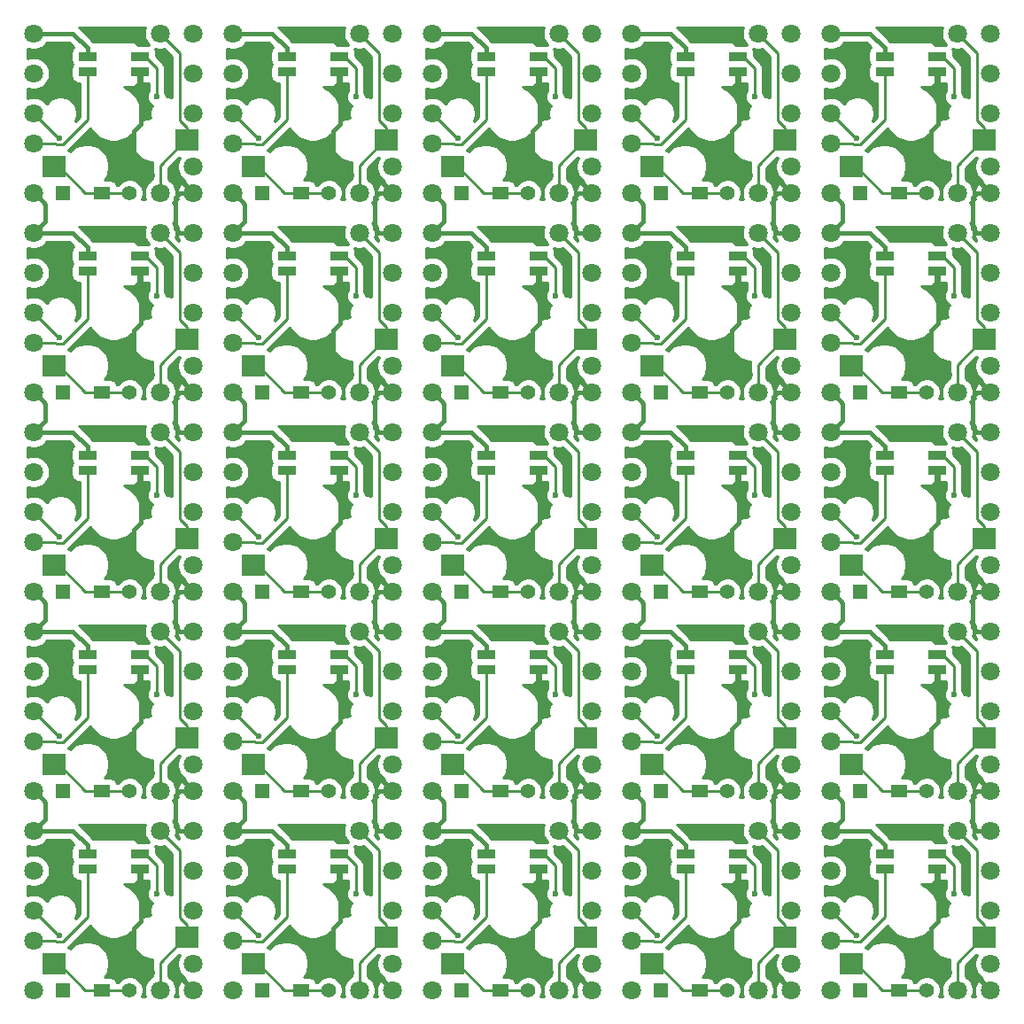
<source format=gbl>
G04 #@! TF.GenerationSoftware,KiCad,Pcbnew,5.1.5+dfsg1-2build2*
G04 #@! TF.CreationDate,2021-01-11T18:32:22+09:00*
G04 #@! TF.ProjectId,container,636f6e74-6169-46e6-9572-2e6b69636164,rev?*
G04 #@! TF.SameCoordinates,Original*
G04 #@! TF.FileFunction,Copper,L2,Bot*
G04 #@! TF.FilePolarity,Positive*
%FSLAX46Y46*%
G04 Gerber Fmt 4.6, Leading zero omitted, Abs format (unit mm)*
G04 Created by KiCad (PCBNEW 5.1.5+dfsg1-2build2) date 2021-01-11 18:32:22*
%MOMM*%
%LPD*%
G04 APERTURE LIST*
%ADD10R,1.800000X0.820000*%
%ADD11R,1.600000X1.200000*%
%ADD12C,1.400000*%
%ADD13R,1.400000X1.400000*%
%ADD14R,2.300000X2.000000*%
%ADD15C,1.800000*%
%ADD16C,0.600000*%
%ADD17C,0.250000*%
%ADD18C,0.400000*%
%ADD19C,0.254000*%
G04 APERTURE END LIST*
D10*
X153122000Y-106452000D03*
X153122000Y-107952000D03*
X148122000Y-107952000D03*
X148122000Y-106452000D03*
X134072000Y-106452000D03*
X134072000Y-107952000D03*
X129072000Y-107952000D03*
X129072000Y-106452000D03*
X115022000Y-106452000D03*
X115022000Y-107952000D03*
X110022000Y-107952000D03*
X110022000Y-106452000D03*
X95972000Y-106452000D03*
X95972000Y-107952000D03*
X90972000Y-107952000D03*
X90972000Y-106452000D03*
X76922000Y-106452000D03*
X76922000Y-107952000D03*
X71922000Y-107952000D03*
X71922000Y-106452000D03*
X153122000Y-87402000D03*
X153122000Y-88902000D03*
X148122000Y-88902000D03*
X148122000Y-87402000D03*
X134072000Y-87402000D03*
X134072000Y-88902000D03*
X129072000Y-88902000D03*
X129072000Y-87402000D03*
X115022000Y-87402000D03*
X115022000Y-88902000D03*
X110022000Y-88902000D03*
X110022000Y-87402000D03*
X95972000Y-87402000D03*
X95972000Y-88902000D03*
X90972000Y-88902000D03*
X90972000Y-87402000D03*
X76922000Y-87402000D03*
X76922000Y-88902000D03*
X71922000Y-88902000D03*
X71922000Y-87402000D03*
X153122000Y-68352000D03*
X153122000Y-69852000D03*
X148122000Y-69852000D03*
X148122000Y-68352000D03*
X134072000Y-68352000D03*
X134072000Y-69852000D03*
X129072000Y-69852000D03*
X129072000Y-68352000D03*
X115022000Y-68352000D03*
X115022000Y-69852000D03*
X110022000Y-69852000D03*
X110022000Y-68352000D03*
X95972000Y-68352000D03*
X95972000Y-69852000D03*
X90972000Y-69852000D03*
X90972000Y-68352000D03*
X76922000Y-68352000D03*
X76922000Y-69852000D03*
X71922000Y-69852000D03*
X71922000Y-68352000D03*
X153122000Y-49302000D03*
X153122000Y-50802000D03*
X148122000Y-50802000D03*
X148122000Y-49302000D03*
X134072000Y-49302000D03*
X134072000Y-50802000D03*
X129072000Y-50802000D03*
X129072000Y-49302000D03*
X115022000Y-49302000D03*
X115022000Y-50802000D03*
X110022000Y-50802000D03*
X110022000Y-49302000D03*
X95972000Y-49302000D03*
X95972000Y-50802000D03*
X90972000Y-50802000D03*
X90972000Y-49302000D03*
X76922000Y-49302000D03*
X76922000Y-50802000D03*
X71922000Y-50802000D03*
X71922000Y-49302000D03*
X153122000Y-30252000D03*
X153122000Y-31752000D03*
X148122000Y-31752000D03*
X148122000Y-30252000D03*
X134072000Y-30252000D03*
X134072000Y-31752000D03*
X129072000Y-31752000D03*
X129072000Y-30252000D03*
X115022000Y-30252000D03*
X115022000Y-31752000D03*
X110022000Y-31752000D03*
X110022000Y-30252000D03*
X95972000Y-30252000D03*
X95972000Y-31752000D03*
X90972000Y-31752000D03*
X90972000Y-30252000D03*
X76922000Y-30252000D03*
X76922000Y-31752000D03*
X71922000Y-31752000D03*
X71922000Y-30252000D03*
D11*
X149496000Y-81407000D03*
D12*
X152146000Y-81407000D03*
D13*
X145796000Y-81407000D03*
D14*
X138572000Y-95417000D03*
X125872000Y-97957000D03*
X157622000Y-76367000D03*
X144922000Y-78907000D03*
X138572000Y-57317000D03*
X125872000Y-59857000D03*
X138572000Y-38267000D03*
X125872000Y-40807000D03*
X138572000Y-76367000D03*
X125872000Y-78907000D03*
X119522000Y-95417000D03*
X106822000Y-97957000D03*
X81422000Y-114467000D03*
X68722000Y-117007000D03*
D13*
X88646000Y-62357000D03*
D12*
X94996000Y-62357000D03*
D11*
X92346000Y-62357000D03*
D13*
X107696000Y-62357000D03*
D12*
X114046000Y-62357000D03*
D11*
X111396000Y-62357000D03*
D13*
X145796000Y-62357000D03*
D12*
X152146000Y-62357000D03*
D11*
X149496000Y-62357000D03*
D14*
X157622000Y-114467000D03*
X144922000Y-117007000D03*
X100472000Y-76367000D03*
X87772000Y-78907000D03*
D15*
X158242000Y-119507000D03*
X139192000Y-119507000D03*
X120142000Y-119507000D03*
X101092000Y-119507000D03*
X82042000Y-119507000D03*
X158242000Y-100457000D03*
X139192000Y-100457000D03*
X120142000Y-100457000D03*
X101092000Y-100457000D03*
X82042000Y-100457000D03*
X158242000Y-81407000D03*
X139192000Y-81407000D03*
X120142000Y-81407000D03*
X101092000Y-81407000D03*
X82042000Y-81407000D03*
X158242000Y-62357000D03*
X139192000Y-62357000D03*
X120142000Y-62357000D03*
X101092000Y-62357000D03*
X82042000Y-62357000D03*
X158242000Y-43307000D03*
X139192000Y-43307000D03*
X120142000Y-43307000D03*
X101092000Y-43307000D03*
X158232000Y-116997000D03*
X139182000Y-116997000D03*
X120132000Y-116997000D03*
X101082000Y-116997000D03*
X82032000Y-116997000D03*
X158232000Y-97947000D03*
X139182000Y-97947000D03*
X120132000Y-97947000D03*
X101082000Y-97947000D03*
X82032000Y-97947000D03*
X158232000Y-78897000D03*
X139182000Y-78897000D03*
X120132000Y-78897000D03*
X101082000Y-78897000D03*
X82032000Y-78897000D03*
X158232000Y-59847000D03*
X139182000Y-59847000D03*
X120132000Y-59847000D03*
X101082000Y-59847000D03*
X82032000Y-59847000D03*
X158232000Y-40797000D03*
X139182000Y-40797000D03*
X120132000Y-40797000D03*
X101082000Y-40797000D03*
X158232000Y-116997000D03*
X139182000Y-116997000D03*
X120132000Y-116997000D03*
X101082000Y-116997000D03*
X82032000Y-116997000D03*
X158232000Y-97947000D03*
X139182000Y-97947000D03*
X120132000Y-97947000D03*
X101082000Y-97947000D03*
X82032000Y-97947000D03*
X158232000Y-78897000D03*
X139182000Y-78897000D03*
X120132000Y-78897000D03*
X101082000Y-78897000D03*
X82032000Y-78897000D03*
X158232000Y-59847000D03*
X139182000Y-59847000D03*
X120132000Y-59847000D03*
X101082000Y-59847000D03*
X82032000Y-59847000D03*
X158232000Y-40797000D03*
X139182000Y-40797000D03*
X120132000Y-40797000D03*
X101082000Y-40797000D03*
X143002000Y-114747000D03*
X123952000Y-114747000D03*
X104902000Y-114747000D03*
X85852000Y-114747000D03*
X66802000Y-114747000D03*
X143002000Y-95697000D03*
X123952000Y-95697000D03*
X104902000Y-95697000D03*
X85852000Y-95697000D03*
X66802000Y-95697000D03*
X143002000Y-76647000D03*
X123952000Y-76647000D03*
X104902000Y-76647000D03*
X85852000Y-76647000D03*
X66802000Y-76647000D03*
X143002000Y-57597000D03*
X123952000Y-57597000D03*
X104902000Y-57597000D03*
X85852000Y-57597000D03*
X66802000Y-57597000D03*
X143002000Y-38547000D03*
X123952000Y-38547000D03*
X104902000Y-38547000D03*
X85852000Y-38547000D03*
D14*
X138572000Y-114467000D03*
X125872000Y-117007000D03*
X119522000Y-38267000D03*
X106822000Y-40807000D03*
X119522000Y-76367000D03*
X106822000Y-78907000D03*
X81422000Y-38267000D03*
X68722000Y-40807000D03*
X157622000Y-95417000D03*
X144922000Y-97957000D03*
X157622000Y-57317000D03*
X144922000Y-59857000D03*
X100472000Y-38267000D03*
X87772000Y-40807000D03*
X157622000Y-38267000D03*
X144922000Y-40807000D03*
X81422000Y-57317000D03*
X68722000Y-59857000D03*
X100472000Y-57317000D03*
X87772000Y-59857000D03*
X119522000Y-57317000D03*
X106822000Y-59857000D03*
X81422000Y-76367000D03*
X68722000Y-78907000D03*
X81422000Y-95417000D03*
X68722000Y-97957000D03*
X100472000Y-95417000D03*
X87772000Y-97957000D03*
X100472000Y-114467000D03*
X87772000Y-117007000D03*
X119522000Y-114467000D03*
X106822000Y-117007000D03*
D13*
X69596000Y-43307000D03*
D12*
X75946000Y-43307000D03*
D11*
X73296000Y-43307000D03*
D13*
X107696000Y-43307000D03*
D12*
X114046000Y-43307000D03*
D11*
X111396000Y-43307000D03*
D13*
X69596000Y-62357000D03*
D12*
X75946000Y-62357000D03*
D11*
X73296000Y-62357000D03*
D13*
X88646000Y-43307000D03*
D12*
X94996000Y-43307000D03*
D11*
X92346000Y-43307000D03*
D13*
X126746000Y-43307000D03*
D12*
X133096000Y-43307000D03*
D11*
X130446000Y-43307000D03*
D13*
X145796000Y-43307000D03*
D12*
X152146000Y-43307000D03*
D11*
X149496000Y-43307000D03*
D13*
X126746000Y-62357000D03*
D12*
X133096000Y-62357000D03*
D11*
X130446000Y-62357000D03*
D13*
X69596000Y-81407000D03*
D12*
X75946000Y-81407000D03*
D11*
X73296000Y-81407000D03*
D13*
X88646000Y-81407000D03*
D12*
X94996000Y-81407000D03*
D11*
X92346000Y-81407000D03*
D13*
X107696000Y-81407000D03*
D12*
X114046000Y-81407000D03*
D11*
X111396000Y-81407000D03*
D13*
X126746000Y-81407000D03*
D12*
X133096000Y-81407000D03*
D11*
X130446000Y-81407000D03*
D13*
X69596000Y-100457000D03*
D12*
X75946000Y-100457000D03*
D11*
X73296000Y-100457000D03*
D13*
X88646000Y-100457000D03*
D12*
X94996000Y-100457000D03*
D11*
X92346000Y-100457000D03*
D13*
X107696000Y-100457000D03*
D12*
X114046000Y-100457000D03*
D11*
X111396000Y-100457000D03*
D13*
X126746000Y-100457000D03*
D12*
X133096000Y-100457000D03*
D11*
X130446000Y-100457000D03*
D13*
X145796000Y-100457000D03*
D12*
X152146000Y-100457000D03*
D11*
X149496000Y-100457000D03*
D13*
X69596000Y-119507000D03*
D12*
X75946000Y-119507000D03*
D11*
X73296000Y-119507000D03*
D13*
X88646000Y-119507000D03*
D12*
X94996000Y-119507000D03*
D11*
X92346000Y-119507000D03*
D13*
X107696000Y-119507000D03*
D12*
X114046000Y-119507000D03*
D11*
X111396000Y-119507000D03*
D13*
X126746000Y-119507000D03*
D12*
X133096000Y-119507000D03*
D11*
X130446000Y-119507000D03*
D13*
X145796000Y-119507000D03*
D12*
X152146000Y-119507000D03*
D11*
X149496000Y-119507000D03*
D15*
X158242000Y-111887000D03*
X139192000Y-111887000D03*
X120142000Y-111887000D03*
X101092000Y-111887000D03*
X143002000Y-111887000D03*
X123952000Y-111887000D03*
X104902000Y-111887000D03*
X85852000Y-111887000D03*
X158242000Y-92837000D03*
X139192000Y-92837000D03*
X120142000Y-92837000D03*
X101092000Y-92837000D03*
X143002000Y-92837000D03*
X123952000Y-92837000D03*
X104902000Y-92837000D03*
X85852000Y-92837000D03*
X143002000Y-73787000D03*
X123952000Y-73787000D03*
X104902000Y-73787000D03*
X85852000Y-73787000D03*
X158242000Y-73787000D03*
X139192000Y-73787000D03*
X120142000Y-73787000D03*
X101092000Y-73787000D03*
X143002000Y-108077000D03*
X123952000Y-108077000D03*
X104902000Y-108077000D03*
X85852000Y-108077000D03*
X66802000Y-108077000D03*
X143002000Y-89027000D03*
X123952000Y-89027000D03*
X104902000Y-89027000D03*
X85852000Y-89027000D03*
X66802000Y-89027000D03*
X143002000Y-69977000D03*
X123952000Y-69977000D03*
X104902000Y-69977000D03*
X85852000Y-69977000D03*
X66802000Y-69977000D03*
X143002000Y-50927000D03*
X123952000Y-50927000D03*
X104902000Y-50927000D03*
X85852000Y-50927000D03*
X66802000Y-50927000D03*
X143002000Y-31877000D03*
X123952000Y-31877000D03*
X104902000Y-31877000D03*
X85852000Y-31877000D03*
X158242000Y-108077000D03*
X139192000Y-108077000D03*
X120142000Y-108077000D03*
X101092000Y-108077000D03*
X82042000Y-108077000D03*
X158242000Y-89027000D03*
X139192000Y-89027000D03*
X120142000Y-89027000D03*
X101092000Y-89027000D03*
X82042000Y-89027000D03*
X158242000Y-69977000D03*
X139192000Y-69977000D03*
X120142000Y-69977000D03*
X101092000Y-69977000D03*
X82042000Y-69977000D03*
X158242000Y-50927000D03*
X139192000Y-50927000D03*
X120142000Y-50927000D03*
X101092000Y-50927000D03*
X82042000Y-50927000D03*
X158242000Y-31877000D03*
X139192000Y-31877000D03*
X120142000Y-31877000D03*
X101092000Y-31877000D03*
X155067000Y-100457000D03*
X143002000Y-119507000D03*
X143002000Y-104267000D03*
X158242000Y-104267000D03*
X155067000Y-104267000D03*
X158242000Y-119507000D03*
X155067000Y-119507000D03*
X123952000Y-119507000D03*
X139192000Y-119507000D03*
X136017000Y-104267000D03*
X139192000Y-104267000D03*
X136017000Y-119507000D03*
X123952000Y-104267000D03*
X104902000Y-104267000D03*
X104902000Y-119507000D03*
X120142000Y-104267000D03*
X120142000Y-119507000D03*
X116967000Y-119507000D03*
X116967000Y-104267000D03*
X97917000Y-119507000D03*
X101092000Y-119507000D03*
X85852000Y-104267000D03*
X85852000Y-119507000D03*
X101092000Y-104267000D03*
X97917000Y-104267000D03*
X82042000Y-119507000D03*
X78867000Y-119507000D03*
X78867000Y-104267000D03*
X66802000Y-119507000D03*
X66802000Y-104267000D03*
X82042000Y-111887000D03*
X66802000Y-111887000D03*
X82042000Y-104267000D03*
X82042000Y-100457000D03*
X66802000Y-92837000D03*
X78867000Y-85217000D03*
X82042000Y-85217000D03*
X82042000Y-92837000D03*
X78867000Y-100457000D03*
X66802000Y-85217000D03*
X66802000Y-100457000D03*
X101092000Y-85217000D03*
X85852000Y-85217000D03*
X97917000Y-85217000D03*
X85852000Y-100457000D03*
X97917000Y-100457000D03*
X101092000Y-100457000D03*
X116967000Y-100457000D03*
X104902000Y-85217000D03*
X104902000Y-100457000D03*
X116967000Y-85217000D03*
X120142000Y-85217000D03*
X120142000Y-100457000D03*
X123952000Y-100457000D03*
X123952000Y-85217000D03*
X139192000Y-100457000D03*
X136017000Y-85217000D03*
X136017000Y-100457000D03*
X139192000Y-85217000D03*
X143002000Y-100457000D03*
X143002000Y-85217000D03*
X158242000Y-85217000D03*
X158242000Y-100457000D03*
X155067000Y-85217000D03*
X155067000Y-66167000D03*
X143002000Y-66167000D03*
X158242000Y-66167000D03*
X158242000Y-81407000D03*
X155067000Y-81407000D03*
X143002000Y-81407000D03*
X136017000Y-81407000D03*
X139192000Y-81407000D03*
X123952000Y-81407000D03*
X123952000Y-66167000D03*
X136017000Y-66167000D03*
X139192000Y-66167000D03*
X120142000Y-81407000D03*
X104902000Y-81407000D03*
X116967000Y-66167000D03*
X104902000Y-66167000D03*
X120142000Y-66167000D03*
X116967000Y-81407000D03*
X85852000Y-66167000D03*
X101092000Y-81407000D03*
X97917000Y-66167000D03*
X97917000Y-81407000D03*
X101092000Y-66167000D03*
X85852000Y-81407000D03*
X66802000Y-81407000D03*
X78867000Y-66167000D03*
X82042000Y-81407000D03*
X78867000Y-81407000D03*
X82042000Y-73787000D03*
X82042000Y-66167000D03*
X66802000Y-66167000D03*
X66802000Y-73787000D03*
X104902000Y-62357000D03*
X104902000Y-47117000D03*
X120142000Y-54737000D03*
X104902000Y-54737000D03*
X116967000Y-62357000D03*
X120142000Y-47117000D03*
X120142000Y-62357000D03*
X116967000Y-47117000D03*
X136017000Y-47117000D03*
X123952000Y-62357000D03*
X139192000Y-54737000D03*
X139192000Y-47117000D03*
X139192000Y-62357000D03*
X123952000Y-54737000D03*
X136017000Y-62357000D03*
X123952000Y-47117000D03*
X158242000Y-47117000D03*
X158242000Y-62357000D03*
X143002000Y-54737000D03*
X155067000Y-62357000D03*
X155067000Y-47117000D03*
X143002000Y-47117000D03*
X143002000Y-62357000D03*
X158242000Y-54737000D03*
X155067000Y-43307000D03*
X155067000Y-28067000D03*
X158242000Y-28067000D03*
X143002000Y-35687000D03*
X143002000Y-43307000D03*
X143002000Y-28067000D03*
X158242000Y-35687000D03*
X158242000Y-43307000D03*
X136017000Y-28067000D03*
X139192000Y-28067000D03*
X123952000Y-35687000D03*
X123952000Y-43307000D03*
X123952000Y-28067000D03*
X139192000Y-35687000D03*
X136017000Y-43307000D03*
X139192000Y-43307000D03*
X104902000Y-35687000D03*
X104902000Y-43307000D03*
X104902000Y-28067000D03*
X120142000Y-35687000D03*
X116967000Y-28067000D03*
X120142000Y-43307000D03*
X116967000Y-43307000D03*
X120142000Y-28067000D03*
X101092000Y-62357000D03*
X97917000Y-62357000D03*
X85852000Y-54737000D03*
X85852000Y-62357000D03*
X85852000Y-47117000D03*
X101092000Y-54737000D03*
X97917000Y-47117000D03*
X101092000Y-47117000D03*
X82042000Y-62357000D03*
X78867000Y-62357000D03*
X66802000Y-54737000D03*
X78867000Y-47117000D03*
X82042000Y-54737000D03*
X82042000Y-47117000D03*
X66802000Y-47117000D03*
X66802000Y-62357000D03*
X85852000Y-35687000D03*
X97917000Y-28067000D03*
X85852000Y-28067000D03*
X85852000Y-43307000D03*
X101092000Y-43307000D03*
X101092000Y-28067000D03*
X101092000Y-35687000D03*
X97917000Y-43307000D03*
X78867000Y-43307000D03*
X66802000Y-38547000D03*
X66802000Y-31877000D03*
X82032000Y-40797000D03*
X82042000Y-31877000D03*
X82042000Y-35687000D03*
X66802000Y-35687000D03*
X78867000Y-28067000D03*
X82042000Y-28067000D03*
X82042000Y-43307000D03*
X66802000Y-43307000D03*
X66802000Y-28067000D03*
D16*
X69282000Y-38047000D03*
X88332000Y-38047000D03*
X107382000Y-38047000D03*
X126432000Y-38047000D03*
X145482000Y-38047000D03*
X69282000Y-57097000D03*
X88332000Y-57097000D03*
X107382000Y-57097000D03*
X126432000Y-57097000D03*
X145482000Y-57097000D03*
X69282000Y-76147000D03*
X88332000Y-76147000D03*
X107382000Y-76147000D03*
X126432000Y-76147000D03*
X145482000Y-76147000D03*
X69282000Y-95197000D03*
X88332000Y-95197000D03*
X107382000Y-95197000D03*
X126432000Y-95197000D03*
X145482000Y-95197000D03*
X69282000Y-114247000D03*
X88332000Y-114247000D03*
X107382000Y-114247000D03*
X126432000Y-114247000D03*
X145482000Y-114247000D03*
X76932000Y-30197000D03*
X78532000Y-34097000D03*
X97582000Y-34097000D03*
X116632000Y-34097000D03*
X135682000Y-34097000D03*
X154732000Y-34097000D03*
X78532000Y-53147000D03*
X97582000Y-53147000D03*
X116632000Y-53147000D03*
X135682000Y-53147000D03*
X154732000Y-53147000D03*
X78532000Y-72197000D03*
X97582000Y-72197000D03*
X116632000Y-72197000D03*
X135682000Y-72197000D03*
X154732000Y-72197000D03*
X78532000Y-91247000D03*
X97582000Y-91247000D03*
X116632000Y-91247000D03*
X135682000Y-91247000D03*
X154732000Y-91247000D03*
X78532000Y-110297000D03*
X97582000Y-110297000D03*
X116632000Y-110297000D03*
X135682000Y-110297000D03*
X154732000Y-110297000D03*
X115032000Y-30197000D03*
X134082000Y-30197000D03*
X153132000Y-30197000D03*
X76932000Y-49247000D03*
X95982000Y-49247000D03*
X115032000Y-49247000D03*
X134082000Y-49247000D03*
X153132000Y-49247000D03*
X76932000Y-68297000D03*
X95982000Y-68297000D03*
X115032000Y-68297000D03*
X134082000Y-68297000D03*
X153132000Y-68297000D03*
X76932000Y-87347000D03*
X95982000Y-87347000D03*
X115032000Y-87347000D03*
X134082000Y-87347000D03*
X153132000Y-87347000D03*
X76932000Y-106397000D03*
X95982000Y-106397000D03*
X115032000Y-106397000D03*
X134082000Y-106397000D03*
X153132000Y-106397000D03*
X95982000Y-30197000D03*
X71922000Y-31797000D03*
X90972000Y-31797000D03*
X110022000Y-31797000D03*
X129072000Y-31797000D03*
X148122000Y-31797000D03*
X71922000Y-50847000D03*
X90972000Y-50847000D03*
X110022000Y-50847000D03*
X129072000Y-50847000D03*
X148122000Y-50847000D03*
X71922000Y-69897000D03*
X90972000Y-69897000D03*
X110022000Y-69897000D03*
X129072000Y-69897000D03*
X148122000Y-69897000D03*
X71922000Y-88947000D03*
X90972000Y-88947000D03*
X110022000Y-88947000D03*
X129072000Y-88947000D03*
X148122000Y-88947000D03*
X71922000Y-107997000D03*
X90972000Y-107997000D03*
X110022000Y-107997000D03*
X129072000Y-107997000D03*
X148122000Y-107997000D03*
X77032000Y-31797000D03*
X78132000Y-41597000D03*
X66802000Y-29972000D03*
X79502000Y-30607000D03*
X73914000Y-27813000D03*
X77546200Y-35077400D03*
X69342000Y-32512000D03*
X96082000Y-31797000D03*
X115132000Y-31797000D03*
X134182000Y-31797000D03*
X153232000Y-31797000D03*
X77032000Y-50847000D03*
X96082000Y-50847000D03*
X115132000Y-50847000D03*
X134182000Y-50847000D03*
X153232000Y-50847000D03*
X77032000Y-69897000D03*
X96082000Y-69897000D03*
X115132000Y-69897000D03*
X134182000Y-69897000D03*
X153232000Y-69897000D03*
X77032000Y-88947000D03*
X96082000Y-88947000D03*
X115132000Y-88947000D03*
X134182000Y-88947000D03*
X153232000Y-88947000D03*
X77032000Y-107997000D03*
X96082000Y-107997000D03*
X115132000Y-107997000D03*
X134182000Y-107997000D03*
X153232000Y-107997000D03*
X96596200Y-35077400D03*
X115646200Y-35077400D03*
X134696200Y-35077400D03*
X153746200Y-35077400D03*
X77546200Y-54127400D03*
X96596200Y-54127400D03*
X115646200Y-54127400D03*
X134696200Y-54127400D03*
X153746200Y-54127400D03*
X77546200Y-73177400D03*
X96596200Y-73177400D03*
X115646200Y-73177400D03*
X134696200Y-73177400D03*
X153746200Y-73177400D03*
X77546200Y-92227400D03*
X96596200Y-92227400D03*
X115646200Y-92227400D03*
X134696200Y-92227400D03*
X153746200Y-92227400D03*
X77546200Y-111277400D03*
X96596200Y-111277400D03*
X115646200Y-111277400D03*
X134696200Y-111277400D03*
X153746200Y-111277400D03*
X88392000Y-32512000D03*
X107442000Y-32512000D03*
X126492000Y-32512000D03*
X145542000Y-32512000D03*
X69342000Y-51562000D03*
X88392000Y-51562000D03*
X107442000Y-51562000D03*
X126492000Y-51562000D03*
X145542000Y-51562000D03*
X69342000Y-70612000D03*
X88392000Y-70612000D03*
X107442000Y-70612000D03*
X126492000Y-70612000D03*
X145542000Y-70612000D03*
X69342000Y-89662000D03*
X88392000Y-89662000D03*
X107442000Y-89662000D03*
X126492000Y-89662000D03*
X145542000Y-89662000D03*
X69342000Y-108712000D03*
X88392000Y-108712000D03*
X107442000Y-108712000D03*
X126492000Y-108712000D03*
X145542000Y-108712000D03*
X92964000Y-27813000D03*
X112014000Y-27813000D03*
X131064000Y-27813000D03*
X150114000Y-27813000D03*
X73914000Y-46863000D03*
X92964000Y-46863000D03*
X112014000Y-46863000D03*
X131064000Y-46863000D03*
X150114000Y-46863000D03*
X73914000Y-65913000D03*
X92964000Y-65913000D03*
X112014000Y-65913000D03*
X131064000Y-65913000D03*
X150114000Y-65913000D03*
X73914000Y-84963000D03*
X92964000Y-84963000D03*
X112014000Y-84963000D03*
X131064000Y-84963000D03*
X150114000Y-84963000D03*
X73914000Y-104013000D03*
X92964000Y-104013000D03*
X112014000Y-104013000D03*
X131064000Y-104013000D03*
X150114000Y-104013000D03*
X97182000Y-41597000D03*
X116232000Y-41597000D03*
X135282000Y-41597000D03*
X154332000Y-41597000D03*
X78132000Y-60647000D03*
X97182000Y-60647000D03*
X116232000Y-60647000D03*
X135282000Y-60647000D03*
X154332000Y-60647000D03*
X78132000Y-79697000D03*
X97182000Y-79697000D03*
X116232000Y-79697000D03*
X135282000Y-79697000D03*
X154332000Y-79697000D03*
X78132000Y-98747000D03*
X97182000Y-98747000D03*
X116232000Y-98747000D03*
X135282000Y-98747000D03*
X154332000Y-98747000D03*
X78132000Y-117797000D03*
X97182000Y-117797000D03*
X116232000Y-117797000D03*
X135282000Y-117797000D03*
X154332000Y-117797000D03*
X85852000Y-29972000D03*
X104902000Y-29972000D03*
X123952000Y-29972000D03*
X143002000Y-29972000D03*
X66802000Y-49022000D03*
X85852000Y-49022000D03*
X104902000Y-49022000D03*
X123952000Y-49022000D03*
X143002000Y-49022000D03*
X66802000Y-68072000D03*
X85852000Y-68072000D03*
X104902000Y-68072000D03*
X123952000Y-68072000D03*
X143002000Y-68072000D03*
X66802000Y-87122000D03*
X85852000Y-87122000D03*
X104902000Y-87122000D03*
X123952000Y-87122000D03*
X143002000Y-87122000D03*
X66802000Y-106172000D03*
X85852000Y-106172000D03*
X104902000Y-106172000D03*
X123952000Y-106172000D03*
X143002000Y-106172000D03*
X98552000Y-30607000D03*
X117602000Y-30607000D03*
X136652000Y-30607000D03*
X155702000Y-30607000D03*
X79502000Y-49657000D03*
X98552000Y-49657000D03*
X117602000Y-49657000D03*
X136652000Y-49657000D03*
X155702000Y-49657000D03*
X79502000Y-68707000D03*
X98552000Y-68707000D03*
X117602000Y-68707000D03*
X136652000Y-68707000D03*
X155702000Y-68707000D03*
X79502000Y-87757000D03*
X98552000Y-87757000D03*
X117602000Y-87757000D03*
X136652000Y-87757000D03*
X155702000Y-87757000D03*
X79502000Y-106807000D03*
X98552000Y-106807000D03*
X117602000Y-106807000D03*
X136652000Y-106807000D03*
X155702000Y-106807000D03*
X71922000Y-30252000D03*
X90972000Y-30252000D03*
X110022000Y-30252000D03*
X129072000Y-30252000D03*
X148122000Y-30252000D03*
X71922000Y-49302000D03*
X90972000Y-49302000D03*
X110022000Y-49302000D03*
X129072000Y-49302000D03*
X148122000Y-49302000D03*
X71922000Y-68352000D03*
X90972000Y-68352000D03*
X110022000Y-68352000D03*
X129072000Y-68352000D03*
X148122000Y-68352000D03*
X71922000Y-87402000D03*
X90972000Y-87402000D03*
X110022000Y-87402000D03*
X129072000Y-87402000D03*
X148122000Y-87402000D03*
X71922000Y-106452000D03*
X90972000Y-106452000D03*
X110022000Y-106452000D03*
X129072000Y-106452000D03*
X148122000Y-106452000D03*
D17*
X69162000Y-38047000D02*
X69282000Y-38047000D01*
X66802000Y-35687000D02*
X69162000Y-38047000D01*
X88212000Y-38047000D02*
X88332000Y-38047000D01*
X107262000Y-38047000D02*
X107382000Y-38047000D01*
X126312000Y-38047000D02*
X126432000Y-38047000D01*
X145362000Y-38047000D02*
X145482000Y-38047000D01*
X85852000Y-35687000D02*
X88212000Y-38047000D01*
X104902000Y-35687000D02*
X107262000Y-38047000D01*
X123952000Y-35687000D02*
X126312000Y-38047000D01*
X143002000Y-35687000D02*
X145362000Y-38047000D01*
X75946000Y-43307000D02*
X73296000Y-43307000D01*
X71720998Y-43307000D02*
X73296000Y-43307000D01*
X69220998Y-40807000D02*
X71720998Y-43307000D01*
X68722000Y-40807000D02*
X69220998Y-40807000D01*
X88270998Y-40807000D02*
X90770998Y-43307000D01*
X94996000Y-43307000D02*
X92346000Y-43307000D01*
X91296000Y-43307000D02*
X92346000Y-43307000D01*
X87772000Y-40807000D02*
X88270998Y-40807000D01*
X90770998Y-43307000D02*
X91296000Y-43307000D01*
X107320998Y-40807000D02*
X109820998Y-43307000D01*
X114046000Y-43307000D02*
X111396000Y-43307000D01*
X110346000Y-43307000D02*
X111396000Y-43307000D01*
X106822000Y-40807000D02*
X107320998Y-40807000D01*
X109820998Y-43307000D02*
X110346000Y-43307000D01*
X126370998Y-40807000D02*
X128870998Y-43307000D01*
X133096000Y-43307000D02*
X130446000Y-43307000D01*
X129396000Y-43307000D02*
X130446000Y-43307000D01*
X125872000Y-40807000D02*
X126370998Y-40807000D01*
X128870998Y-43307000D02*
X129396000Y-43307000D01*
X145420998Y-40807000D02*
X147920998Y-43307000D01*
X152146000Y-43307000D02*
X149496000Y-43307000D01*
X148446000Y-43307000D02*
X149496000Y-43307000D01*
X144922000Y-40807000D02*
X145420998Y-40807000D01*
X147920998Y-43307000D02*
X148446000Y-43307000D01*
X69162000Y-57097000D02*
X69282000Y-57097000D01*
X88212000Y-57097000D02*
X88332000Y-57097000D01*
X107262000Y-57097000D02*
X107382000Y-57097000D01*
X126312000Y-57097000D02*
X126432000Y-57097000D01*
X145362000Y-57097000D02*
X145482000Y-57097000D01*
X66802000Y-54737000D02*
X69162000Y-57097000D01*
X85852000Y-54737000D02*
X88212000Y-57097000D01*
X104902000Y-54737000D02*
X107262000Y-57097000D01*
X123952000Y-54737000D02*
X126312000Y-57097000D01*
X143002000Y-54737000D02*
X145362000Y-57097000D01*
X69220998Y-59857000D02*
X71720998Y-62357000D01*
X75946000Y-62357000D02*
X73296000Y-62357000D01*
X72246000Y-62357000D02*
X73296000Y-62357000D01*
X68722000Y-59857000D02*
X69220998Y-59857000D01*
X71720998Y-62357000D02*
X72246000Y-62357000D01*
X88270998Y-59857000D02*
X90770998Y-62357000D01*
X94996000Y-62357000D02*
X92346000Y-62357000D01*
X91296000Y-62357000D02*
X92346000Y-62357000D01*
X87772000Y-59857000D02*
X88270998Y-59857000D01*
X90770998Y-62357000D02*
X91296000Y-62357000D01*
X107320998Y-59857000D02*
X109820998Y-62357000D01*
X114046000Y-62357000D02*
X111396000Y-62357000D01*
X110346000Y-62357000D02*
X111396000Y-62357000D01*
X106822000Y-59857000D02*
X107320998Y-59857000D01*
X109820998Y-62357000D02*
X110346000Y-62357000D01*
X126370998Y-59857000D02*
X128870998Y-62357000D01*
X133096000Y-62357000D02*
X130446000Y-62357000D01*
X129396000Y-62357000D02*
X130446000Y-62357000D01*
X125872000Y-59857000D02*
X126370998Y-59857000D01*
X128870998Y-62357000D02*
X129396000Y-62357000D01*
X145420998Y-59857000D02*
X147920998Y-62357000D01*
X152146000Y-62357000D02*
X149496000Y-62357000D01*
X148446000Y-62357000D02*
X149496000Y-62357000D01*
X144922000Y-59857000D02*
X145420998Y-59857000D01*
X147920998Y-62357000D02*
X148446000Y-62357000D01*
X69162000Y-76147000D02*
X69282000Y-76147000D01*
X88212000Y-76147000D02*
X88332000Y-76147000D01*
X107262000Y-76147000D02*
X107382000Y-76147000D01*
X126312000Y-76147000D02*
X126432000Y-76147000D01*
X145362000Y-76147000D02*
X145482000Y-76147000D01*
X66802000Y-73787000D02*
X69162000Y-76147000D01*
X85852000Y-73787000D02*
X88212000Y-76147000D01*
X104902000Y-73787000D02*
X107262000Y-76147000D01*
X123952000Y-73787000D02*
X126312000Y-76147000D01*
X143002000Y-73787000D02*
X145362000Y-76147000D01*
X69220998Y-78907000D02*
X71720998Y-81407000D01*
X75946000Y-81407000D02*
X73296000Y-81407000D01*
X72246000Y-81407000D02*
X73296000Y-81407000D01*
X68722000Y-78907000D02*
X69220998Y-78907000D01*
X71720998Y-81407000D02*
X72246000Y-81407000D01*
X88270998Y-78907000D02*
X90770998Y-81407000D01*
X94996000Y-81407000D02*
X92346000Y-81407000D01*
X91296000Y-81407000D02*
X92346000Y-81407000D01*
X87772000Y-78907000D02*
X88270998Y-78907000D01*
X90770998Y-81407000D02*
X91296000Y-81407000D01*
X107320998Y-78907000D02*
X109820998Y-81407000D01*
X114046000Y-81407000D02*
X111396000Y-81407000D01*
X110346000Y-81407000D02*
X111396000Y-81407000D01*
X106822000Y-78907000D02*
X107320998Y-78907000D01*
X109820998Y-81407000D02*
X110346000Y-81407000D01*
X126370998Y-78907000D02*
X128870998Y-81407000D01*
X133096000Y-81407000D02*
X130446000Y-81407000D01*
X129396000Y-81407000D02*
X130446000Y-81407000D01*
X125872000Y-78907000D02*
X126370998Y-78907000D01*
X128870998Y-81407000D02*
X129396000Y-81407000D01*
X145420998Y-78907000D02*
X147920998Y-81407000D01*
X152146000Y-81407000D02*
X149496000Y-81407000D01*
X148446000Y-81407000D02*
X149496000Y-81407000D01*
X144922000Y-78907000D02*
X145420998Y-78907000D01*
X147920998Y-81407000D02*
X148446000Y-81407000D01*
X69162000Y-95197000D02*
X69282000Y-95197000D01*
X88212000Y-95197000D02*
X88332000Y-95197000D01*
X107262000Y-95197000D02*
X107382000Y-95197000D01*
X126312000Y-95197000D02*
X126432000Y-95197000D01*
X145362000Y-95197000D02*
X145482000Y-95197000D01*
X66802000Y-92837000D02*
X69162000Y-95197000D01*
X85852000Y-92837000D02*
X88212000Y-95197000D01*
X104902000Y-92837000D02*
X107262000Y-95197000D01*
X123952000Y-92837000D02*
X126312000Y-95197000D01*
X143002000Y-92837000D02*
X145362000Y-95197000D01*
X69220998Y-97957000D02*
X71720998Y-100457000D01*
X75946000Y-100457000D02*
X73296000Y-100457000D01*
X72246000Y-100457000D02*
X73296000Y-100457000D01*
X68722000Y-97957000D02*
X69220998Y-97957000D01*
X71720998Y-100457000D02*
X72246000Y-100457000D01*
X88270998Y-97957000D02*
X90770998Y-100457000D01*
X94996000Y-100457000D02*
X92346000Y-100457000D01*
X91296000Y-100457000D02*
X92346000Y-100457000D01*
X87772000Y-97957000D02*
X88270998Y-97957000D01*
X90770998Y-100457000D02*
X91296000Y-100457000D01*
X107320998Y-97957000D02*
X109820998Y-100457000D01*
X114046000Y-100457000D02*
X111396000Y-100457000D01*
X110346000Y-100457000D02*
X111396000Y-100457000D01*
X106822000Y-97957000D02*
X107320998Y-97957000D01*
X109820998Y-100457000D02*
X110346000Y-100457000D01*
X126370998Y-97957000D02*
X128870998Y-100457000D01*
X133096000Y-100457000D02*
X130446000Y-100457000D01*
X129396000Y-100457000D02*
X130446000Y-100457000D01*
X125872000Y-97957000D02*
X126370998Y-97957000D01*
X128870998Y-100457000D02*
X129396000Y-100457000D01*
X145420998Y-97957000D02*
X147920998Y-100457000D01*
X152146000Y-100457000D02*
X149496000Y-100457000D01*
X148446000Y-100457000D02*
X149496000Y-100457000D01*
X144922000Y-97957000D02*
X145420998Y-97957000D01*
X147920998Y-100457000D02*
X148446000Y-100457000D01*
X69162000Y-114247000D02*
X69282000Y-114247000D01*
X88212000Y-114247000D02*
X88332000Y-114247000D01*
X107262000Y-114247000D02*
X107382000Y-114247000D01*
X126312000Y-114247000D02*
X126432000Y-114247000D01*
X145362000Y-114247000D02*
X145482000Y-114247000D01*
X66802000Y-111887000D02*
X69162000Y-114247000D01*
X85852000Y-111887000D02*
X88212000Y-114247000D01*
X104902000Y-111887000D02*
X107262000Y-114247000D01*
X123952000Y-111887000D02*
X126312000Y-114247000D01*
X143002000Y-111887000D02*
X145362000Y-114247000D01*
X69220998Y-117007000D02*
X71720998Y-119507000D01*
X75946000Y-119507000D02*
X73296000Y-119507000D01*
X72246000Y-119507000D02*
X73296000Y-119507000D01*
X68722000Y-117007000D02*
X69220998Y-117007000D01*
X71720998Y-119507000D02*
X72246000Y-119507000D01*
X88270998Y-117007000D02*
X90770998Y-119507000D01*
X94996000Y-119507000D02*
X92346000Y-119507000D01*
X91296000Y-119507000D02*
X92346000Y-119507000D01*
X87772000Y-117007000D02*
X88270998Y-117007000D01*
X90770998Y-119507000D02*
X91296000Y-119507000D01*
X107320998Y-117007000D02*
X109820998Y-119507000D01*
X114046000Y-119507000D02*
X111396000Y-119507000D01*
X110346000Y-119507000D02*
X111396000Y-119507000D01*
X106822000Y-117007000D02*
X107320998Y-117007000D01*
X109820998Y-119507000D02*
X110346000Y-119507000D01*
X126370998Y-117007000D02*
X128870998Y-119507000D01*
X133096000Y-119507000D02*
X130446000Y-119507000D01*
X129396000Y-119507000D02*
X130446000Y-119507000D01*
X125872000Y-117007000D02*
X126370998Y-117007000D01*
X128870998Y-119507000D02*
X129396000Y-119507000D01*
X145420998Y-117007000D02*
X147920998Y-119507000D01*
X152146000Y-119507000D02*
X149496000Y-119507000D01*
X148446000Y-119507000D02*
X149496000Y-119507000D01*
X144922000Y-117007000D02*
X145420998Y-117007000D01*
X147920998Y-119507000D02*
X148446000Y-119507000D01*
X77356264Y-30197000D02*
X76932000Y-30197000D01*
X77357000Y-30197000D02*
X77356264Y-30197000D01*
X78532000Y-31372000D02*
X77357000Y-30197000D01*
X78532000Y-34097000D02*
X78532000Y-31372000D01*
X115456264Y-30197000D02*
X115032000Y-30197000D01*
X134506264Y-30197000D02*
X134082000Y-30197000D01*
X153556264Y-30197000D02*
X153132000Y-30197000D01*
X77356264Y-49247000D02*
X76932000Y-49247000D01*
X96406264Y-49247000D02*
X95982000Y-49247000D01*
X115456264Y-49247000D02*
X115032000Y-49247000D01*
X134506264Y-49247000D02*
X134082000Y-49247000D01*
X153556264Y-49247000D02*
X153132000Y-49247000D01*
X77356264Y-68297000D02*
X76932000Y-68297000D01*
X96406264Y-68297000D02*
X95982000Y-68297000D01*
X115456264Y-68297000D02*
X115032000Y-68297000D01*
X134506264Y-68297000D02*
X134082000Y-68297000D01*
X153556264Y-68297000D02*
X153132000Y-68297000D01*
X77356264Y-87347000D02*
X76932000Y-87347000D01*
X96406264Y-87347000D02*
X95982000Y-87347000D01*
X115456264Y-87347000D02*
X115032000Y-87347000D01*
X134506264Y-87347000D02*
X134082000Y-87347000D01*
X153556264Y-87347000D02*
X153132000Y-87347000D01*
X77356264Y-106397000D02*
X76932000Y-106397000D01*
X96406264Y-106397000D02*
X95982000Y-106397000D01*
X115456264Y-106397000D02*
X115032000Y-106397000D01*
X134506264Y-106397000D02*
X134082000Y-106397000D01*
X153556264Y-106397000D02*
X153132000Y-106397000D01*
X97582000Y-34097000D02*
X97582000Y-31372000D01*
X116632000Y-34097000D02*
X116632000Y-31372000D01*
X135682000Y-34097000D02*
X135682000Y-31372000D01*
X154732000Y-34097000D02*
X154732000Y-31372000D01*
X78532000Y-53147000D02*
X78532000Y-50422000D01*
X97582000Y-53147000D02*
X97582000Y-50422000D01*
X116632000Y-53147000D02*
X116632000Y-50422000D01*
X135682000Y-53147000D02*
X135682000Y-50422000D01*
X154732000Y-53147000D02*
X154732000Y-50422000D01*
X78532000Y-72197000D02*
X78532000Y-69472000D01*
X97582000Y-72197000D02*
X97582000Y-69472000D01*
X116632000Y-72197000D02*
X116632000Y-69472000D01*
X135682000Y-72197000D02*
X135682000Y-69472000D01*
X154732000Y-72197000D02*
X154732000Y-69472000D01*
X78532000Y-91247000D02*
X78532000Y-88522000D01*
X97582000Y-91247000D02*
X97582000Y-88522000D01*
X116632000Y-91247000D02*
X116632000Y-88522000D01*
X135682000Y-91247000D02*
X135682000Y-88522000D01*
X154732000Y-91247000D02*
X154732000Y-88522000D01*
X78532000Y-110297000D02*
X78532000Y-107572000D01*
X97582000Y-110297000D02*
X97582000Y-107572000D01*
X116632000Y-110297000D02*
X116632000Y-107572000D01*
X135682000Y-110297000D02*
X135682000Y-107572000D01*
X154732000Y-110297000D02*
X154732000Y-107572000D01*
X97582000Y-31372000D02*
X96407000Y-30197000D01*
X116632000Y-31372000D02*
X115457000Y-30197000D01*
X135682000Y-31372000D02*
X134507000Y-30197000D01*
X154732000Y-31372000D02*
X153557000Y-30197000D01*
X78532000Y-50422000D02*
X77357000Y-49247000D01*
X97582000Y-50422000D02*
X96407000Y-49247000D01*
X116632000Y-50422000D02*
X115457000Y-49247000D01*
X135682000Y-50422000D02*
X134507000Y-49247000D01*
X154732000Y-50422000D02*
X153557000Y-49247000D01*
X78532000Y-69472000D02*
X77357000Y-68297000D01*
X97582000Y-69472000D02*
X96407000Y-68297000D01*
X116632000Y-69472000D02*
X115457000Y-68297000D01*
X135682000Y-69472000D02*
X134507000Y-68297000D01*
X154732000Y-69472000D02*
X153557000Y-68297000D01*
X78532000Y-88522000D02*
X77357000Y-87347000D01*
X97582000Y-88522000D02*
X96407000Y-87347000D01*
X116632000Y-88522000D02*
X115457000Y-87347000D01*
X135682000Y-88522000D02*
X134507000Y-87347000D01*
X154732000Y-88522000D02*
X153557000Y-87347000D01*
X78532000Y-107572000D02*
X77357000Y-106397000D01*
X97582000Y-107572000D02*
X96407000Y-106397000D01*
X116632000Y-107572000D02*
X115457000Y-106397000D01*
X135682000Y-107572000D02*
X134507000Y-106397000D01*
X154732000Y-107572000D02*
X153557000Y-106397000D01*
X96407000Y-30197000D02*
X96406264Y-30197000D01*
X115457000Y-30197000D02*
X115456264Y-30197000D01*
X134507000Y-30197000D02*
X134506264Y-30197000D01*
X153557000Y-30197000D02*
X153556264Y-30197000D01*
X77357000Y-49247000D02*
X77356264Y-49247000D01*
X96407000Y-49247000D02*
X96406264Y-49247000D01*
X115457000Y-49247000D02*
X115456264Y-49247000D01*
X134507000Y-49247000D02*
X134506264Y-49247000D01*
X153557000Y-49247000D02*
X153556264Y-49247000D01*
X77357000Y-68297000D02*
X77356264Y-68297000D01*
X96407000Y-68297000D02*
X96406264Y-68297000D01*
X115457000Y-68297000D02*
X115456264Y-68297000D01*
X134507000Y-68297000D02*
X134506264Y-68297000D01*
X153557000Y-68297000D02*
X153556264Y-68297000D01*
X77357000Y-87347000D02*
X77356264Y-87347000D01*
X96407000Y-87347000D02*
X96406264Y-87347000D01*
X115457000Y-87347000D02*
X115456264Y-87347000D01*
X134507000Y-87347000D02*
X134506264Y-87347000D01*
X153557000Y-87347000D02*
X153556264Y-87347000D01*
X77357000Y-106397000D02*
X77356264Y-106397000D01*
X96407000Y-106397000D02*
X96406264Y-106397000D01*
X115457000Y-106397000D02*
X115456264Y-106397000D01*
X134507000Y-106397000D02*
X134506264Y-106397000D01*
X153557000Y-106397000D02*
X153556264Y-106397000D01*
X96406264Y-30197000D02*
X95982000Y-30197000D01*
X71922000Y-31797000D02*
X71922000Y-31752000D01*
X71922000Y-31752000D02*
X71922000Y-36332002D01*
X71922000Y-36332002D02*
X69582001Y-38672001D01*
X68981999Y-38672001D02*
X69582001Y-38672001D01*
X68856998Y-38547000D02*
X68981999Y-38672001D01*
X66802000Y-38547000D02*
X68856998Y-38547000D01*
X90972000Y-36332002D02*
X88632001Y-38672001D01*
X110022000Y-36332002D02*
X107682001Y-38672001D01*
X129072000Y-36332002D02*
X126732001Y-38672001D01*
X148122000Y-36332002D02*
X145782001Y-38672001D01*
X71922000Y-55382002D02*
X69582001Y-57722001D01*
X90972000Y-55382002D02*
X88632001Y-57722001D01*
X110022000Y-55382002D02*
X107682001Y-57722001D01*
X129072000Y-55382002D02*
X126732001Y-57722001D01*
X148122000Y-55382002D02*
X145782001Y-57722001D01*
X71922000Y-74432002D02*
X69582001Y-76772001D01*
X90972000Y-74432002D02*
X88632001Y-76772001D01*
X110022000Y-74432002D02*
X107682001Y-76772001D01*
X129072000Y-74432002D02*
X126732001Y-76772001D01*
X148122000Y-74432002D02*
X145782001Y-76772001D01*
X71922000Y-93482002D02*
X69582001Y-95822001D01*
X90972000Y-93482002D02*
X88632001Y-95822001D01*
X110022000Y-93482002D02*
X107682001Y-95822001D01*
X129072000Y-93482002D02*
X126732001Y-95822001D01*
X148122000Y-93482002D02*
X145782001Y-95822001D01*
X71922000Y-112532002D02*
X69582001Y-114872001D01*
X90972000Y-112532002D02*
X88632001Y-114872001D01*
X110022000Y-112532002D02*
X107682001Y-114872001D01*
X129072000Y-112532002D02*
X126732001Y-114872001D01*
X148122000Y-112532002D02*
X145782001Y-114872001D01*
X90972000Y-31797000D02*
X90972000Y-31752000D01*
X110022000Y-31797000D02*
X110022000Y-31752000D01*
X129072000Y-31797000D02*
X129072000Y-31752000D01*
X148122000Y-31797000D02*
X148122000Y-31752000D01*
X71922000Y-50847000D02*
X71922000Y-50802000D01*
X90972000Y-50847000D02*
X90972000Y-50802000D01*
X110022000Y-50847000D02*
X110022000Y-50802000D01*
X129072000Y-50847000D02*
X129072000Y-50802000D01*
X148122000Y-50847000D02*
X148122000Y-50802000D01*
X71922000Y-69897000D02*
X71922000Y-69852000D01*
X90972000Y-69897000D02*
X90972000Y-69852000D01*
X110022000Y-69897000D02*
X110022000Y-69852000D01*
X129072000Y-69897000D02*
X129072000Y-69852000D01*
X148122000Y-69897000D02*
X148122000Y-69852000D01*
X71922000Y-88947000D02*
X71922000Y-88902000D01*
X90972000Y-88947000D02*
X90972000Y-88902000D01*
X110022000Y-88947000D02*
X110022000Y-88902000D01*
X129072000Y-88947000D02*
X129072000Y-88902000D01*
X148122000Y-88947000D02*
X148122000Y-88902000D01*
X71922000Y-107997000D02*
X71922000Y-107952000D01*
X90972000Y-107997000D02*
X90972000Y-107952000D01*
X110022000Y-107997000D02*
X110022000Y-107952000D01*
X129072000Y-107997000D02*
X129072000Y-107952000D01*
X148122000Y-107997000D02*
X148122000Y-107952000D01*
X88031999Y-38672001D02*
X88632001Y-38672001D01*
X107081999Y-38672001D02*
X107682001Y-38672001D01*
X126131999Y-38672001D02*
X126732001Y-38672001D01*
X145181999Y-38672001D02*
X145782001Y-38672001D01*
X68981999Y-57722001D02*
X69582001Y-57722001D01*
X88031999Y-57722001D02*
X88632001Y-57722001D01*
X107081999Y-57722001D02*
X107682001Y-57722001D01*
X126131999Y-57722001D02*
X126732001Y-57722001D01*
X145181999Y-57722001D02*
X145782001Y-57722001D01*
X68981999Y-76772001D02*
X69582001Y-76772001D01*
X88031999Y-76772001D02*
X88632001Y-76772001D01*
X107081999Y-76772001D02*
X107682001Y-76772001D01*
X126131999Y-76772001D02*
X126732001Y-76772001D01*
X145181999Y-76772001D02*
X145782001Y-76772001D01*
X68981999Y-95822001D02*
X69582001Y-95822001D01*
X88031999Y-95822001D02*
X88632001Y-95822001D01*
X107081999Y-95822001D02*
X107682001Y-95822001D01*
X126131999Y-95822001D02*
X126732001Y-95822001D01*
X145181999Y-95822001D02*
X145782001Y-95822001D01*
X68981999Y-114872001D02*
X69582001Y-114872001D01*
X88031999Y-114872001D02*
X88632001Y-114872001D01*
X107081999Y-114872001D02*
X107682001Y-114872001D01*
X126131999Y-114872001D02*
X126732001Y-114872001D01*
X145181999Y-114872001D02*
X145782001Y-114872001D01*
X87906998Y-38547000D02*
X88031999Y-38672001D01*
X106956998Y-38547000D02*
X107081999Y-38672001D01*
X126006998Y-38547000D02*
X126131999Y-38672001D01*
X145056998Y-38547000D02*
X145181999Y-38672001D01*
X68856998Y-57597000D02*
X68981999Y-57722001D01*
X87906998Y-57597000D02*
X88031999Y-57722001D01*
X106956998Y-57597000D02*
X107081999Y-57722001D01*
X126006998Y-57597000D02*
X126131999Y-57722001D01*
X145056998Y-57597000D02*
X145181999Y-57722001D01*
X68856998Y-76647000D02*
X68981999Y-76772001D01*
X87906998Y-76647000D02*
X88031999Y-76772001D01*
X106956998Y-76647000D02*
X107081999Y-76772001D01*
X126006998Y-76647000D02*
X126131999Y-76772001D01*
X145056998Y-76647000D02*
X145181999Y-76772001D01*
X68856998Y-95697000D02*
X68981999Y-95822001D01*
X87906998Y-95697000D02*
X88031999Y-95822001D01*
X106956998Y-95697000D02*
X107081999Y-95822001D01*
X126006998Y-95697000D02*
X126131999Y-95822001D01*
X145056998Y-95697000D02*
X145181999Y-95822001D01*
X68856998Y-114747000D02*
X68981999Y-114872001D01*
X87906998Y-114747000D02*
X88031999Y-114872001D01*
X106956998Y-114747000D02*
X107081999Y-114872001D01*
X126006998Y-114747000D02*
X126131999Y-114872001D01*
X145056998Y-114747000D02*
X145181999Y-114872001D01*
X85852000Y-38547000D02*
X87906998Y-38547000D01*
X104902000Y-38547000D02*
X106956998Y-38547000D01*
X123952000Y-38547000D02*
X126006998Y-38547000D01*
X143002000Y-38547000D02*
X145056998Y-38547000D01*
X66802000Y-57597000D02*
X68856998Y-57597000D01*
X85852000Y-57597000D02*
X87906998Y-57597000D01*
X104902000Y-57597000D02*
X106956998Y-57597000D01*
X123952000Y-57597000D02*
X126006998Y-57597000D01*
X143002000Y-57597000D02*
X145056998Y-57597000D01*
X66802000Y-76647000D02*
X68856998Y-76647000D01*
X85852000Y-76647000D02*
X87906998Y-76647000D01*
X104902000Y-76647000D02*
X106956998Y-76647000D01*
X123952000Y-76647000D02*
X126006998Y-76647000D01*
X143002000Y-76647000D02*
X145056998Y-76647000D01*
X66802000Y-95697000D02*
X68856998Y-95697000D01*
X85852000Y-95697000D02*
X87906998Y-95697000D01*
X104902000Y-95697000D02*
X106956998Y-95697000D01*
X123952000Y-95697000D02*
X126006998Y-95697000D01*
X143002000Y-95697000D02*
X145056998Y-95697000D01*
X66802000Y-114747000D02*
X68856998Y-114747000D01*
X85852000Y-114747000D02*
X87906998Y-114747000D01*
X104902000Y-114747000D02*
X106956998Y-114747000D01*
X123952000Y-114747000D02*
X126006998Y-114747000D01*
X143002000Y-114747000D02*
X145056998Y-114747000D01*
X90972000Y-31752000D02*
X90972000Y-36332002D01*
X110022000Y-31752000D02*
X110022000Y-36332002D01*
X129072000Y-31752000D02*
X129072000Y-36332002D01*
X148122000Y-31752000D02*
X148122000Y-36332002D01*
X71922000Y-50802000D02*
X71922000Y-55382002D01*
X90972000Y-50802000D02*
X90972000Y-55382002D01*
X110022000Y-50802000D02*
X110022000Y-55382002D01*
X129072000Y-50802000D02*
X129072000Y-55382002D01*
X148122000Y-50802000D02*
X148122000Y-55382002D01*
X71922000Y-69852000D02*
X71922000Y-74432002D01*
X90972000Y-69852000D02*
X90972000Y-74432002D01*
X110022000Y-69852000D02*
X110022000Y-74432002D01*
X129072000Y-69852000D02*
X129072000Y-74432002D01*
X148122000Y-69852000D02*
X148122000Y-74432002D01*
X71922000Y-88902000D02*
X71922000Y-93482002D01*
X90972000Y-88902000D02*
X90972000Y-93482002D01*
X110022000Y-88902000D02*
X110022000Y-93482002D01*
X129072000Y-88902000D02*
X129072000Y-93482002D01*
X148122000Y-88902000D02*
X148122000Y-93482002D01*
X71922000Y-107952000D02*
X71922000Y-112532002D01*
X90972000Y-107952000D02*
X90972000Y-112532002D01*
X110022000Y-107952000D02*
X110022000Y-112532002D01*
X129072000Y-107952000D02*
X129072000Y-112532002D01*
X148122000Y-107952000D02*
X148122000Y-112532002D01*
D18*
X77032000Y-36703002D02*
X77032000Y-31797000D01*
X76331999Y-37403003D02*
X77032000Y-36703002D01*
X76331999Y-39796999D02*
X76331999Y-37403003D01*
X78132000Y-41597000D02*
X76331999Y-39796999D01*
X80769208Y-43307000D02*
X82042000Y-43307000D01*
X80321990Y-43754218D02*
X80769208Y-43307000D01*
X80321990Y-46669782D02*
X80321990Y-43754218D01*
X80769208Y-47117000D02*
X80321990Y-46669782D01*
X82042000Y-47117000D02*
X80769208Y-47117000D01*
X96082000Y-36703002D02*
X96082000Y-31797000D01*
X115132000Y-36703002D02*
X115132000Y-31797000D01*
X134182000Y-36703002D02*
X134182000Y-31797000D01*
X153232000Y-36703002D02*
X153232000Y-31797000D01*
X77032000Y-55753002D02*
X77032000Y-50847000D01*
X96082000Y-55753002D02*
X96082000Y-50847000D01*
X115132000Y-55753002D02*
X115132000Y-50847000D01*
X134182000Y-55753002D02*
X134182000Y-50847000D01*
X153232000Y-55753002D02*
X153232000Y-50847000D01*
X77032000Y-74803002D02*
X77032000Y-69897000D01*
X96082000Y-74803002D02*
X96082000Y-69897000D01*
X115132000Y-74803002D02*
X115132000Y-69897000D01*
X134182000Y-74803002D02*
X134182000Y-69897000D01*
X153232000Y-74803002D02*
X153232000Y-69897000D01*
X77032000Y-93853002D02*
X77032000Y-88947000D01*
X96082000Y-93853002D02*
X96082000Y-88947000D01*
X115132000Y-93853002D02*
X115132000Y-88947000D01*
X134182000Y-93853002D02*
X134182000Y-88947000D01*
X153232000Y-93853002D02*
X153232000Y-88947000D01*
X77032000Y-112903002D02*
X77032000Y-107997000D01*
X96082000Y-112903002D02*
X96082000Y-107997000D01*
X115132000Y-112903002D02*
X115132000Y-107997000D01*
X134182000Y-112903002D02*
X134182000Y-107997000D01*
X153232000Y-112903002D02*
X153232000Y-107997000D01*
X99819208Y-47117000D02*
X99371990Y-46669782D01*
X118869208Y-47117000D02*
X118421990Y-46669782D01*
X137919208Y-47117000D02*
X137471990Y-46669782D01*
X156969208Y-47117000D02*
X156521990Y-46669782D01*
X80769208Y-66167000D02*
X80321990Y-65719782D01*
X99819208Y-66167000D02*
X99371990Y-65719782D01*
X118869208Y-66167000D02*
X118421990Y-65719782D01*
X137919208Y-66167000D02*
X137471990Y-65719782D01*
X156969208Y-66167000D02*
X156521990Y-65719782D01*
X80769208Y-85217000D02*
X80321990Y-84769782D01*
X99819208Y-85217000D02*
X99371990Y-84769782D01*
X118869208Y-85217000D02*
X118421990Y-84769782D01*
X137919208Y-85217000D02*
X137471990Y-84769782D01*
X156969208Y-85217000D02*
X156521990Y-84769782D01*
X80769208Y-104267000D02*
X80321990Y-103819782D01*
X99819208Y-104267000D02*
X99371990Y-103819782D01*
X118869208Y-104267000D02*
X118421990Y-103819782D01*
X137919208Y-104267000D02*
X137471990Y-103819782D01*
X156969208Y-104267000D02*
X156521990Y-103819782D01*
X95381999Y-39796999D02*
X95381999Y-37403003D01*
X114431999Y-39796999D02*
X114431999Y-37403003D01*
X133481999Y-39796999D02*
X133481999Y-37403003D01*
X152531999Y-39796999D02*
X152531999Y-37403003D01*
X76331999Y-58846999D02*
X76331999Y-56453003D01*
X95381999Y-58846999D02*
X95381999Y-56453003D01*
X114431999Y-58846999D02*
X114431999Y-56453003D01*
X133481999Y-58846999D02*
X133481999Y-56453003D01*
X152531999Y-58846999D02*
X152531999Y-56453003D01*
X76331999Y-77896999D02*
X76331999Y-75503003D01*
X95381999Y-77896999D02*
X95381999Y-75503003D01*
X114431999Y-77896999D02*
X114431999Y-75503003D01*
X133481999Y-77896999D02*
X133481999Y-75503003D01*
X152531999Y-77896999D02*
X152531999Y-75503003D01*
X76331999Y-96946999D02*
X76331999Y-94553003D01*
X95381999Y-96946999D02*
X95381999Y-94553003D01*
X114431999Y-96946999D02*
X114431999Y-94553003D01*
X133481999Y-96946999D02*
X133481999Y-94553003D01*
X152531999Y-96946999D02*
X152531999Y-94553003D01*
X76331999Y-115996999D02*
X76331999Y-113603003D01*
X95381999Y-115996999D02*
X95381999Y-113603003D01*
X114431999Y-115996999D02*
X114431999Y-113603003D01*
X133481999Y-115996999D02*
X133481999Y-113603003D01*
X152531999Y-115996999D02*
X152531999Y-113603003D01*
X97182000Y-41597000D02*
X95381999Y-39796999D01*
X116232000Y-41597000D02*
X114431999Y-39796999D01*
X135282000Y-41597000D02*
X133481999Y-39796999D01*
X154332000Y-41597000D02*
X152531999Y-39796999D01*
X78132000Y-60647000D02*
X76331999Y-58846999D01*
X97182000Y-60647000D02*
X95381999Y-58846999D01*
X116232000Y-60647000D02*
X114431999Y-58846999D01*
X135282000Y-60647000D02*
X133481999Y-58846999D01*
X154332000Y-60647000D02*
X152531999Y-58846999D01*
X78132000Y-79697000D02*
X76331999Y-77896999D01*
X97182000Y-79697000D02*
X95381999Y-77896999D01*
X116232000Y-79697000D02*
X114431999Y-77896999D01*
X135282000Y-79697000D02*
X133481999Y-77896999D01*
X154332000Y-79697000D02*
X152531999Y-77896999D01*
X78132000Y-98747000D02*
X76331999Y-96946999D01*
X97182000Y-98747000D02*
X95381999Y-96946999D01*
X116232000Y-98747000D02*
X114431999Y-96946999D01*
X135282000Y-98747000D02*
X133481999Y-96946999D01*
X154332000Y-98747000D02*
X152531999Y-96946999D01*
X78132000Y-117797000D02*
X76331999Y-115996999D01*
X97182000Y-117797000D02*
X95381999Y-115996999D01*
X116232000Y-117797000D02*
X114431999Y-115996999D01*
X135282000Y-117797000D02*
X133481999Y-115996999D01*
X154332000Y-117797000D02*
X152531999Y-115996999D01*
X99819208Y-43307000D02*
X101092000Y-43307000D01*
X118869208Y-43307000D02*
X120142000Y-43307000D01*
X137919208Y-43307000D02*
X139192000Y-43307000D01*
X156969208Y-43307000D02*
X158242000Y-43307000D01*
X80769208Y-62357000D02*
X82042000Y-62357000D01*
X99819208Y-62357000D02*
X101092000Y-62357000D01*
X118869208Y-62357000D02*
X120142000Y-62357000D01*
X137919208Y-62357000D02*
X139192000Y-62357000D01*
X156969208Y-62357000D02*
X158242000Y-62357000D01*
X80769208Y-81407000D02*
X82042000Y-81407000D01*
X99819208Y-81407000D02*
X101092000Y-81407000D01*
X118869208Y-81407000D02*
X120142000Y-81407000D01*
X137919208Y-81407000D02*
X139192000Y-81407000D01*
X156969208Y-81407000D02*
X158242000Y-81407000D01*
X80769208Y-100457000D02*
X82042000Y-100457000D01*
X99819208Y-100457000D02*
X101092000Y-100457000D01*
X118869208Y-100457000D02*
X120142000Y-100457000D01*
X137919208Y-100457000D02*
X139192000Y-100457000D01*
X156969208Y-100457000D02*
X158242000Y-100457000D01*
X101092000Y-47117000D02*
X99819208Y-47117000D01*
X120142000Y-47117000D02*
X118869208Y-47117000D01*
X139192000Y-47117000D02*
X137919208Y-47117000D01*
X158242000Y-47117000D02*
X156969208Y-47117000D01*
X82042000Y-66167000D02*
X80769208Y-66167000D01*
X101092000Y-66167000D02*
X99819208Y-66167000D01*
X120142000Y-66167000D02*
X118869208Y-66167000D01*
X139192000Y-66167000D02*
X137919208Y-66167000D01*
X158242000Y-66167000D02*
X156969208Y-66167000D01*
X82042000Y-85217000D02*
X80769208Y-85217000D01*
X101092000Y-85217000D02*
X99819208Y-85217000D01*
X120142000Y-85217000D02*
X118869208Y-85217000D01*
X139192000Y-85217000D02*
X137919208Y-85217000D01*
X158242000Y-85217000D02*
X156969208Y-85217000D01*
X82042000Y-104267000D02*
X80769208Y-104267000D01*
X101092000Y-104267000D02*
X99819208Y-104267000D01*
X120142000Y-104267000D02*
X118869208Y-104267000D01*
X139192000Y-104267000D02*
X137919208Y-104267000D01*
X158242000Y-104267000D02*
X156969208Y-104267000D01*
X99371990Y-46669782D02*
X99371990Y-43754218D01*
X118421990Y-46669782D02*
X118421990Y-43754218D01*
X137471990Y-46669782D02*
X137471990Y-43754218D01*
X156521990Y-46669782D02*
X156521990Y-43754218D01*
X80321990Y-65719782D02*
X80321990Y-62804218D01*
X99371990Y-65719782D02*
X99371990Y-62804218D01*
X118421990Y-65719782D02*
X118421990Y-62804218D01*
X137471990Y-65719782D02*
X137471990Y-62804218D01*
X156521990Y-65719782D02*
X156521990Y-62804218D01*
X80321990Y-84769782D02*
X80321990Y-81854218D01*
X99371990Y-84769782D02*
X99371990Y-81854218D01*
X118421990Y-84769782D02*
X118421990Y-81854218D01*
X137471990Y-84769782D02*
X137471990Y-81854218D01*
X156521990Y-84769782D02*
X156521990Y-81854218D01*
X80321990Y-103819782D02*
X80321990Y-100904218D01*
X99371990Y-103819782D02*
X99371990Y-100904218D01*
X118421990Y-103819782D02*
X118421990Y-100904218D01*
X137471990Y-103819782D02*
X137471990Y-100904218D01*
X156521990Y-103819782D02*
X156521990Y-100904218D01*
X95381999Y-37403003D02*
X96082000Y-36703002D01*
X114431999Y-37403003D02*
X115132000Y-36703002D01*
X133481999Y-37403003D02*
X134182000Y-36703002D01*
X152531999Y-37403003D02*
X153232000Y-36703002D01*
X76331999Y-56453003D02*
X77032000Y-55753002D01*
X95381999Y-56453003D02*
X96082000Y-55753002D01*
X114431999Y-56453003D02*
X115132000Y-55753002D01*
X133481999Y-56453003D02*
X134182000Y-55753002D01*
X152531999Y-56453003D02*
X153232000Y-55753002D01*
X76331999Y-75503003D02*
X77032000Y-74803002D01*
X95381999Y-75503003D02*
X96082000Y-74803002D01*
X114431999Y-75503003D02*
X115132000Y-74803002D01*
X133481999Y-75503003D02*
X134182000Y-74803002D01*
X152531999Y-75503003D02*
X153232000Y-74803002D01*
X76331999Y-94553003D02*
X77032000Y-93853002D01*
X95381999Y-94553003D02*
X96082000Y-93853002D01*
X114431999Y-94553003D02*
X115132000Y-93853002D01*
X133481999Y-94553003D02*
X134182000Y-93853002D01*
X152531999Y-94553003D02*
X153232000Y-93853002D01*
X76331999Y-113603003D02*
X77032000Y-112903002D01*
X95381999Y-113603003D02*
X96082000Y-112903002D01*
X114431999Y-113603003D02*
X115132000Y-112903002D01*
X133481999Y-113603003D02*
X134182000Y-112903002D01*
X152531999Y-113603003D02*
X153232000Y-112903002D01*
X99371990Y-43754218D02*
X99819208Y-43307000D01*
X118421990Y-43754218D02*
X118869208Y-43307000D01*
X137471990Y-43754218D02*
X137919208Y-43307000D01*
X156521990Y-43754218D02*
X156969208Y-43307000D01*
X80321990Y-62804218D02*
X80769208Y-62357000D01*
X99371990Y-62804218D02*
X99819208Y-62357000D01*
X118421990Y-62804218D02*
X118869208Y-62357000D01*
X137471990Y-62804218D02*
X137919208Y-62357000D01*
X156521990Y-62804218D02*
X156969208Y-62357000D01*
X80321990Y-81854218D02*
X80769208Y-81407000D01*
X99371990Y-81854218D02*
X99819208Y-81407000D01*
X118421990Y-81854218D02*
X118869208Y-81407000D01*
X137471990Y-81854218D02*
X137919208Y-81407000D01*
X156521990Y-81854218D02*
X156969208Y-81407000D01*
X80321990Y-100904218D02*
X80769208Y-100457000D01*
X99371990Y-100904218D02*
X99819208Y-100457000D01*
X118421990Y-100904218D02*
X118869208Y-100457000D01*
X137471990Y-100904218D02*
X137919208Y-100457000D01*
X156521990Y-100904218D02*
X156969208Y-100457000D01*
D17*
X81272000Y-38267000D02*
X81422000Y-38267000D01*
X78867000Y-40672000D02*
X81272000Y-38267000D01*
X78867000Y-43307000D02*
X78867000Y-40672000D01*
X80777001Y-29977001D02*
X78867000Y-28067000D01*
X80777001Y-36372001D02*
X80777001Y-29977001D01*
X81422000Y-37017000D02*
X80777001Y-36372001D01*
X81422000Y-38267000D02*
X81422000Y-37017000D01*
X79766999Y-48016999D02*
X78867000Y-47117000D01*
X79766999Y-67066999D02*
X78867000Y-66167000D01*
X79766999Y-86116999D02*
X78867000Y-85217000D01*
X79766999Y-105166999D02*
X78867000Y-104267000D01*
X80777001Y-55422001D02*
X80777001Y-49027001D01*
X80777001Y-74472001D02*
X80777001Y-68077001D01*
X80777001Y-93522001D02*
X80777001Y-87127001D01*
X80777001Y-112572001D02*
X80777001Y-106177001D01*
X81272000Y-57317000D02*
X81422000Y-57317000D01*
X81272000Y-76367000D02*
X81422000Y-76367000D01*
X81272000Y-95417000D02*
X81422000Y-95417000D01*
X81272000Y-114467000D02*
X81422000Y-114467000D01*
X78867000Y-62357000D02*
X78867000Y-59722000D01*
X78867000Y-81407000D02*
X78867000Y-78772000D01*
X78867000Y-100457000D02*
X78867000Y-97822000D01*
X78867000Y-119507000D02*
X78867000Y-116872000D01*
X78867000Y-59722000D02*
X81272000Y-57317000D01*
X78867000Y-78772000D02*
X81272000Y-76367000D01*
X78867000Y-97822000D02*
X81272000Y-95417000D01*
X78867000Y-116872000D02*
X81272000Y-114467000D01*
X80777001Y-49027001D02*
X79766999Y-48016999D01*
X80777001Y-68077001D02*
X79766999Y-67066999D01*
X80777001Y-87127001D02*
X79766999Y-86116999D01*
X80777001Y-106177001D02*
X79766999Y-105166999D01*
X81422000Y-56067000D02*
X80777001Y-55422001D01*
X81422000Y-75117000D02*
X80777001Y-74472001D01*
X81422000Y-94167000D02*
X80777001Y-93522001D01*
X81422000Y-113217000D02*
X80777001Y-112572001D01*
X81422000Y-57317000D02*
X81422000Y-56067000D01*
X81422000Y-76367000D02*
X81422000Y-75117000D01*
X81422000Y-95417000D02*
X81422000Y-94167000D01*
X81422000Y-114467000D02*
X81422000Y-113217000D01*
X98816999Y-28966999D02*
X97917000Y-28067000D01*
X98816999Y-48016999D02*
X97917000Y-47117000D01*
X98816999Y-67066999D02*
X97917000Y-66167000D01*
X98816999Y-86116999D02*
X97917000Y-85217000D01*
X98816999Y-105166999D02*
X97917000Y-104267000D01*
X99827001Y-36372001D02*
X99827001Y-29977001D01*
X99827001Y-55422001D02*
X99827001Y-49027001D01*
X99827001Y-74472001D02*
X99827001Y-68077001D01*
X99827001Y-93522001D02*
X99827001Y-87127001D01*
X99827001Y-112572001D02*
X99827001Y-106177001D01*
X100322000Y-38267000D02*
X100472000Y-38267000D01*
X100322000Y-57317000D02*
X100472000Y-57317000D01*
X100322000Y-76367000D02*
X100472000Y-76367000D01*
X100322000Y-95417000D02*
X100472000Y-95417000D01*
X100322000Y-114467000D02*
X100472000Y-114467000D01*
X97917000Y-43307000D02*
X97917000Y-40672000D01*
X97917000Y-62357000D02*
X97917000Y-59722000D01*
X97917000Y-81407000D02*
X97917000Y-78772000D01*
X97917000Y-100457000D02*
X97917000Y-97822000D01*
X97917000Y-119507000D02*
X97917000Y-116872000D01*
X97917000Y-40672000D02*
X100322000Y-38267000D01*
X97917000Y-59722000D02*
X100322000Y-57317000D01*
X97917000Y-78772000D02*
X100322000Y-76367000D01*
X97917000Y-97822000D02*
X100322000Y-95417000D01*
X97917000Y-116872000D02*
X100322000Y-114467000D01*
X99827001Y-29977001D02*
X98816999Y-28966999D01*
X99827001Y-49027001D02*
X98816999Y-48016999D01*
X99827001Y-68077001D02*
X98816999Y-67066999D01*
X99827001Y-87127001D02*
X98816999Y-86116999D01*
X99827001Y-106177001D02*
X98816999Y-105166999D01*
X100472000Y-37017000D02*
X99827001Y-36372001D01*
X100472000Y-56067000D02*
X99827001Y-55422001D01*
X100472000Y-75117000D02*
X99827001Y-74472001D01*
X100472000Y-94167000D02*
X99827001Y-93522001D01*
X100472000Y-113217000D02*
X99827001Y-112572001D01*
X100472000Y-38267000D02*
X100472000Y-37017000D01*
X100472000Y-57317000D02*
X100472000Y-56067000D01*
X100472000Y-76367000D02*
X100472000Y-75117000D01*
X100472000Y-95417000D02*
X100472000Y-94167000D01*
X100472000Y-114467000D02*
X100472000Y-113217000D01*
X117866999Y-28966999D02*
X116967000Y-28067000D01*
X117866999Y-48016999D02*
X116967000Y-47117000D01*
X117866999Y-67066999D02*
X116967000Y-66167000D01*
X117866999Y-86116999D02*
X116967000Y-85217000D01*
X117866999Y-105166999D02*
X116967000Y-104267000D01*
X118877001Y-36372001D02*
X118877001Y-29977001D01*
X118877001Y-55422001D02*
X118877001Y-49027001D01*
X118877001Y-74472001D02*
X118877001Y-68077001D01*
X118877001Y-93522001D02*
X118877001Y-87127001D01*
X118877001Y-112572001D02*
X118877001Y-106177001D01*
X119372000Y-38267000D02*
X119522000Y-38267000D01*
X119372000Y-57317000D02*
X119522000Y-57317000D01*
X119372000Y-76367000D02*
X119522000Y-76367000D01*
X119372000Y-95417000D02*
X119522000Y-95417000D01*
X119372000Y-114467000D02*
X119522000Y-114467000D01*
X116967000Y-43307000D02*
X116967000Y-40672000D01*
X116967000Y-62357000D02*
X116967000Y-59722000D01*
X116967000Y-81407000D02*
X116967000Y-78772000D01*
X116967000Y-100457000D02*
X116967000Y-97822000D01*
X116967000Y-119507000D02*
X116967000Y-116872000D01*
X116967000Y-40672000D02*
X119372000Y-38267000D01*
X116967000Y-59722000D02*
X119372000Y-57317000D01*
X116967000Y-78772000D02*
X119372000Y-76367000D01*
X116967000Y-97822000D02*
X119372000Y-95417000D01*
X116967000Y-116872000D02*
X119372000Y-114467000D01*
X118877001Y-29977001D02*
X117866999Y-28966999D01*
X118877001Y-49027001D02*
X117866999Y-48016999D01*
X118877001Y-68077001D02*
X117866999Y-67066999D01*
X118877001Y-87127001D02*
X117866999Y-86116999D01*
X118877001Y-106177001D02*
X117866999Y-105166999D01*
X119522000Y-37017000D02*
X118877001Y-36372001D01*
X119522000Y-56067000D02*
X118877001Y-55422001D01*
X119522000Y-75117000D02*
X118877001Y-74472001D01*
X119522000Y-94167000D02*
X118877001Y-93522001D01*
X119522000Y-113217000D02*
X118877001Y-112572001D01*
X119522000Y-38267000D02*
X119522000Y-37017000D01*
X119522000Y-57317000D02*
X119522000Y-56067000D01*
X119522000Y-76367000D02*
X119522000Y-75117000D01*
X119522000Y-95417000D02*
X119522000Y-94167000D01*
X119522000Y-114467000D02*
X119522000Y-113217000D01*
X136916999Y-28966999D02*
X136017000Y-28067000D01*
X136916999Y-48016999D02*
X136017000Y-47117000D01*
X136916999Y-67066999D02*
X136017000Y-66167000D01*
X136916999Y-86116999D02*
X136017000Y-85217000D01*
X136916999Y-105166999D02*
X136017000Y-104267000D01*
X137927001Y-36372001D02*
X137927001Y-29977001D01*
X137927001Y-55422001D02*
X137927001Y-49027001D01*
X137927001Y-74472001D02*
X137927001Y-68077001D01*
X137927001Y-93522001D02*
X137927001Y-87127001D01*
X137927001Y-112572001D02*
X137927001Y-106177001D01*
X138422000Y-38267000D02*
X138572000Y-38267000D01*
X138422000Y-57317000D02*
X138572000Y-57317000D01*
X138422000Y-76367000D02*
X138572000Y-76367000D01*
X138422000Y-95417000D02*
X138572000Y-95417000D01*
X138422000Y-114467000D02*
X138572000Y-114467000D01*
X136017000Y-43307000D02*
X136017000Y-40672000D01*
X136017000Y-62357000D02*
X136017000Y-59722000D01*
X136017000Y-81407000D02*
X136017000Y-78772000D01*
X136017000Y-100457000D02*
X136017000Y-97822000D01*
X136017000Y-119507000D02*
X136017000Y-116872000D01*
X136017000Y-40672000D02*
X138422000Y-38267000D01*
X136017000Y-59722000D02*
X138422000Y-57317000D01*
X136017000Y-78772000D02*
X138422000Y-76367000D01*
X136017000Y-97822000D02*
X138422000Y-95417000D01*
X136017000Y-116872000D02*
X138422000Y-114467000D01*
X137927001Y-29977001D02*
X136916999Y-28966999D01*
X137927001Y-49027001D02*
X136916999Y-48016999D01*
X137927001Y-68077001D02*
X136916999Y-67066999D01*
X137927001Y-87127001D02*
X136916999Y-86116999D01*
X137927001Y-106177001D02*
X136916999Y-105166999D01*
X138572000Y-37017000D02*
X137927001Y-36372001D01*
X138572000Y-56067000D02*
X137927001Y-55422001D01*
X138572000Y-75117000D02*
X137927001Y-74472001D01*
X138572000Y-94167000D02*
X137927001Y-93522001D01*
X138572000Y-113217000D02*
X137927001Y-112572001D01*
X138572000Y-38267000D02*
X138572000Y-37017000D01*
X138572000Y-57317000D02*
X138572000Y-56067000D01*
X138572000Y-76367000D02*
X138572000Y-75117000D01*
X138572000Y-95417000D02*
X138572000Y-94167000D01*
X138572000Y-114467000D02*
X138572000Y-113217000D01*
X155966999Y-28966999D02*
X155067000Y-28067000D01*
X155966999Y-48016999D02*
X155067000Y-47117000D01*
X155966999Y-67066999D02*
X155067000Y-66167000D01*
X155966999Y-86116999D02*
X155067000Y-85217000D01*
X155966999Y-105166999D02*
X155067000Y-104267000D01*
X156977001Y-36372001D02*
X156977001Y-29977001D01*
X156977001Y-55422001D02*
X156977001Y-49027001D01*
X156977001Y-74472001D02*
X156977001Y-68077001D01*
X156977001Y-93522001D02*
X156977001Y-87127001D01*
X156977001Y-112572001D02*
X156977001Y-106177001D01*
X157472000Y-38267000D02*
X157622000Y-38267000D01*
X157472000Y-57317000D02*
X157622000Y-57317000D01*
X157472000Y-76367000D02*
X157622000Y-76367000D01*
X157472000Y-95417000D02*
X157622000Y-95417000D01*
X157472000Y-114467000D02*
X157622000Y-114467000D01*
X155067000Y-43307000D02*
X155067000Y-40672000D01*
X155067000Y-62357000D02*
X155067000Y-59722000D01*
X155067000Y-81407000D02*
X155067000Y-78772000D01*
X155067000Y-100457000D02*
X155067000Y-97822000D01*
X155067000Y-119507000D02*
X155067000Y-116872000D01*
X155067000Y-40672000D02*
X157472000Y-38267000D01*
X155067000Y-59722000D02*
X157472000Y-57317000D01*
X155067000Y-78772000D02*
X157472000Y-76367000D01*
X155067000Y-97822000D02*
X157472000Y-95417000D01*
X155067000Y-116872000D02*
X157472000Y-114467000D01*
X156977001Y-29977001D02*
X155966999Y-28966999D01*
X156977001Y-49027001D02*
X155966999Y-48016999D01*
X156977001Y-68077001D02*
X155966999Y-67066999D01*
X156977001Y-87127001D02*
X155966999Y-86116999D01*
X156977001Y-106177001D02*
X155966999Y-105166999D01*
X157622000Y-37017000D02*
X156977001Y-36372001D01*
X157622000Y-56067000D02*
X156977001Y-55422001D01*
X157622000Y-75117000D02*
X156977001Y-74472001D01*
X157622000Y-94167000D02*
X156977001Y-93522001D01*
X157622000Y-113217000D02*
X156977001Y-112572001D01*
X157622000Y-38267000D02*
X157622000Y-37017000D01*
X157622000Y-57317000D02*
X157622000Y-56067000D01*
X157622000Y-76367000D02*
X157622000Y-75117000D01*
X157622000Y-95417000D02*
X157622000Y-94167000D01*
X157622000Y-114467000D02*
X157622000Y-113217000D01*
D18*
X71922000Y-29442000D02*
X71922000Y-30252000D01*
X70547000Y-28067000D02*
X71922000Y-29442000D01*
X66802000Y-28067000D02*
X70547000Y-28067000D01*
X67701999Y-44206999D02*
X66802000Y-43307000D01*
X67703409Y-44206999D02*
X67701999Y-44206999D01*
X67887010Y-44390600D02*
X67703409Y-44206999D01*
X67887010Y-46033400D02*
X67887010Y-44390600D01*
X66803410Y-47117000D02*
X67887010Y-46033400D01*
X66802000Y-47117000D02*
X66803410Y-47117000D01*
X86937010Y-44390600D02*
X86753409Y-44206999D01*
X105987010Y-44390600D02*
X105803409Y-44206999D01*
X125037010Y-44390600D02*
X124853409Y-44206999D01*
X144087010Y-44390600D02*
X143903409Y-44206999D01*
X67887010Y-63440600D02*
X67703409Y-63256999D01*
X86937010Y-63440600D02*
X86753409Y-63256999D01*
X105987010Y-63440600D02*
X105803409Y-63256999D01*
X125037010Y-63440600D02*
X124853409Y-63256999D01*
X144087010Y-63440600D02*
X143903409Y-63256999D01*
X67887010Y-82490600D02*
X67703409Y-82306999D01*
X86937010Y-82490600D02*
X86753409Y-82306999D01*
X105987010Y-82490600D02*
X105803409Y-82306999D01*
X125037010Y-82490600D02*
X124853409Y-82306999D01*
X144087010Y-82490600D02*
X143903409Y-82306999D01*
X67887010Y-101540600D02*
X67703409Y-101356999D01*
X86937010Y-101540600D02*
X86753409Y-101356999D01*
X105987010Y-101540600D02*
X105803409Y-101356999D01*
X125037010Y-101540600D02*
X124853409Y-101356999D01*
X144087010Y-101540600D02*
X143903409Y-101356999D01*
X85853410Y-47117000D02*
X86937010Y-46033400D01*
X104903410Y-47117000D02*
X105987010Y-46033400D01*
X123953410Y-47117000D02*
X125037010Y-46033400D01*
X143003410Y-47117000D02*
X144087010Y-46033400D01*
X66803410Y-66167000D02*
X67887010Y-65083400D01*
X85853410Y-66167000D02*
X86937010Y-65083400D01*
X104903410Y-66167000D02*
X105987010Y-65083400D01*
X123953410Y-66167000D02*
X125037010Y-65083400D01*
X143003410Y-66167000D02*
X144087010Y-65083400D01*
X66803410Y-85217000D02*
X67887010Y-84133400D01*
X85853410Y-85217000D02*
X86937010Y-84133400D01*
X104903410Y-85217000D02*
X105987010Y-84133400D01*
X123953410Y-85217000D02*
X125037010Y-84133400D01*
X143003410Y-85217000D02*
X144087010Y-84133400D01*
X66803410Y-104267000D02*
X67887010Y-103183400D01*
X85853410Y-104267000D02*
X86937010Y-103183400D01*
X104903410Y-104267000D02*
X105987010Y-103183400D01*
X123953410Y-104267000D02*
X125037010Y-103183400D01*
X143003410Y-104267000D02*
X144087010Y-103183400D01*
X85852000Y-28067000D02*
X89597000Y-28067000D01*
X104902000Y-28067000D02*
X108647000Y-28067000D01*
X123952000Y-28067000D02*
X127697000Y-28067000D01*
X143002000Y-28067000D02*
X146747000Y-28067000D01*
X66802000Y-47117000D02*
X70547000Y-47117000D01*
X85852000Y-47117000D02*
X89597000Y-47117000D01*
X104902000Y-47117000D02*
X108647000Y-47117000D01*
X123952000Y-47117000D02*
X127697000Y-47117000D01*
X143002000Y-47117000D02*
X146747000Y-47117000D01*
X66802000Y-66167000D02*
X70547000Y-66167000D01*
X85852000Y-66167000D02*
X89597000Y-66167000D01*
X104902000Y-66167000D02*
X108647000Y-66167000D01*
X123952000Y-66167000D02*
X127697000Y-66167000D01*
X143002000Y-66167000D02*
X146747000Y-66167000D01*
X66802000Y-85217000D02*
X70547000Y-85217000D01*
X85852000Y-85217000D02*
X89597000Y-85217000D01*
X104902000Y-85217000D02*
X108647000Y-85217000D01*
X123952000Y-85217000D02*
X127697000Y-85217000D01*
X143002000Y-85217000D02*
X146747000Y-85217000D01*
X66802000Y-104267000D02*
X70547000Y-104267000D01*
X85852000Y-104267000D02*
X89597000Y-104267000D01*
X104902000Y-104267000D02*
X108647000Y-104267000D01*
X123952000Y-104267000D02*
X127697000Y-104267000D01*
X143002000Y-104267000D02*
X146747000Y-104267000D01*
X86753409Y-44206999D02*
X86751999Y-44206999D01*
X105803409Y-44206999D02*
X105801999Y-44206999D01*
X124853409Y-44206999D02*
X124851999Y-44206999D01*
X143903409Y-44206999D02*
X143901999Y-44206999D01*
X67703409Y-63256999D02*
X67701999Y-63256999D01*
X86753409Y-63256999D02*
X86751999Y-63256999D01*
X105803409Y-63256999D02*
X105801999Y-63256999D01*
X124853409Y-63256999D02*
X124851999Y-63256999D01*
X143903409Y-63256999D02*
X143901999Y-63256999D01*
X67703409Y-82306999D02*
X67701999Y-82306999D01*
X86753409Y-82306999D02*
X86751999Y-82306999D01*
X105803409Y-82306999D02*
X105801999Y-82306999D01*
X124853409Y-82306999D02*
X124851999Y-82306999D01*
X143903409Y-82306999D02*
X143901999Y-82306999D01*
X67703409Y-101356999D02*
X67701999Y-101356999D01*
X86753409Y-101356999D02*
X86751999Y-101356999D01*
X105803409Y-101356999D02*
X105801999Y-101356999D01*
X124853409Y-101356999D02*
X124851999Y-101356999D01*
X143903409Y-101356999D02*
X143901999Y-101356999D01*
X86937010Y-46033400D02*
X86937010Y-44390600D01*
X105987010Y-46033400D02*
X105987010Y-44390600D01*
X125037010Y-46033400D02*
X125037010Y-44390600D01*
X144087010Y-46033400D02*
X144087010Y-44390600D01*
X67887010Y-65083400D02*
X67887010Y-63440600D01*
X86937010Y-65083400D02*
X86937010Y-63440600D01*
X105987010Y-65083400D02*
X105987010Y-63440600D01*
X125037010Y-65083400D02*
X125037010Y-63440600D01*
X144087010Y-65083400D02*
X144087010Y-63440600D01*
X67887010Y-84133400D02*
X67887010Y-82490600D01*
X86937010Y-84133400D02*
X86937010Y-82490600D01*
X105987010Y-84133400D02*
X105987010Y-82490600D01*
X125037010Y-84133400D02*
X125037010Y-82490600D01*
X144087010Y-84133400D02*
X144087010Y-82490600D01*
X67887010Y-103183400D02*
X67887010Y-101540600D01*
X86937010Y-103183400D02*
X86937010Y-101540600D01*
X105987010Y-103183400D02*
X105987010Y-101540600D01*
X125037010Y-103183400D02*
X125037010Y-101540600D01*
X144087010Y-103183400D02*
X144087010Y-101540600D01*
X86751999Y-44206999D02*
X85852000Y-43307000D01*
X105801999Y-44206999D02*
X104902000Y-43307000D01*
X124851999Y-44206999D02*
X123952000Y-43307000D01*
X143901999Y-44206999D02*
X143002000Y-43307000D01*
X67701999Y-63256999D02*
X66802000Y-62357000D01*
X86751999Y-63256999D02*
X85852000Y-62357000D01*
X105801999Y-63256999D02*
X104902000Y-62357000D01*
X124851999Y-63256999D02*
X123952000Y-62357000D01*
X143901999Y-63256999D02*
X143002000Y-62357000D01*
X67701999Y-82306999D02*
X66802000Y-81407000D01*
X86751999Y-82306999D02*
X85852000Y-81407000D01*
X105801999Y-82306999D02*
X104902000Y-81407000D01*
X124851999Y-82306999D02*
X123952000Y-81407000D01*
X143901999Y-82306999D02*
X143002000Y-81407000D01*
X67701999Y-101356999D02*
X66802000Y-100457000D01*
X86751999Y-101356999D02*
X85852000Y-100457000D01*
X105801999Y-101356999D02*
X104902000Y-100457000D01*
X124851999Y-101356999D02*
X123952000Y-100457000D01*
X143901999Y-101356999D02*
X143002000Y-100457000D01*
X89597000Y-28067000D02*
X90972000Y-29442000D01*
X108647000Y-28067000D02*
X110022000Y-29442000D01*
X127697000Y-28067000D02*
X129072000Y-29442000D01*
X146747000Y-28067000D02*
X148122000Y-29442000D01*
X70547000Y-47117000D02*
X71922000Y-48492000D01*
X89597000Y-47117000D02*
X90972000Y-48492000D01*
X108647000Y-47117000D02*
X110022000Y-48492000D01*
X127697000Y-47117000D02*
X129072000Y-48492000D01*
X146747000Y-47117000D02*
X148122000Y-48492000D01*
X70547000Y-66167000D02*
X71922000Y-67542000D01*
X89597000Y-66167000D02*
X90972000Y-67542000D01*
X108647000Y-66167000D02*
X110022000Y-67542000D01*
X127697000Y-66167000D02*
X129072000Y-67542000D01*
X146747000Y-66167000D02*
X148122000Y-67542000D01*
X70547000Y-85217000D02*
X71922000Y-86592000D01*
X89597000Y-85217000D02*
X90972000Y-86592000D01*
X108647000Y-85217000D02*
X110022000Y-86592000D01*
X127697000Y-85217000D02*
X129072000Y-86592000D01*
X146747000Y-85217000D02*
X148122000Y-86592000D01*
X70547000Y-104267000D02*
X71922000Y-105642000D01*
X89597000Y-104267000D02*
X90972000Y-105642000D01*
X108647000Y-104267000D02*
X110022000Y-105642000D01*
X127697000Y-104267000D02*
X129072000Y-105642000D01*
X146747000Y-104267000D02*
X148122000Y-105642000D01*
X85852000Y-47117000D02*
X85853410Y-47117000D01*
X104902000Y-47117000D02*
X104903410Y-47117000D01*
X123952000Y-47117000D02*
X123953410Y-47117000D01*
X143002000Y-47117000D02*
X143003410Y-47117000D01*
X66802000Y-66167000D02*
X66803410Y-66167000D01*
X85852000Y-66167000D02*
X85853410Y-66167000D01*
X104902000Y-66167000D02*
X104903410Y-66167000D01*
X123952000Y-66167000D02*
X123953410Y-66167000D01*
X143002000Y-66167000D02*
X143003410Y-66167000D01*
X66802000Y-85217000D02*
X66803410Y-85217000D01*
X85852000Y-85217000D02*
X85853410Y-85217000D01*
X104902000Y-85217000D02*
X104903410Y-85217000D01*
X123952000Y-85217000D02*
X123953410Y-85217000D01*
X143002000Y-85217000D02*
X143003410Y-85217000D01*
X66802000Y-104267000D02*
X66803410Y-104267000D01*
X85852000Y-104267000D02*
X85853410Y-104267000D01*
X104902000Y-104267000D02*
X104903410Y-104267000D01*
X123952000Y-104267000D02*
X123953410Y-104267000D01*
X143002000Y-104267000D02*
X143003410Y-104267000D01*
X90972000Y-29442000D02*
X90972000Y-30252000D01*
X110022000Y-29442000D02*
X110022000Y-30252000D01*
X129072000Y-29442000D02*
X129072000Y-30252000D01*
X148122000Y-29442000D02*
X148122000Y-30252000D01*
X71922000Y-48492000D02*
X71922000Y-49302000D01*
X90972000Y-48492000D02*
X90972000Y-49302000D01*
X110022000Y-48492000D02*
X110022000Y-49302000D01*
X129072000Y-48492000D02*
X129072000Y-49302000D01*
X148122000Y-48492000D02*
X148122000Y-49302000D01*
X71922000Y-67542000D02*
X71922000Y-68352000D01*
X90972000Y-67542000D02*
X90972000Y-68352000D01*
X110022000Y-67542000D02*
X110022000Y-68352000D01*
X129072000Y-67542000D02*
X129072000Y-68352000D01*
X148122000Y-67542000D02*
X148122000Y-68352000D01*
X71922000Y-86592000D02*
X71922000Y-87402000D01*
X90972000Y-86592000D02*
X90972000Y-87402000D01*
X110022000Y-86592000D02*
X110022000Y-87402000D01*
X129072000Y-86592000D02*
X129072000Y-87402000D01*
X148122000Y-86592000D02*
X148122000Y-87402000D01*
X71922000Y-105642000D02*
X71922000Y-106452000D01*
X90972000Y-105642000D02*
X90972000Y-106452000D01*
X110022000Y-105642000D02*
X110022000Y-106452000D01*
X129072000Y-105642000D02*
X129072000Y-106452000D01*
X148122000Y-105642000D02*
X148122000Y-106452000D01*
D19*
G36*
X129486424Y-113598588D02*
G01*
X129860412Y-113972576D01*
X130300175Y-114266417D01*
X130788814Y-114468817D01*
X131307551Y-114572000D01*
X131836449Y-114572000D01*
X132355186Y-114468817D01*
X132843825Y-114266417D01*
X133283588Y-113972576D01*
X133298537Y-113957627D01*
X133247000Y-114216721D01*
X133247000Y-114637279D01*
X133329047Y-115049756D01*
X133489988Y-115438302D01*
X133723637Y-115787983D01*
X134021017Y-116085363D01*
X134370698Y-116319012D01*
X134759244Y-116479953D01*
X135171721Y-116562000D01*
X135320944Y-116562000D01*
X135311454Y-116579754D01*
X135267998Y-116723015D01*
X135253324Y-116872000D01*
X135257001Y-116909332D01*
X135257001Y-118168687D01*
X135038495Y-118314688D01*
X134824688Y-118528495D01*
X134656701Y-118779905D01*
X134540989Y-119059257D01*
X134482000Y-119355816D01*
X134482000Y-119658184D01*
X134540989Y-119954743D01*
X134597843Y-120092000D01*
X134298678Y-120092000D01*
X134379696Y-119896405D01*
X134431000Y-119638486D01*
X134431000Y-119375514D01*
X134379696Y-119117595D01*
X134279061Y-118874641D01*
X134132962Y-118655987D01*
X133947013Y-118470038D01*
X133728359Y-118323939D01*
X133485405Y-118223304D01*
X133227486Y-118172000D01*
X132964514Y-118172000D01*
X132706595Y-118223304D01*
X132463641Y-118323939D01*
X132244987Y-118470038D01*
X132059038Y-118655987D01*
X131998225Y-118747000D01*
X131861038Y-118747000D01*
X131835502Y-118662820D01*
X131776537Y-118552506D01*
X131697185Y-118455815D01*
X131600494Y-118376463D01*
X131490180Y-118317498D01*
X131370482Y-118281188D01*
X131246000Y-118268928D01*
X130729822Y-118268928D01*
X130924012Y-117978302D01*
X131084953Y-117589756D01*
X131167000Y-117177279D01*
X131167000Y-116756721D01*
X131084953Y-116344244D01*
X130924012Y-115955698D01*
X130690363Y-115606017D01*
X130392983Y-115308637D01*
X130043302Y-115074988D01*
X129654756Y-114914047D01*
X129242279Y-114832000D01*
X128821721Y-114832000D01*
X128409244Y-114914047D01*
X128020698Y-115074988D01*
X127671017Y-115308637D01*
X127446082Y-115533572D01*
X127376494Y-115476463D01*
X127266180Y-115417498D01*
X127265541Y-115417304D01*
X127272002Y-115412002D01*
X127295805Y-115382998D01*
X129323720Y-113355084D01*
X129486424Y-113598588D01*
G37*
X129486424Y-113598588D02*
X129860412Y-113972576D01*
X130300175Y-114266417D01*
X130788814Y-114468817D01*
X131307551Y-114572000D01*
X131836449Y-114572000D01*
X132355186Y-114468817D01*
X132843825Y-114266417D01*
X133283588Y-113972576D01*
X133298537Y-113957627D01*
X133247000Y-114216721D01*
X133247000Y-114637279D01*
X133329047Y-115049756D01*
X133489988Y-115438302D01*
X133723637Y-115787983D01*
X134021017Y-116085363D01*
X134370698Y-116319012D01*
X134759244Y-116479953D01*
X135171721Y-116562000D01*
X135320944Y-116562000D01*
X135311454Y-116579754D01*
X135267998Y-116723015D01*
X135253324Y-116872000D01*
X135257001Y-116909332D01*
X135257001Y-118168687D01*
X135038495Y-118314688D01*
X134824688Y-118528495D01*
X134656701Y-118779905D01*
X134540989Y-119059257D01*
X134482000Y-119355816D01*
X134482000Y-119658184D01*
X134540989Y-119954743D01*
X134597843Y-120092000D01*
X134298678Y-120092000D01*
X134379696Y-119896405D01*
X134431000Y-119638486D01*
X134431000Y-119375514D01*
X134379696Y-119117595D01*
X134279061Y-118874641D01*
X134132962Y-118655987D01*
X133947013Y-118470038D01*
X133728359Y-118323939D01*
X133485405Y-118223304D01*
X133227486Y-118172000D01*
X132964514Y-118172000D01*
X132706595Y-118223304D01*
X132463641Y-118323939D01*
X132244987Y-118470038D01*
X132059038Y-118655987D01*
X131998225Y-118747000D01*
X131861038Y-118747000D01*
X131835502Y-118662820D01*
X131776537Y-118552506D01*
X131697185Y-118455815D01*
X131600494Y-118376463D01*
X131490180Y-118317498D01*
X131370482Y-118281188D01*
X131246000Y-118268928D01*
X130729822Y-118268928D01*
X130924012Y-117978302D01*
X131084953Y-117589756D01*
X131167000Y-117177279D01*
X131167000Y-116756721D01*
X131084953Y-116344244D01*
X130924012Y-115955698D01*
X130690363Y-115606017D01*
X130392983Y-115308637D01*
X130043302Y-115074988D01*
X129654756Y-114914047D01*
X129242279Y-114832000D01*
X128821721Y-114832000D01*
X128409244Y-114914047D01*
X128020698Y-115074988D01*
X127671017Y-115308637D01*
X127446082Y-115533572D01*
X127376494Y-115476463D01*
X127266180Y-115417498D01*
X127265541Y-115417304D01*
X127272002Y-115412002D01*
X127295805Y-115382998D01*
X129323720Y-113355084D01*
X129486424Y-113598588D01*
G36*
X80671701Y-116269905D02*
G01*
X80555989Y-116549257D01*
X80497000Y-116845816D01*
X80497000Y-117148184D01*
X80555989Y-117444743D01*
X80671701Y-117724095D01*
X80839688Y-117975505D01*
X81053495Y-118189312D01*
X81207206Y-118292018D01*
X81157525Y-118442920D01*
X82042000Y-119327395D01*
X82056143Y-119313253D01*
X82235748Y-119492858D01*
X82221605Y-119507000D01*
X82235748Y-119521143D01*
X82056143Y-119700748D01*
X82042000Y-119686605D01*
X82027858Y-119700748D01*
X81848253Y-119521143D01*
X81862395Y-119507000D01*
X80977920Y-118622525D01*
X80723739Y-118706208D01*
X80592842Y-118978775D01*
X80517635Y-119271642D01*
X80501009Y-119573553D01*
X80543603Y-119872907D01*
X80620533Y-120092000D01*
X80286157Y-120092000D01*
X80343011Y-119954743D01*
X80402000Y-119658184D01*
X80402000Y-119355816D01*
X80343011Y-119059257D01*
X80227299Y-118779905D01*
X80059312Y-118528495D01*
X79845505Y-118314688D01*
X79627000Y-118168687D01*
X79627000Y-117186801D01*
X80708730Y-116105072D01*
X80781839Y-116105072D01*
X80671701Y-116269905D01*
G37*
X80671701Y-116269905D02*
X80555989Y-116549257D01*
X80497000Y-116845816D01*
X80497000Y-117148184D01*
X80555989Y-117444743D01*
X80671701Y-117724095D01*
X80839688Y-117975505D01*
X81053495Y-118189312D01*
X81207206Y-118292018D01*
X81157525Y-118442920D01*
X82042000Y-119327395D01*
X82056143Y-119313253D01*
X82235748Y-119492858D01*
X82221605Y-119507000D01*
X82235748Y-119521143D01*
X82056143Y-119700748D01*
X82042000Y-119686605D01*
X82027858Y-119700748D01*
X81848253Y-119521143D01*
X81862395Y-119507000D01*
X80977920Y-118622525D01*
X80723739Y-118706208D01*
X80592842Y-118978775D01*
X80517635Y-119271642D01*
X80501009Y-119573553D01*
X80543603Y-119872907D01*
X80620533Y-120092000D01*
X80286157Y-120092000D01*
X80343011Y-119954743D01*
X80402000Y-119658184D01*
X80402000Y-119355816D01*
X80343011Y-119059257D01*
X80227299Y-118779905D01*
X80059312Y-118528495D01*
X79845505Y-118314688D01*
X79627000Y-118168687D01*
X79627000Y-117186801D01*
X80708730Y-116105072D01*
X80781839Y-116105072D01*
X80671701Y-116269905D01*
G36*
X156871701Y-116269905D02*
G01*
X156755989Y-116549257D01*
X156697000Y-116845816D01*
X156697000Y-117148184D01*
X156755989Y-117444743D01*
X156871701Y-117724095D01*
X157039688Y-117975505D01*
X157253495Y-118189312D01*
X157407206Y-118292018D01*
X157357525Y-118442920D01*
X158242000Y-119327395D01*
X158256143Y-119313253D01*
X158435748Y-119492858D01*
X158421605Y-119507000D01*
X158435748Y-119521143D01*
X158256143Y-119700748D01*
X158242000Y-119686605D01*
X158227858Y-119700748D01*
X158048253Y-119521143D01*
X158062395Y-119507000D01*
X157177920Y-118622525D01*
X156923739Y-118706208D01*
X156792842Y-118978775D01*
X156717635Y-119271642D01*
X156701009Y-119573553D01*
X156743603Y-119872907D01*
X156820533Y-120092000D01*
X156486157Y-120092000D01*
X156543011Y-119954743D01*
X156602000Y-119658184D01*
X156602000Y-119355816D01*
X156543011Y-119059257D01*
X156427299Y-118779905D01*
X156259312Y-118528495D01*
X156045505Y-118314688D01*
X155827000Y-118168687D01*
X155827000Y-117186801D01*
X156908730Y-116105072D01*
X156981839Y-116105072D01*
X156871701Y-116269905D01*
G37*
X156871701Y-116269905D02*
X156755989Y-116549257D01*
X156697000Y-116845816D01*
X156697000Y-117148184D01*
X156755989Y-117444743D01*
X156871701Y-117724095D01*
X157039688Y-117975505D01*
X157253495Y-118189312D01*
X157407206Y-118292018D01*
X157357525Y-118442920D01*
X158242000Y-119327395D01*
X158256143Y-119313253D01*
X158435748Y-119492858D01*
X158421605Y-119507000D01*
X158435748Y-119521143D01*
X158256143Y-119700748D01*
X158242000Y-119686605D01*
X158227858Y-119700748D01*
X158048253Y-119521143D01*
X158062395Y-119507000D01*
X157177920Y-118622525D01*
X156923739Y-118706208D01*
X156792842Y-118978775D01*
X156717635Y-119271642D01*
X156701009Y-119573553D01*
X156743603Y-119872907D01*
X156820533Y-120092000D01*
X156486157Y-120092000D01*
X156543011Y-119954743D01*
X156602000Y-119658184D01*
X156602000Y-119355816D01*
X156543011Y-119059257D01*
X156427299Y-118779905D01*
X156259312Y-118528495D01*
X156045505Y-118314688D01*
X155827000Y-118168687D01*
X155827000Y-117186801D01*
X156908730Y-116105072D01*
X156981839Y-116105072D01*
X156871701Y-116269905D01*
G36*
X118771701Y-116269905D02*
G01*
X118655989Y-116549257D01*
X118597000Y-116845816D01*
X118597000Y-117148184D01*
X118655989Y-117444743D01*
X118771701Y-117724095D01*
X118939688Y-117975505D01*
X119153495Y-118189312D01*
X119307206Y-118292018D01*
X119257525Y-118442920D01*
X120142000Y-119327395D01*
X120156143Y-119313253D01*
X120335748Y-119492858D01*
X120321605Y-119507000D01*
X120335748Y-119521143D01*
X120156143Y-119700748D01*
X120142000Y-119686605D01*
X120127858Y-119700748D01*
X119948253Y-119521143D01*
X119962395Y-119507000D01*
X119077920Y-118622525D01*
X118823739Y-118706208D01*
X118692842Y-118978775D01*
X118617635Y-119271642D01*
X118601009Y-119573553D01*
X118643603Y-119872907D01*
X118720533Y-120092000D01*
X118386157Y-120092000D01*
X118443011Y-119954743D01*
X118502000Y-119658184D01*
X118502000Y-119355816D01*
X118443011Y-119059257D01*
X118327299Y-118779905D01*
X118159312Y-118528495D01*
X117945505Y-118314688D01*
X117727000Y-118168687D01*
X117727000Y-117186801D01*
X118808730Y-116105072D01*
X118881839Y-116105072D01*
X118771701Y-116269905D01*
G37*
X118771701Y-116269905D02*
X118655989Y-116549257D01*
X118597000Y-116845816D01*
X118597000Y-117148184D01*
X118655989Y-117444743D01*
X118771701Y-117724095D01*
X118939688Y-117975505D01*
X119153495Y-118189312D01*
X119307206Y-118292018D01*
X119257525Y-118442920D01*
X120142000Y-119327395D01*
X120156143Y-119313253D01*
X120335748Y-119492858D01*
X120321605Y-119507000D01*
X120335748Y-119521143D01*
X120156143Y-119700748D01*
X120142000Y-119686605D01*
X120127858Y-119700748D01*
X119948253Y-119521143D01*
X119962395Y-119507000D01*
X119077920Y-118622525D01*
X118823739Y-118706208D01*
X118692842Y-118978775D01*
X118617635Y-119271642D01*
X118601009Y-119573553D01*
X118643603Y-119872907D01*
X118720533Y-120092000D01*
X118386157Y-120092000D01*
X118443011Y-119954743D01*
X118502000Y-119658184D01*
X118502000Y-119355816D01*
X118443011Y-119059257D01*
X118327299Y-118779905D01*
X118159312Y-118528495D01*
X117945505Y-118314688D01*
X117727000Y-118168687D01*
X117727000Y-117186801D01*
X118808730Y-116105072D01*
X118881839Y-116105072D01*
X118771701Y-116269905D01*
G36*
X137821701Y-116269905D02*
G01*
X137705989Y-116549257D01*
X137647000Y-116845816D01*
X137647000Y-117148184D01*
X137705989Y-117444743D01*
X137821701Y-117724095D01*
X137989688Y-117975505D01*
X138203495Y-118189312D01*
X138357206Y-118292018D01*
X138307525Y-118442920D01*
X139192000Y-119327395D01*
X139206143Y-119313253D01*
X139385748Y-119492858D01*
X139371605Y-119507000D01*
X139385748Y-119521143D01*
X139206143Y-119700748D01*
X139192000Y-119686605D01*
X139177858Y-119700748D01*
X138998253Y-119521143D01*
X139012395Y-119507000D01*
X138127920Y-118622525D01*
X137873739Y-118706208D01*
X137742842Y-118978775D01*
X137667635Y-119271642D01*
X137651009Y-119573553D01*
X137693603Y-119872907D01*
X137770533Y-120092000D01*
X137436157Y-120092000D01*
X137493011Y-119954743D01*
X137552000Y-119658184D01*
X137552000Y-119355816D01*
X137493011Y-119059257D01*
X137377299Y-118779905D01*
X137209312Y-118528495D01*
X136995505Y-118314688D01*
X136777000Y-118168687D01*
X136777000Y-117186801D01*
X137858730Y-116105072D01*
X137931839Y-116105072D01*
X137821701Y-116269905D01*
G37*
X137821701Y-116269905D02*
X137705989Y-116549257D01*
X137647000Y-116845816D01*
X137647000Y-117148184D01*
X137705989Y-117444743D01*
X137821701Y-117724095D01*
X137989688Y-117975505D01*
X138203495Y-118189312D01*
X138357206Y-118292018D01*
X138307525Y-118442920D01*
X139192000Y-119327395D01*
X139206143Y-119313253D01*
X139385748Y-119492858D01*
X139371605Y-119507000D01*
X139385748Y-119521143D01*
X139206143Y-119700748D01*
X139192000Y-119686605D01*
X139177858Y-119700748D01*
X138998253Y-119521143D01*
X139012395Y-119507000D01*
X138127920Y-118622525D01*
X137873739Y-118706208D01*
X137742842Y-118978775D01*
X137667635Y-119271642D01*
X137651009Y-119573553D01*
X137693603Y-119872907D01*
X137770533Y-120092000D01*
X137436157Y-120092000D01*
X137493011Y-119954743D01*
X137552000Y-119658184D01*
X137552000Y-119355816D01*
X137493011Y-119059257D01*
X137377299Y-118779905D01*
X137209312Y-118528495D01*
X136995505Y-118314688D01*
X136777000Y-118168687D01*
X136777000Y-117186801D01*
X137858730Y-116105072D01*
X137931839Y-116105072D01*
X137821701Y-116269905D01*
G36*
X110436424Y-113598588D02*
G01*
X110810412Y-113972576D01*
X111250175Y-114266417D01*
X111738814Y-114468817D01*
X112257551Y-114572000D01*
X112786449Y-114572000D01*
X113305186Y-114468817D01*
X113793825Y-114266417D01*
X114233588Y-113972576D01*
X114248537Y-113957627D01*
X114197000Y-114216721D01*
X114197000Y-114637279D01*
X114279047Y-115049756D01*
X114439988Y-115438302D01*
X114673637Y-115787983D01*
X114971017Y-116085363D01*
X115320698Y-116319012D01*
X115709244Y-116479953D01*
X116121721Y-116562000D01*
X116270944Y-116562000D01*
X116261454Y-116579754D01*
X116217998Y-116723015D01*
X116203324Y-116872000D01*
X116207001Y-116909332D01*
X116207001Y-118168687D01*
X115988495Y-118314688D01*
X115774688Y-118528495D01*
X115606701Y-118779905D01*
X115490989Y-119059257D01*
X115432000Y-119355816D01*
X115432000Y-119658184D01*
X115490989Y-119954743D01*
X115547843Y-120092000D01*
X115248678Y-120092000D01*
X115329696Y-119896405D01*
X115381000Y-119638486D01*
X115381000Y-119375514D01*
X115329696Y-119117595D01*
X115229061Y-118874641D01*
X115082962Y-118655987D01*
X114897013Y-118470038D01*
X114678359Y-118323939D01*
X114435405Y-118223304D01*
X114177486Y-118172000D01*
X113914514Y-118172000D01*
X113656595Y-118223304D01*
X113413641Y-118323939D01*
X113194987Y-118470038D01*
X113009038Y-118655987D01*
X112948225Y-118747000D01*
X112811038Y-118747000D01*
X112785502Y-118662820D01*
X112726537Y-118552506D01*
X112647185Y-118455815D01*
X112550494Y-118376463D01*
X112440180Y-118317498D01*
X112320482Y-118281188D01*
X112196000Y-118268928D01*
X111679822Y-118268928D01*
X111874012Y-117978302D01*
X112034953Y-117589756D01*
X112117000Y-117177279D01*
X112117000Y-116756721D01*
X112034953Y-116344244D01*
X111874012Y-115955698D01*
X111640363Y-115606017D01*
X111342983Y-115308637D01*
X110993302Y-115074988D01*
X110604756Y-114914047D01*
X110192279Y-114832000D01*
X109771721Y-114832000D01*
X109359244Y-114914047D01*
X108970698Y-115074988D01*
X108621017Y-115308637D01*
X108396082Y-115533572D01*
X108326494Y-115476463D01*
X108216180Y-115417498D01*
X108215541Y-115417304D01*
X108222002Y-115412002D01*
X108245805Y-115382998D01*
X110273720Y-113355084D01*
X110436424Y-113598588D01*
G37*
X110436424Y-113598588D02*
X110810412Y-113972576D01*
X111250175Y-114266417D01*
X111738814Y-114468817D01*
X112257551Y-114572000D01*
X112786449Y-114572000D01*
X113305186Y-114468817D01*
X113793825Y-114266417D01*
X114233588Y-113972576D01*
X114248537Y-113957627D01*
X114197000Y-114216721D01*
X114197000Y-114637279D01*
X114279047Y-115049756D01*
X114439988Y-115438302D01*
X114673637Y-115787983D01*
X114971017Y-116085363D01*
X115320698Y-116319012D01*
X115709244Y-116479953D01*
X116121721Y-116562000D01*
X116270944Y-116562000D01*
X116261454Y-116579754D01*
X116217998Y-116723015D01*
X116203324Y-116872000D01*
X116207001Y-116909332D01*
X116207001Y-118168687D01*
X115988495Y-118314688D01*
X115774688Y-118528495D01*
X115606701Y-118779905D01*
X115490989Y-119059257D01*
X115432000Y-119355816D01*
X115432000Y-119658184D01*
X115490989Y-119954743D01*
X115547843Y-120092000D01*
X115248678Y-120092000D01*
X115329696Y-119896405D01*
X115381000Y-119638486D01*
X115381000Y-119375514D01*
X115329696Y-119117595D01*
X115229061Y-118874641D01*
X115082962Y-118655987D01*
X114897013Y-118470038D01*
X114678359Y-118323939D01*
X114435405Y-118223304D01*
X114177486Y-118172000D01*
X113914514Y-118172000D01*
X113656595Y-118223304D01*
X113413641Y-118323939D01*
X113194987Y-118470038D01*
X113009038Y-118655987D01*
X112948225Y-118747000D01*
X112811038Y-118747000D01*
X112785502Y-118662820D01*
X112726537Y-118552506D01*
X112647185Y-118455815D01*
X112550494Y-118376463D01*
X112440180Y-118317498D01*
X112320482Y-118281188D01*
X112196000Y-118268928D01*
X111679822Y-118268928D01*
X111874012Y-117978302D01*
X112034953Y-117589756D01*
X112117000Y-117177279D01*
X112117000Y-116756721D01*
X112034953Y-116344244D01*
X111874012Y-115955698D01*
X111640363Y-115606017D01*
X111342983Y-115308637D01*
X110993302Y-115074988D01*
X110604756Y-114914047D01*
X110192279Y-114832000D01*
X109771721Y-114832000D01*
X109359244Y-114914047D01*
X108970698Y-115074988D01*
X108621017Y-115308637D01*
X108396082Y-115533572D01*
X108326494Y-115476463D01*
X108216180Y-115417498D01*
X108215541Y-115417304D01*
X108222002Y-115412002D01*
X108245805Y-115382998D01*
X110273720Y-113355084D01*
X110436424Y-113598588D01*
G36*
X72336424Y-113598588D02*
G01*
X72710412Y-113972576D01*
X73150175Y-114266417D01*
X73638814Y-114468817D01*
X74157551Y-114572000D01*
X74686449Y-114572000D01*
X75205186Y-114468817D01*
X75693825Y-114266417D01*
X76133588Y-113972576D01*
X76148537Y-113957627D01*
X76097000Y-114216721D01*
X76097000Y-114637279D01*
X76179047Y-115049756D01*
X76339988Y-115438302D01*
X76573637Y-115787983D01*
X76871017Y-116085363D01*
X77220698Y-116319012D01*
X77609244Y-116479953D01*
X78021721Y-116562000D01*
X78170944Y-116562000D01*
X78161454Y-116579754D01*
X78117998Y-116723015D01*
X78103324Y-116872000D01*
X78107001Y-116909332D01*
X78107001Y-118168687D01*
X77888495Y-118314688D01*
X77674688Y-118528495D01*
X77506701Y-118779905D01*
X77390989Y-119059257D01*
X77332000Y-119355816D01*
X77332000Y-119658184D01*
X77390989Y-119954743D01*
X77447843Y-120092000D01*
X77148678Y-120092000D01*
X77229696Y-119896405D01*
X77281000Y-119638486D01*
X77281000Y-119375514D01*
X77229696Y-119117595D01*
X77129061Y-118874641D01*
X76982962Y-118655987D01*
X76797013Y-118470038D01*
X76578359Y-118323939D01*
X76335405Y-118223304D01*
X76077486Y-118172000D01*
X75814514Y-118172000D01*
X75556595Y-118223304D01*
X75313641Y-118323939D01*
X75094987Y-118470038D01*
X74909038Y-118655987D01*
X74848225Y-118747000D01*
X74711038Y-118747000D01*
X74685502Y-118662820D01*
X74626537Y-118552506D01*
X74547185Y-118455815D01*
X74450494Y-118376463D01*
X74340180Y-118317498D01*
X74220482Y-118281188D01*
X74096000Y-118268928D01*
X73579822Y-118268928D01*
X73774012Y-117978302D01*
X73934953Y-117589756D01*
X74017000Y-117177279D01*
X74017000Y-116756721D01*
X73934953Y-116344244D01*
X73774012Y-115955698D01*
X73540363Y-115606017D01*
X73242983Y-115308637D01*
X72893302Y-115074988D01*
X72504756Y-114914047D01*
X72092279Y-114832000D01*
X71671721Y-114832000D01*
X71259244Y-114914047D01*
X70870698Y-115074988D01*
X70521017Y-115308637D01*
X70296082Y-115533572D01*
X70226494Y-115476463D01*
X70116180Y-115417498D01*
X70115541Y-115417304D01*
X70122002Y-115412002D01*
X70145805Y-115382998D01*
X72173720Y-113355084D01*
X72336424Y-113598588D01*
G37*
X72336424Y-113598588D02*
X72710412Y-113972576D01*
X73150175Y-114266417D01*
X73638814Y-114468817D01*
X74157551Y-114572000D01*
X74686449Y-114572000D01*
X75205186Y-114468817D01*
X75693825Y-114266417D01*
X76133588Y-113972576D01*
X76148537Y-113957627D01*
X76097000Y-114216721D01*
X76097000Y-114637279D01*
X76179047Y-115049756D01*
X76339988Y-115438302D01*
X76573637Y-115787983D01*
X76871017Y-116085363D01*
X77220698Y-116319012D01*
X77609244Y-116479953D01*
X78021721Y-116562000D01*
X78170944Y-116562000D01*
X78161454Y-116579754D01*
X78117998Y-116723015D01*
X78103324Y-116872000D01*
X78107001Y-116909332D01*
X78107001Y-118168687D01*
X77888495Y-118314688D01*
X77674688Y-118528495D01*
X77506701Y-118779905D01*
X77390989Y-119059257D01*
X77332000Y-119355816D01*
X77332000Y-119658184D01*
X77390989Y-119954743D01*
X77447843Y-120092000D01*
X77148678Y-120092000D01*
X77229696Y-119896405D01*
X77281000Y-119638486D01*
X77281000Y-119375514D01*
X77229696Y-119117595D01*
X77129061Y-118874641D01*
X76982962Y-118655987D01*
X76797013Y-118470038D01*
X76578359Y-118323939D01*
X76335405Y-118223304D01*
X76077486Y-118172000D01*
X75814514Y-118172000D01*
X75556595Y-118223304D01*
X75313641Y-118323939D01*
X75094987Y-118470038D01*
X74909038Y-118655987D01*
X74848225Y-118747000D01*
X74711038Y-118747000D01*
X74685502Y-118662820D01*
X74626537Y-118552506D01*
X74547185Y-118455815D01*
X74450494Y-118376463D01*
X74340180Y-118317498D01*
X74220482Y-118281188D01*
X74096000Y-118268928D01*
X73579822Y-118268928D01*
X73774012Y-117978302D01*
X73934953Y-117589756D01*
X74017000Y-117177279D01*
X74017000Y-116756721D01*
X73934953Y-116344244D01*
X73774012Y-115955698D01*
X73540363Y-115606017D01*
X73242983Y-115308637D01*
X72893302Y-115074988D01*
X72504756Y-114914047D01*
X72092279Y-114832000D01*
X71671721Y-114832000D01*
X71259244Y-114914047D01*
X70870698Y-115074988D01*
X70521017Y-115308637D01*
X70296082Y-115533572D01*
X70226494Y-115476463D01*
X70116180Y-115417498D01*
X70115541Y-115417304D01*
X70122002Y-115412002D01*
X70145805Y-115382998D01*
X72173720Y-113355084D01*
X72336424Y-113598588D01*
G36*
X91386424Y-113598588D02*
G01*
X91760412Y-113972576D01*
X92200175Y-114266417D01*
X92688814Y-114468817D01*
X93207551Y-114572000D01*
X93736449Y-114572000D01*
X94255186Y-114468817D01*
X94743825Y-114266417D01*
X95183588Y-113972576D01*
X95198537Y-113957627D01*
X95147000Y-114216721D01*
X95147000Y-114637279D01*
X95229047Y-115049756D01*
X95389988Y-115438302D01*
X95623637Y-115787983D01*
X95921017Y-116085363D01*
X96270698Y-116319012D01*
X96659244Y-116479953D01*
X97071721Y-116562000D01*
X97220944Y-116562000D01*
X97211454Y-116579754D01*
X97167998Y-116723015D01*
X97153324Y-116872000D01*
X97157001Y-116909332D01*
X97157001Y-118168687D01*
X96938495Y-118314688D01*
X96724688Y-118528495D01*
X96556701Y-118779905D01*
X96440989Y-119059257D01*
X96382000Y-119355816D01*
X96382000Y-119658184D01*
X96440989Y-119954743D01*
X96497843Y-120092000D01*
X96198678Y-120092000D01*
X96279696Y-119896405D01*
X96331000Y-119638486D01*
X96331000Y-119375514D01*
X96279696Y-119117595D01*
X96179061Y-118874641D01*
X96032962Y-118655987D01*
X95847013Y-118470038D01*
X95628359Y-118323939D01*
X95385405Y-118223304D01*
X95127486Y-118172000D01*
X94864514Y-118172000D01*
X94606595Y-118223304D01*
X94363641Y-118323939D01*
X94144987Y-118470038D01*
X93959038Y-118655987D01*
X93898225Y-118747000D01*
X93761038Y-118747000D01*
X93735502Y-118662820D01*
X93676537Y-118552506D01*
X93597185Y-118455815D01*
X93500494Y-118376463D01*
X93390180Y-118317498D01*
X93270482Y-118281188D01*
X93146000Y-118268928D01*
X92629822Y-118268928D01*
X92824012Y-117978302D01*
X92984953Y-117589756D01*
X93067000Y-117177279D01*
X93067000Y-116756721D01*
X92984953Y-116344244D01*
X92824012Y-115955698D01*
X92590363Y-115606017D01*
X92292983Y-115308637D01*
X91943302Y-115074988D01*
X91554756Y-114914047D01*
X91142279Y-114832000D01*
X90721721Y-114832000D01*
X90309244Y-114914047D01*
X89920698Y-115074988D01*
X89571017Y-115308637D01*
X89346082Y-115533572D01*
X89276494Y-115476463D01*
X89166180Y-115417498D01*
X89165541Y-115417304D01*
X89172002Y-115412002D01*
X89195805Y-115382998D01*
X91223720Y-113355084D01*
X91386424Y-113598588D01*
G37*
X91386424Y-113598588D02*
X91760412Y-113972576D01*
X92200175Y-114266417D01*
X92688814Y-114468817D01*
X93207551Y-114572000D01*
X93736449Y-114572000D01*
X94255186Y-114468817D01*
X94743825Y-114266417D01*
X95183588Y-113972576D01*
X95198537Y-113957627D01*
X95147000Y-114216721D01*
X95147000Y-114637279D01*
X95229047Y-115049756D01*
X95389988Y-115438302D01*
X95623637Y-115787983D01*
X95921017Y-116085363D01*
X96270698Y-116319012D01*
X96659244Y-116479953D01*
X97071721Y-116562000D01*
X97220944Y-116562000D01*
X97211454Y-116579754D01*
X97167998Y-116723015D01*
X97153324Y-116872000D01*
X97157001Y-116909332D01*
X97157001Y-118168687D01*
X96938495Y-118314688D01*
X96724688Y-118528495D01*
X96556701Y-118779905D01*
X96440989Y-119059257D01*
X96382000Y-119355816D01*
X96382000Y-119658184D01*
X96440989Y-119954743D01*
X96497843Y-120092000D01*
X96198678Y-120092000D01*
X96279696Y-119896405D01*
X96331000Y-119638486D01*
X96331000Y-119375514D01*
X96279696Y-119117595D01*
X96179061Y-118874641D01*
X96032962Y-118655987D01*
X95847013Y-118470038D01*
X95628359Y-118323939D01*
X95385405Y-118223304D01*
X95127486Y-118172000D01*
X94864514Y-118172000D01*
X94606595Y-118223304D01*
X94363641Y-118323939D01*
X94144987Y-118470038D01*
X93959038Y-118655987D01*
X93898225Y-118747000D01*
X93761038Y-118747000D01*
X93735502Y-118662820D01*
X93676537Y-118552506D01*
X93597185Y-118455815D01*
X93500494Y-118376463D01*
X93390180Y-118317498D01*
X93270482Y-118281188D01*
X93146000Y-118268928D01*
X92629822Y-118268928D01*
X92824012Y-117978302D01*
X92984953Y-117589756D01*
X93067000Y-117177279D01*
X93067000Y-116756721D01*
X92984953Y-116344244D01*
X92824012Y-115955698D01*
X92590363Y-115606017D01*
X92292983Y-115308637D01*
X91943302Y-115074988D01*
X91554756Y-114914047D01*
X91142279Y-114832000D01*
X90721721Y-114832000D01*
X90309244Y-114914047D01*
X89920698Y-115074988D01*
X89571017Y-115308637D01*
X89346082Y-115533572D01*
X89276494Y-115476463D01*
X89166180Y-115417498D01*
X89165541Y-115417304D01*
X89172002Y-115412002D01*
X89195805Y-115382998D01*
X91223720Y-113355084D01*
X91386424Y-113598588D01*
G36*
X99721701Y-116269905D02*
G01*
X99605989Y-116549257D01*
X99547000Y-116845816D01*
X99547000Y-117148184D01*
X99605989Y-117444743D01*
X99721701Y-117724095D01*
X99889688Y-117975505D01*
X100103495Y-118189312D01*
X100257206Y-118292018D01*
X100207525Y-118442920D01*
X101092000Y-119327395D01*
X101106143Y-119313253D01*
X101285748Y-119492858D01*
X101271605Y-119507000D01*
X101285748Y-119521143D01*
X101106143Y-119700748D01*
X101092000Y-119686605D01*
X101077858Y-119700748D01*
X100898253Y-119521143D01*
X100912395Y-119507000D01*
X100027920Y-118622525D01*
X99773739Y-118706208D01*
X99642842Y-118978775D01*
X99567635Y-119271642D01*
X99551009Y-119573553D01*
X99593603Y-119872907D01*
X99670533Y-120092000D01*
X99336157Y-120092000D01*
X99393011Y-119954743D01*
X99452000Y-119658184D01*
X99452000Y-119355816D01*
X99393011Y-119059257D01*
X99277299Y-118779905D01*
X99109312Y-118528495D01*
X98895505Y-118314688D01*
X98677000Y-118168687D01*
X98677000Y-117186801D01*
X99758730Y-116105072D01*
X99831839Y-116105072D01*
X99721701Y-116269905D01*
G37*
X99721701Y-116269905D02*
X99605989Y-116549257D01*
X99547000Y-116845816D01*
X99547000Y-117148184D01*
X99605989Y-117444743D01*
X99721701Y-117724095D01*
X99889688Y-117975505D01*
X100103495Y-118189312D01*
X100257206Y-118292018D01*
X100207525Y-118442920D01*
X101092000Y-119327395D01*
X101106143Y-119313253D01*
X101285748Y-119492858D01*
X101271605Y-119507000D01*
X101285748Y-119521143D01*
X101106143Y-119700748D01*
X101092000Y-119686605D01*
X101077858Y-119700748D01*
X100898253Y-119521143D01*
X100912395Y-119507000D01*
X100027920Y-118622525D01*
X99773739Y-118706208D01*
X99642842Y-118978775D01*
X99567635Y-119271642D01*
X99551009Y-119573553D01*
X99593603Y-119872907D01*
X99670533Y-120092000D01*
X99336157Y-120092000D01*
X99393011Y-119954743D01*
X99452000Y-119658184D01*
X99452000Y-119355816D01*
X99393011Y-119059257D01*
X99277299Y-118779905D01*
X99109312Y-118528495D01*
X98895505Y-118314688D01*
X98677000Y-118168687D01*
X98677000Y-117186801D01*
X99758730Y-116105072D01*
X99831839Y-116105072D01*
X99721701Y-116269905D01*
G36*
X148536424Y-113598588D02*
G01*
X148910412Y-113972576D01*
X149350175Y-114266417D01*
X149838814Y-114468817D01*
X150357551Y-114572000D01*
X150886449Y-114572000D01*
X151405186Y-114468817D01*
X151893825Y-114266417D01*
X152333588Y-113972576D01*
X152348537Y-113957627D01*
X152297000Y-114216721D01*
X152297000Y-114637279D01*
X152379047Y-115049756D01*
X152539988Y-115438302D01*
X152773637Y-115787983D01*
X153071017Y-116085363D01*
X153420698Y-116319012D01*
X153809244Y-116479953D01*
X154221721Y-116562000D01*
X154370944Y-116562000D01*
X154361454Y-116579754D01*
X154317998Y-116723015D01*
X154303324Y-116872000D01*
X154307001Y-116909332D01*
X154307001Y-118168687D01*
X154088495Y-118314688D01*
X153874688Y-118528495D01*
X153706701Y-118779905D01*
X153590989Y-119059257D01*
X153532000Y-119355816D01*
X153532000Y-119658184D01*
X153590989Y-119954743D01*
X153647843Y-120092000D01*
X153348678Y-120092000D01*
X153429696Y-119896405D01*
X153481000Y-119638486D01*
X153481000Y-119375514D01*
X153429696Y-119117595D01*
X153329061Y-118874641D01*
X153182962Y-118655987D01*
X152997013Y-118470038D01*
X152778359Y-118323939D01*
X152535405Y-118223304D01*
X152277486Y-118172000D01*
X152014514Y-118172000D01*
X151756595Y-118223304D01*
X151513641Y-118323939D01*
X151294987Y-118470038D01*
X151109038Y-118655987D01*
X151048225Y-118747000D01*
X150911038Y-118747000D01*
X150885502Y-118662820D01*
X150826537Y-118552506D01*
X150747185Y-118455815D01*
X150650494Y-118376463D01*
X150540180Y-118317498D01*
X150420482Y-118281188D01*
X150296000Y-118268928D01*
X149779822Y-118268928D01*
X149974012Y-117978302D01*
X150134953Y-117589756D01*
X150217000Y-117177279D01*
X150217000Y-116756721D01*
X150134953Y-116344244D01*
X149974012Y-115955698D01*
X149740363Y-115606017D01*
X149442983Y-115308637D01*
X149093302Y-115074988D01*
X148704756Y-114914047D01*
X148292279Y-114832000D01*
X147871721Y-114832000D01*
X147459244Y-114914047D01*
X147070698Y-115074988D01*
X146721017Y-115308637D01*
X146496082Y-115533572D01*
X146426494Y-115476463D01*
X146316180Y-115417498D01*
X146315541Y-115417304D01*
X146322002Y-115412002D01*
X146345805Y-115382998D01*
X148373720Y-113355084D01*
X148536424Y-113598588D01*
G37*
X148536424Y-113598588D02*
X148910412Y-113972576D01*
X149350175Y-114266417D01*
X149838814Y-114468817D01*
X150357551Y-114572000D01*
X150886449Y-114572000D01*
X151405186Y-114468817D01*
X151893825Y-114266417D01*
X152333588Y-113972576D01*
X152348537Y-113957627D01*
X152297000Y-114216721D01*
X152297000Y-114637279D01*
X152379047Y-115049756D01*
X152539988Y-115438302D01*
X152773637Y-115787983D01*
X153071017Y-116085363D01*
X153420698Y-116319012D01*
X153809244Y-116479953D01*
X154221721Y-116562000D01*
X154370944Y-116562000D01*
X154361454Y-116579754D01*
X154317998Y-116723015D01*
X154303324Y-116872000D01*
X154307001Y-116909332D01*
X154307001Y-118168687D01*
X154088495Y-118314688D01*
X153874688Y-118528495D01*
X153706701Y-118779905D01*
X153590989Y-119059257D01*
X153532000Y-119355816D01*
X153532000Y-119658184D01*
X153590989Y-119954743D01*
X153647843Y-120092000D01*
X153348678Y-120092000D01*
X153429696Y-119896405D01*
X153481000Y-119638486D01*
X153481000Y-119375514D01*
X153429696Y-119117595D01*
X153329061Y-118874641D01*
X153182962Y-118655987D01*
X152997013Y-118470038D01*
X152778359Y-118323939D01*
X152535405Y-118223304D01*
X152277486Y-118172000D01*
X152014514Y-118172000D01*
X151756595Y-118223304D01*
X151513641Y-118323939D01*
X151294987Y-118470038D01*
X151109038Y-118655987D01*
X151048225Y-118747000D01*
X150911038Y-118747000D01*
X150885502Y-118662820D01*
X150826537Y-118552506D01*
X150747185Y-118455815D01*
X150650494Y-118376463D01*
X150540180Y-118317498D01*
X150420482Y-118281188D01*
X150296000Y-118268928D01*
X149779822Y-118268928D01*
X149974012Y-117978302D01*
X150134953Y-117589756D01*
X150217000Y-117177279D01*
X150217000Y-116756721D01*
X150134953Y-116344244D01*
X149974012Y-115955698D01*
X149740363Y-115606017D01*
X149442983Y-115308637D01*
X149093302Y-115074988D01*
X148704756Y-114914047D01*
X148292279Y-114832000D01*
X147871721Y-114832000D01*
X147459244Y-114914047D01*
X147070698Y-115074988D01*
X146721017Y-115308637D01*
X146496082Y-115533572D01*
X146426494Y-115476463D01*
X146316180Y-115417498D01*
X146315541Y-115417304D01*
X146322002Y-115412002D01*
X146345805Y-115382998D01*
X148373720Y-113355084D01*
X148536424Y-113598588D01*
G36*
X77049000Y-107825000D02*
G01*
X77069000Y-107825000D01*
X77069000Y-108079000D01*
X77049000Y-108079000D01*
X77049000Y-108838250D01*
X77207750Y-108997000D01*
X77772000Y-108999822D01*
X77772000Y-109751464D01*
X77703414Y-109854111D01*
X77632932Y-110024271D01*
X77597000Y-110204911D01*
X77597000Y-110389089D01*
X77632932Y-110569729D01*
X77703414Y-110739889D01*
X77805738Y-110893028D01*
X77935972Y-111023262D01*
X78089111Y-111125586D01*
X78101162Y-111130578D01*
X78097391Y-111136221D01*
X77977911Y-111424673D01*
X77917000Y-111730891D01*
X77917000Y-112043109D01*
X77968609Y-112302565D01*
X77609244Y-112374047D01*
X77220698Y-112534988D01*
X76998252Y-112683622D01*
X77003817Y-112670186D01*
X77107000Y-112151449D01*
X77107000Y-111622551D01*
X77003817Y-111103814D01*
X76801417Y-110615175D01*
X76507576Y-110175412D01*
X76133588Y-109801424D01*
X75693825Y-109507583D01*
X75426853Y-109397000D01*
X76087866Y-109397000D01*
X76122000Y-109400362D01*
X76258244Y-109386943D01*
X76389252Y-109347202D01*
X76509989Y-109282667D01*
X76615817Y-109195817D01*
X76702667Y-109089989D01*
X76767202Y-108969252D01*
X76806943Y-108838244D01*
X76817000Y-108736135D01*
X76817000Y-108736134D01*
X76820362Y-108702000D01*
X76817000Y-108667865D01*
X76817000Y-107805000D01*
X77049000Y-107805000D01*
X77049000Y-107825000D01*
G37*
X77049000Y-107825000D02*
X77069000Y-107825000D01*
X77069000Y-108079000D01*
X77049000Y-108079000D01*
X77049000Y-108838250D01*
X77207750Y-108997000D01*
X77772000Y-108999822D01*
X77772000Y-109751464D01*
X77703414Y-109854111D01*
X77632932Y-110024271D01*
X77597000Y-110204911D01*
X77597000Y-110389089D01*
X77632932Y-110569729D01*
X77703414Y-110739889D01*
X77805738Y-110893028D01*
X77935972Y-111023262D01*
X78089111Y-111125586D01*
X78101162Y-111130578D01*
X78097391Y-111136221D01*
X77977911Y-111424673D01*
X77917000Y-111730891D01*
X77917000Y-112043109D01*
X77968609Y-112302565D01*
X77609244Y-112374047D01*
X77220698Y-112534988D01*
X76998252Y-112683622D01*
X77003817Y-112670186D01*
X77107000Y-112151449D01*
X77107000Y-111622551D01*
X77003817Y-111103814D01*
X76801417Y-110615175D01*
X76507576Y-110175412D01*
X76133588Y-109801424D01*
X75693825Y-109507583D01*
X75426853Y-109397000D01*
X76087866Y-109397000D01*
X76122000Y-109400362D01*
X76258244Y-109386943D01*
X76389252Y-109347202D01*
X76509989Y-109282667D01*
X76615817Y-109195817D01*
X76702667Y-109089989D01*
X76767202Y-108969252D01*
X76806943Y-108838244D01*
X76817000Y-108736135D01*
X76817000Y-108736134D01*
X76820362Y-108702000D01*
X76817000Y-108667865D01*
X76817000Y-107805000D01*
X77049000Y-107805000D01*
X77049000Y-107825000D01*
G36*
X96099000Y-107825000D02*
G01*
X96119000Y-107825000D01*
X96119000Y-108079000D01*
X96099000Y-108079000D01*
X96099000Y-108838250D01*
X96257750Y-108997000D01*
X96822000Y-108999822D01*
X96822000Y-109751464D01*
X96753414Y-109854111D01*
X96682932Y-110024271D01*
X96647000Y-110204911D01*
X96647000Y-110389089D01*
X96682932Y-110569729D01*
X96753414Y-110739889D01*
X96855738Y-110893028D01*
X96985972Y-111023262D01*
X97139111Y-111125586D01*
X97151162Y-111130578D01*
X97147391Y-111136221D01*
X97027911Y-111424673D01*
X96967000Y-111730891D01*
X96967000Y-112043109D01*
X97018609Y-112302565D01*
X96659244Y-112374047D01*
X96270698Y-112534988D01*
X96048252Y-112683622D01*
X96053817Y-112670186D01*
X96157000Y-112151449D01*
X96157000Y-111622551D01*
X96053817Y-111103814D01*
X95851417Y-110615175D01*
X95557576Y-110175412D01*
X95183588Y-109801424D01*
X94743825Y-109507583D01*
X94476853Y-109397000D01*
X95137866Y-109397000D01*
X95172000Y-109400362D01*
X95308244Y-109386943D01*
X95439252Y-109347202D01*
X95559989Y-109282667D01*
X95665817Y-109195817D01*
X95752667Y-109089989D01*
X95817202Y-108969252D01*
X95856943Y-108838244D01*
X95867000Y-108736135D01*
X95867000Y-108736134D01*
X95870362Y-108702000D01*
X95867000Y-108667865D01*
X95867000Y-107805000D01*
X96099000Y-107805000D01*
X96099000Y-107825000D01*
G37*
X96099000Y-107825000D02*
X96119000Y-107825000D01*
X96119000Y-108079000D01*
X96099000Y-108079000D01*
X96099000Y-108838250D01*
X96257750Y-108997000D01*
X96822000Y-108999822D01*
X96822000Y-109751464D01*
X96753414Y-109854111D01*
X96682932Y-110024271D01*
X96647000Y-110204911D01*
X96647000Y-110389089D01*
X96682932Y-110569729D01*
X96753414Y-110739889D01*
X96855738Y-110893028D01*
X96985972Y-111023262D01*
X97139111Y-111125586D01*
X97151162Y-111130578D01*
X97147391Y-111136221D01*
X97027911Y-111424673D01*
X96967000Y-111730891D01*
X96967000Y-112043109D01*
X97018609Y-112302565D01*
X96659244Y-112374047D01*
X96270698Y-112534988D01*
X96048252Y-112683622D01*
X96053817Y-112670186D01*
X96157000Y-112151449D01*
X96157000Y-111622551D01*
X96053817Y-111103814D01*
X95851417Y-110615175D01*
X95557576Y-110175412D01*
X95183588Y-109801424D01*
X94743825Y-109507583D01*
X94476853Y-109397000D01*
X95137866Y-109397000D01*
X95172000Y-109400362D01*
X95308244Y-109386943D01*
X95439252Y-109347202D01*
X95559989Y-109282667D01*
X95665817Y-109195817D01*
X95752667Y-109089989D01*
X95817202Y-108969252D01*
X95856943Y-108838244D01*
X95867000Y-108736135D01*
X95867000Y-108736134D01*
X95870362Y-108702000D01*
X95867000Y-108667865D01*
X95867000Y-107805000D01*
X96099000Y-107805000D01*
X96099000Y-107825000D01*
G36*
X115149000Y-107825000D02*
G01*
X115169000Y-107825000D01*
X115169000Y-108079000D01*
X115149000Y-108079000D01*
X115149000Y-108838250D01*
X115307750Y-108997000D01*
X115872000Y-108999822D01*
X115872000Y-109751464D01*
X115803414Y-109854111D01*
X115732932Y-110024271D01*
X115697000Y-110204911D01*
X115697000Y-110389089D01*
X115732932Y-110569729D01*
X115803414Y-110739889D01*
X115905738Y-110893028D01*
X116035972Y-111023262D01*
X116189111Y-111125586D01*
X116201162Y-111130578D01*
X116197391Y-111136221D01*
X116077911Y-111424673D01*
X116017000Y-111730891D01*
X116017000Y-112043109D01*
X116068609Y-112302565D01*
X115709244Y-112374047D01*
X115320698Y-112534988D01*
X115098252Y-112683622D01*
X115103817Y-112670186D01*
X115207000Y-112151449D01*
X115207000Y-111622551D01*
X115103817Y-111103814D01*
X114901417Y-110615175D01*
X114607576Y-110175412D01*
X114233588Y-109801424D01*
X113793825Y-109507583D01*
X113526853Y-109397000D01*
X114187866Y-109397000D01*
X114222000Y-109400362D01*
X114358244Y-109386943D01*
X114489252Y-109347202D01*
X114609989Y-109282667D01*
X114715817Y-109195817D01*
X114802667Y-109089989D01*
X114867202Y-108969252D01*
X114906943Y-108838244D01*
X114917000Y-108736135D01*
X114917000Y-108736134D01*
X114920362Y-108702000D01*
X114917000Y-108667865D01*
X114917000Y-107805000D01*
X115149000Y-107805000D01*
X115149000Y-107825000D01*
G37*
X115149000Y-107825000D02*
X115169000Y-107825000D01*
X115169000Y-108079000D01*
X115149000Y-108079000D01*
X115149000Y-108838250D01*
X115307750Y-108997000D01*
X115872000Y-108999822D01*
X115872000Y-109751464D01*
X115803414Y-109854111D01*
X115732932Y-110024271D01*
X115697000Y-110204911D01*
X115697000Y-110389089D01*
X115732932Y-110569729D01*
X115803414Y-110739889D01*
X115905738Y-110893028D01*
X116035972Y-111023262D01*
X116189111Y-111125586D01*
X116201162Y-111130578D01*
X116197391Y-111136221D01*
X116077911Y-111424673D01*
X116017000Y-111730891D01*
X116017000Y-112043109D01*
X116068609Y-112302565D01*
X115709244Y-112374047D01*
X115320698Y-112534988D01*
X115098252Y-112683622D01*
X115103817Y-112670186D01*
X115207000Y-112151449D01*
X115207000Y-111622551D01*
X115103817Y-111103814D01*
X114901417Y-110615175D01*
X114607576Y-110175412D01*
X114233588Y-109801424D01*
X113793825Y-109507583D01*
X113526853Y-109397000D01*
X114187866Y-109397000D01*
X114222000Y-109400362D01*
X114358244Y-109386943D01*
X114489252Y-109347202D01*
X114609989Y-109282667D01*
X114715817Y-109195817D01*
X114802667Y-109089989D01*
X114867202Y-108969252D01*
X114906943Y-108838244D01*
X114917000Y-108736135D01*
X114917000Y-108736134D01*
X114920362Y-108702000D01*
X114917000Y-108667865D01*
X114917000Y-107805000D01*
X115149000Y-107805000D01*
X115149000Y-107825000D01*
G36*
X134199000Y-107825000D02*
G01*
X134219000Y-107825000D01*
X134219000Y-108079000D01*
X134199000Y-108079000D01*
X134199000Y-108838250D01*
X134357750Y-108997000D01*
X134922000Y-108999822D01*
X134922000Y-109751464D01*
X134853414Y-109854111D01*
X134782932Y-110024271D01*
X134747000Y-110204911D01*
X134747000Y-110389089D01*
X134782932Y-110569729D01*
X134853414Y-110739889D01*
X134955738Y-110893028D01*
X135085972Y-111023262D01*
X135239111Y-111125586D01*
X135251162Y-111130578D01*
X135247391Y-111136221D01*
X135127911Y-111424673D01*
X135067000Y-111730891D01*
X135067000Y-112043109D01*
X135118609Y-112302565D01*
X134759244Y-112374047D01*
X134370698Y-112534988D01*
X134148252Y-112683622D01*
X134153817Y-112670186D01*
X134257000Y-112151449D01*
X134257000Y-111622551D01*
X134153817Y-111103814D01*
X133951417Y-110615175D01*
X133657576Y-110175412D01*
X133283588Y-109801424D01*
X132843825Y-109507583D01*
X132576853Y-109397000D01*
X133237866Y-109397000D01*
X133272000Y-109400362D01*
X133408244Y-109386943D01*
X133539252Y-109347202D01*
X133659989Y-109282667D01*
X133765817Y-109195817D01*
X133852667Y-109089989D01*
X133917202Y-108969252D01*
X133956943Y-108838244D01*
X133967000Y-108736135D01*
X133967000Y-108736134D01*
X133970362Y-108702000D01*
X133967000Y-108667865D01*
X133967000Y-107805000D01*
X134199000Y-107805000D01*
X134199000Y-107825000D01*
G37*
X134199000Y-107825000D02*
X134219000Y-107825000D01*
X134219000Y-108079000D01*
X134199000Y-108079000D01*
X134199000Y-108838250D01*
X134357750Y-108997000D01*
X134922000Y-108999822D01*
X134922000Y-109751464D01*
X134853414Y-109854111D01*
X134782932Y-110024271D01*
X134747000Y-110204911D01*
X134747000Y-110389089D01*
X134782932Y-110569729D01*
X134853414Y-110739889D01*
X134955738Y-110893028D01*
X135085972Y-111023262D01*
X135239111Y-111125586D01*
X135251162Y-111130578D01*
X135247391Y-111136221D01*
X135127911Y-111424673D01*
X135067000Y-111730891D01*
X135067000Y-112043109D01*
X135118609Y-112302565D01*
X134759244Y-112374047D01*
X134370698Y-112534988D01*
X134148252Y-112683622D01*
X134153817Y-112670186D01*
X134257000Y-112151449D01*
X134257000Y-111622551D01*
X134153817Y-111103814D01*
X133951417Y-110615175D01*
X133657576Y-110175412D01*
X133283588Y-109801424D01*
X132843825Y-109507583D01*
X132576853Y-109397000D01*
X133237866Y-109397000D01*
X133272000Y-109400362D01*
X133408244Y-109386943D01*
X133539252Y-109347202D01*
X133659989Y-109282667D01*
X133765817Y-109195817D01*
X133852667Y-109089989D01*
X133917202Y-108969252D01*
X133956943Y-108838244D01*
X133967000Y-108736135D01*
X133967000Y-108736134D01*
X133970362Y-108702000D01*
X133967000Y-108667865D01*
X133967000Y-107805000D01*
X134199000Y-107805000D01*
X134199000Y-107825000D01*
G36*
X153249000Y-107825000D02*
G01*
X153269000Y-107825000D01*
X153269000Y-108079000D01*
X153249000Y-108079000D01*
X153249000Y-108838250D01*
X153407750Y-108997000D01*
X153972000Y-108999822D01*
X153972000Y-109751464D01*
X153903414Y-109854111D01*
X153832932Y-110024271D01*
X153797000Y-110204911D01*
X153797000Y-110389089D01*
X153832932Y-110569729D01*
X153903414Y-110739889D01*
X154005738Y-110893028D01*
X154135972Y-111023262D01*
X154289111Y-111125586D01*
X154301162Y-111130578D01*
X154297391Y-111136221D01*
X154177911Y-111424673D01*
X154117000Y-111730891D01*
X154117000Y-112043109D01*
X154168609Y-112302565D01*
X153809244Y-112374047D01*
X153420698Y-112534988D01*
X153198252Y-112683622D01*
X153203817Y-112670186D01*
X153307000Y-112151449D01*
X153307000Y-111622551D01*
X153203817Y-111103814D01*
X153001417Y-110615175D01*
X152707576Y-110175412D01*
X152333588Y-109801424D01*
X151893825Y-109507583D01*
X151626853Y-109397000D01*
X152287866Y-109397000D01*
X152322000Y-109400362D01*
X152458244Y-109386943D01*
X152589252Y-109347202D01*
X152709989Y-109282667D01*
X152815817Y-109195817D01*
X152902667Y-109089989D01*
X152967202Y-108969252D01*
X153006943Y-108838244D01*
X153017000Y-108736135D01*
X153017000Y-108736134D01*
X153020362Y-108702000D01*
X153017000Y-108667865D01*
X153017000Y-107805000D01*
X153249000Y-107805000D01*
X153249000Y-107825000D01*
G37*
X153249000Y-107825000D02*
X153269000Y-107825000D01*
X153269000Y-108079000D01*
X153249000Y-108079000D01*
X153249000Y-108838250D01*
X153407750Y-108997000D01*
X153972000Y-108999822D01*
X153972000Y-109751464D01*
X153903414Y-109854111D01*
X153832932Y-110024271D01*
X153797000Y-110204911D01*
X153797000Y-110389089D01*
X153832932Y-110569729D01*
X153903414Y-110739889D01*
X154005738Y-110893028D01*
X154135972Y-111023262D01*
X154289111Y-111125586D01*
X154301162Y-111130578D01*
X154297391Y-111136221D01*
X154177911Y-111424673D01*
X154117000Y-111730891D01*
X154117000Y-112043109D01*
X154168609Y-112302565D01*
X153809244Y-112374047D01*
X153420698Y-112534988D01*
X153198252Y-112683622D01*
X153203817Y-112670186D01*
X153307000Y-112151449D01*
X153307000Y-111622551D01*
X153203817Y-111103814D01*
X153001417Y-110615175D01*
X152707576Y-110175412D01*
X152333588Y-109801424D01*
X151893825Y-109507583D01*
X151626853Y-109397000D01*
X152287866Y-109397000D01*
X152322000Y-109400362D01*
X152458244Y-109386943D01*
X152589252Y-109347202D01*
X152709989Y-109282667D01*
X152815817Y-109195817D01*
X152902667Y-109089989D01*
X152967202Y-108969252D01*
X153006943Y-108838244D01*
X153017000Y-108736135D01*
X153017000Y-108736134D01*
X153020362Y-108702000D01*
X153017000Y-108667865D01*
X153017000Y-107805000D01*
X153249000Y-107805000D01*
X153249000Y-107825000D01*
G36*
X89686248Y-105537116D02*
G01*
X89620815Y-105590815D01*
X89541463Y-105687506D01*
X89482498Y-105797820D01*
X89446188Y-105917518D01*
X89433928Y-106042000D01*
X89433928Y-106862000D01*
X89446188Y-106986482D01*
X89482498Y-107106180D01*
X89533716Y-107202000D01*
X89482498Y-107297820D01*
X89446188Y-107417518D01*
X89433928Y-107542000D01*
X89433928Y-108362000D01*
X89446188Y-108486482D01*
X89482498Y-108606180D01*
X89541463Y-108716494D01*
X89620815Y-108813185D01*
X89717506Y-108892537D01*
X89827820Y-108951502D01*
X89947518Y-108987812D01*
X90072000Y-109000072D01*
X90212000Y-109000072D01*
X90212001Y-112217199D01*
X89800277Y-112628923D01*
X89916089Y-112349327D01*
X89977000Y-112043109D01*
X89977000Y-111730891D01*
X89916089Y-111424673D01*
X89796609Y-111136221D01*
X89623150Y-110876621D01*
X89402379Y-110655850D01*
X89142779Y-110482391D01*
X88854327Y-110362911D01*
X88548109Y-110302000D01*
X88235891Y-110302000D01*
X87929673Y-110362911D01*
X87641221Y-110482391D01*
X87381621Y-110655850D01*
X87160850Y-110876621D01*
X87091932Y-110979764D01*
X87044312Y-110908495D01*
X86830505Y-110694688D01*
X86579095Y-110526701D01*
X86299743Y-110410989D01*
X86003184Y-110352000D01*
X85700816Y-110352000D01*
X85404257Y-110410989D01*
X85267000Y-110467843D01*
X85267000Y-109496157D01*
X85404257Y-109553011D01*
X85700816Y-109612000D01*
X86003184Y-109612000D01*
X86299743Y-109553011D01*
X86579095Y-109437299D01*
X86830505Y-109269312D01*
X87044312Y-109055505D01*
X87212299Y-108804095D01*
X87328011Y-108524743D01*
X87387000Y-108228184D01*
X87387000Y-107925816D01*
X87328011Y-107629257D01*
X87212299Y-107349905D01*
X87044312Y-107098495D01*
X86830505Y-106884688D01*
X86579095Y-106716701D01*
X86299743Y-106600989D01*
X86003184Y-106542000D01*
X85700816Y-106542000D01*
X85404257Y-106600989D01*
X85267000Y-106657843D01*
X85267000Y-105686157D01*
X85404257Y-105743011D01*
X85700816Y-105802000D01*
X86003184Y-105802000D01*
X86299743Y-105743011D01*
X86579095Y-105627299D01*
X86830505Y-105459312D01*
X87044312Y-105245505D01*
X87140199Y-105102000D01*
X89251133Y-105102000D01*
X89686248Y-105537116D01*
G37*
X89686248Y-105537116D02*
X89620815Y-105590815D01*
X89541463Y-105687506D01*
X89482498Y-105797820D01*
X89446188Y-105917518D01*
X89433928Y-106042000D01*
X89433928Y-106862000D01*
X89446188Y-106986482D01*
X89482498Y-107106180D01*
X89533716Y-107202000D01*
X89482498Y-107297820D01*
X89446188Y-107417518D01*
X89433928Y-107542000D01*
X89433928Y-108362000D01*
X89446188Y-108486482D01*
X89482498Y-108606180D01*
X89541463Y-108716494D01*
X89620815Y-108813185D01*
X89717506Y-108892537D01*
X89827820Y-108951502D01*
X89947518Y-108987812D01*
X90072000Y-109000072D01*
X90212000Y-109000072D01*
X90212001Y-112217199D01*
X89800277Y-112628923D01*
X89916089Y-112349327D01*
X89977000Y-112043109D01*
X89977000Y-111730891D01*
X89916089Y-111424673D01*
X89796609Y-111136221D01*
X89623150Y-110876621D01*
X89402379Y-110655850D01*
X89142779Y-110482391D01*
X88854327Y-110362911D01*
X88548109Y-110302000D01*
X88235891Y-110302000D01*
X87929673Y-110362911D01*
X87641221Y-110482391D01*
X87381621Y-110655850D01*
X87160850Y-110876621D01*
X87091932Y-110979764D01*
X87044312Y-110908495D01*
X86830505Y-110694688D01*
X86579095Y-110526701D01*
X86299743Y-110410989D01*
X86003184Y-110352000D01*
X85700816Y-110352000D01*
X85404257Y-110410989D01*
X85267000Y-110467843D01*
X85267000Y-109496157D01*
X85404257Y-109553011D01*
X85700816Y-109612000D01*
X86003184Y-109612000D01*
X86299743Y-109553011D01*
X86579095Y-109437299D01*
X86830505Y-109269312D01*
X87044312Y-109055505D01*
X87212299Y-108804095D01*
X87328011Y-108524743D01*
X87387000Y-108228184D01*
X87387000Y-107925816D01*
X87328011Y-107629257D01*
X87212299Y-107349905D01*
X87044312Y-107098495D01*
X86830505Y-106884688D01*
X86579095Y-106716701D01*
X86299743Y-106600989D01*
X86003184Y-106542000D01*
X85700816Y-106542000D01*
X85404257Y-106600989D01*
X85267000Y-106657843D01*
X85267000Y-105686157D01*
X85404257Y-105743011D01*
X85700816Y-105802000D01*
X86003184Y-105802000D01*
X86299743Y-105743011D01*
X86579095Y-105627299D01*
X86830505Y-105459312D01*
X87044312Y-105245505D01*
X87140199Y-105102000D01*
X89251133Y-105102000D01*
X89686248Y-105537116D01*
G36*
X108736248Y-105537116D02*
G01*
X108670815Y-105590815D01*
X108591463Y-105687506D01*
X108532498Y-105797820D01*
X108496188Y-105917518D01*
X108483928Y-106042000D01*
X108483928Y-106862000D01*
X108496188Y-106986482D01*
X108532498Y-107106180D01*
X108583716Y-107202000D01*
X108532498Y-107297820D01*
X108496188Y-107417518D01*
X108483928Y-107542000D01*
X108483928Y-108362000D01*
X108496188Y-108486482D01*
X108532498Y-108606180D01*
X108591463Y-108716494D01*
X108670815Y-108813185D01*
X108767506Y-108892537D01*
X108877820Y-108951502D01*
X108997518Y-108987812D01*
X109122000Y-109000072D01*
X109262000Y-109000072D01*
X109262001Y-112217199D01*
X108850277Y-112628923D01*
X108966089Y-112349327D01*
X109027000Y-112043109D01*
X109027000Y-111730891D01*
X108966089Y-111424673D01*
X108846609Y-111136221D01*
X108673150Y-110876621D01*
X108452379Y-110655850D01*
X108192779Y-110482391D01*
X107904327Y-110362911D01*
X107598109Y-110302000D01*
X107285891Y-110302000D01*
X106979673Y-110362911D01*
X106691221Y-110482391D01*
X106431621Y-110655850D01*
X106210850Y-110876621D01*
X106141932Y-110979764D01*
X106094312Y-110908495D01*
X105880505Y-110694688D01*
X105629095Y-110526701D01*
X105349743Y-110410989D01*
X105053184Y-110352000D01*
X104750816Y-110352000D01*
X104454257Y-110410989D01*
X104317000Y-110467843D01*
X104317000Y-109496157D01*
X104454257Y-109553011D01*
X104750816Y-109612000D01*
X105053184Y-109612000D01*
X105349743Y-109553011D01*
X105629095Y-109437299D01*
X105880505Y-109269312D01*
X106094312Y-109055505D01*
X106262299Y-108804095D01*
X106378011Y-108524743D01*
X106437000Y-108228184D01*
X106437000Y-107925816D01*
X106378011Y-107629257D01*
X106262299Y-107349905D01*
X106094312Y-107098495D01*
X105880505Y-106884688D01*
X105629095Y-106716701D01*
X105349743Y-106600989D01*
X105053184Y-106542000D01*
X104750816Y-106542000D01*
X104454257Y-106600989D01*
X104317000Y-106657843D01*
X104317000Y-105686157D01*
X104454257Y-105743011D01*
X104750816Y-105802000D01*
X105053184Y-105802000D01*
X105349743Y-105743011D01*
X105629095Y-105627299D01*
X105880505Y-105459312D01*
X106094312Y-105245505D01*
X106190199Y-105102000D01*
X108301133Y-105102000D01*
X108736248Y-105537116D01*
G37*
X108736248Y-105537116D02*
X108670815Y-105590815D01*
X108591463Y-105687506D01*
X108532498Y-105797820D01*
X108496188Y-105917518D01*
X108483928Y-106042000D01*
X108483928Y-106862000D01*
X108496188Y-106986482D01*
X108532498Y-107106180D01*
X108583716Y-107202000D01*
X108532498Y-107297820D01*
X108496188Y-107417518D01*
X108483928Y-107542000D01*
X108483928Y-108362000D01*
X108496188Y-108486482D01*
X108532498Y-108606180D01*
X108591463Y-108716494D01*
X108670815Y-108813185D01*
X108767506Y-108892537D01*
X108877820Y-108951502D01*
X108997518Y-108987812D01*
X109122000Y-109000072D01*
X109262000Y-109000072D01*
X109262001Y-112217199D01*
X108850277Y-112628923D01*
X108966089Y-112349327D01*
X109027000Y-112043109D01*
X109027000Y-111730891D01*
X108966089Y-111424673D01*
X108846609Y-111136221D01*
X108673150Y-110876621D01*
X108452379Y-110655850D01*
X108192779Y-110482391D01*
X107904327Y-110362911D01*
X107598109Y-110302000D01*
X107285891Y-110302000D01*
X106979673Y-110362911D01*
X106691221Y-110482391D01*
X106431621Y-110655850D01*
X106210850Y-110876621D01*
X106141932Y-110979764D01*
X106094312Y-110908495D01*
X105880505Y-110694688D01*
X105629095Y-110526701D01*
X105349743Y-110410989D01*
X105053184Y-110352000D01*
X104750816Y-110352000D01*
X104454257Y-110410989D01*
X104317000Y-110467843D01*
X104317000Y-109496157D01*
X104454257Y-109553011D01*
X104750816Y-109612000D01*
X105053184Y-109612000D01*
X105349743Y-109553011D01*
X105629095Y-109437299D01*
X105880505Y-109269312D01*
X106094312Y-109055505D01*
X106262299Y-108804095D01*
X106378011Y-108524743D01*
X106437000Y-108228184D01*
X106437000Y-107925816D01*
X106378011Y-107629257D01*
X106262299Y-107349905D01*
X106094312Y-107098495D01*
X105880505Y-106884688D01*
X105629095Y-106716701D01*
X105349743Y-106600989D01*
X105053184Y-106542000D01*
X104750816Y-106542000D01*
X104454257Y-106600989D01*
X104317000Y-106657843D01*
X104317000Y-105686157D01*
X104454257Y-105743011D01*
X104750816Y-105802000D01*
X105053184Y-105802000D01*
X105349743Y-105743011D01*
X105629095Y-105627299D01*
X105880505Y-105459312D01*
X106094312Y-105245505D01*
X106190199Y-105102000D01*
X108301133Y-105102000D01*
X108736248Y-105537116D01*
G36*
X70636248Y-105537116D02*
G01*
X70570815Y-105590815D01*
X70491463Y-105687506D01*
X70432498Y-105797820D01*
X70396188Y-105917518D01*
X70383928Y-106042000D01*
X70383928Y-106862000D01*
X70396188Y-106986482D01*
X70432498Y-107106180D01*
X70483716Y-107202000D01*
X70432498Y-107297820D01*
X70396188Y-107417518D01*
X70383928Y-107542000D01*
X70383928Y-108362000D01*
X70396188Y-108486482D01*
X70432498Y-108606180D01*
X70491463Y-108716494D01*
X70570815Y-108813185D01*
X70667506Y-108892537D01*
X70777820Y-108951502D01*
X70897518Y-108987812D01*
X71022000Y-109000072D01*
X71162000Y-109000072D01*
X71162001Y-112217199D01*
X70750277Y-112628923D01*
X70866089Y-112349327D01*
X70927000Y-112043109D01*
X70927000Y-111730891D01*
X70866089Y-111424673D01*
X70746609Y-111136221D01*
X70573150Y-110876621D01*
X70352379Y-110655850D01*
X70092779Y-110482391D01*
X69804327Y-110362911D01*
X69498109Y-110302000D01*
X69185891Y-110302000D01*
X68879673Y-110362911D01*
X68591221Y-110482391D01*
X68331621Y-110655850D01*
X68110850Y-110876621D01*
X68041932Y-110979764D01*
X67994312Y-110908495D01*
X67780505Y-110694688D01*
X67529095Y-110526701D01*
X67249743Y-110410989D01*
X66953184Y-110352000D01*
X66650816Y-110352000D01*
X66354257Y-110410989D01*
X66217000Y-110467843D01*
X66217000Y-109496157D01*
X66354257Y-109553011D01*
X66650816Y-109612000D01*
X66953184Y-109612000D01*
X67249743Y-109553011D01*
X67529095Y-109437299D01*
X67780505Y-109269312D01*
X67994312Y-109055505D01*
X68162299Y-108804095D01*
X68278011Y-108524743D01*
X68337000Y-108228184D01*
X68337000Y-107925816D01*
X68278011Y-107629257D01*
X68162299Y-107349905D01*
X67994312Y-107098495D01*
X67780505Y-106884688D01*
X67529095Y-106716701D01*
X67249743Y-106600989D01*
X66953184Y-106542000D01*
X66650816Y-106542000D01*
X66354257Y-106600989D01*
X66217000Y-106657843D01*
X66217000Y-105686157D01*
X66354257Y-105743011D01*
X66650816Y-105802000D01*
X66953184Y-105802000D01*
X67249743Y-105743011D01*
X67529095Y-105627299D01*
X67780505Y-105459312D01*
X67994312Y-105245505D01*
X68090199Y-105102000D01*
X70201133Y-105102000D01*
X70636248Y-105537116D01*
G37*
X70636248Y-105537116D02*
X70570815Y-105590815D01*
X70491463Y-105687506D01*
X70432498Y-105797820D01*
X70396188Y-105917518D01*
X70383928Y-106042000D01*
X70383928Y-106862000D01*
X70396188Y-106986482D01*
X70432498Y-107106180D01*
X70483716Y-107202000D01*
X70432498Y-107297820D01*
X70396188Y-107417518D01*
X70383928Y-107542000D01*
X70383928Y-108362000D01*
X70396188Y-108486482D01*
X70432498Y-108606180D01*
X70491463Y-108716494D01*
X70570815Y-108813185D01*
X70667506Y-108892537D01*
X70777820Y-108951502D01*
X70897518Y-108987812D01*
X71022000Y-109000072D01*
X71162000Y-109000072D01*
X71162001Y-112217199D01*
X70750277Y-112628923D01*
X70866089Y-112349327D01*
X70927000Y-112043109D01*
X70927000Y-111730891D01*
X70866089Y-111424673D01*
X70746609Y-111136221D01*
X70573150Y-110876621D01*
X70352379Y-110655850D01*
X70092779Y-110482391D01*
X69804327Y-110362911D01*
X69498109Y-110302000D01*
X69185891Y-110302000D01*
X68879673Y-110362911D01*
X68591221Y-110482391D01*
X68331621Y-110655850D01*
X68110850Y-110876621D01*
X68041932Y-110979764D01*
X67994312Y-110908495D01*
X67780505Y-110694688D01*
X67529095Y-110526701D01*
X67249743Y-110410989D01*
X66953184Y-110352000D01*
X66650816Y-110352000D01*
X66354257Y-110410989D01*
X66217000Y-110467843D01*
X66217000Y-109496157D01*
X66354257Y-109553011D01*
X66650816Y-109612000D01*
X66953184Y-109612000D01*
X67249743Y-109553011D01*
X67529095Y-109437299D01*
X67780505Y-109269312D01*
X67994312Y-109055505D01*
X68162299Y-108804095D01*
X68278011Y-108524743D01*
X68337000Y-108228184D01*
X68337000Y-107925816D01*
X68278011Y-107629257D01*
X68162299Y-107349905D01*
X67994312Y-107098495D01*
X67780505Y-106884688D01*
X67529095Y-106716701D01*
X67249743Y-106600989D01*
X66953184Y-106542000D01*
X66650816Y-106542000D01*
X66354257Y-106600989D01*
X66217000Y-106657843D01*
X66217000Y-105686157D01*
X66354257Y-105743011D01*
X66650816Y-105802000D01*
X66953184Y-105802000D01*
X67249743Y-105743011D01*
X67529095Y-105627299D01*
X67780505Y-105459312D01*
X67994312Y-105245505D01*
X68090199Y-105102000D01*
X70201133Y-105102000D01*
X70636248Y-105537116D01*
G36*
X146836248Y-105537116D02*
G01*
X146770815Y-105590815D01*
X146691463Y-105687506D01*
X146632498Y-105797820D01*
X146596188Y-105917518D01*
X146583928Y-106042000D01*
X146583928Y-106862000D01*
X146596188Y-106986482D01*
X146632498Y-107106180D01*
X146683716Y-107202000D01*
X146632498Y-107297820D01*
X146596188Y-107417518D01*
X146583928Y-107542000D01*
X146583928Y-108362000D01*
X146596188Y-108486482D01*
X146632498Y-108606180D01*
X146691463Y-108716494D01*
X146770815Y-108813185D01*
X146867506Y-108892537D01*
X146977820Y-108951502D01*
X147097518Y-108987812D01*
X147222000Y-109000072D01*
X147362000Y-109000072D01*
X147362001Y-112217199D01*
X146950277Y-112628923D01*
X147066089Y-112349327D01*
X147127000Y-112043109D01*
X147127000Y-111730891D01*
X147066089Y-111424673D01*
X146946609Y-111136221D01*
X146773150Y-110876621D01*
X146552379Y-110655850D01*
X146292779Y-110482391D01*
X146004327Y-110362911D01*
X145698109Y-110302000D01*
X145385891Y-110302000D01*
X145079673Y-110362911D01*
X144791221Y-110482391D01*
X144531621Y-110655850D01*
X144310850Y-110876621D01*
X144241932Y-110979764D01*
X144194312Y-110908495D01*
X143980505Y-110694688D01*
X143729095Y-110526701D01*
X143449743Y-110410989D01*
X143153184Y-110352000D01*
X142850816Y-110352000D01*
X142554257Y-110410989D01*
X142417000Y-110467843D01*
X142417000Y-109496157D01*
X142554257Y-109553011D01*
X142850816Y-109612000D01*
X143153184Y-109612000D01*
X143449743Y-109553011D01*
X143729095Y-109437299D01*
X143980505Y-109269312D01*
X144194312Y-109055505D01*
X144362299Y-108804095D01*
X144478011Y-108524743D01*
X144537000Y-108228184D01*
X144537000Y-107925816D01*
X144478011Y-107629257D01*
X144362299Y-107349905D01*
X144194312Y-107098495D01*
X143980505Y-106884688D01*
X143729095Y-106716701D01*
X143449743Y-106600989D01*
X143153184Y-106542000D01*
X142850816Y-106542000D01*
X142554257Y-106600989D01*
X142417000Y-106657843D01*
X142417000Y-105686157D01*
X142554257Y-105743011D01*
X142850816Y-105802000D01*
X143153184Y-105802000D01*
X143449743Y-105743011D01*
X143729095Y-105627299D01*
X143980505Y-105459312D01*
X144194312Y-105245505D01*
X144290199Y-105102000D01*
X146401133Y-105102000D01*
X146836248Y-105537116D01*
G37*
X146836248Y-105537116D02*
X146770815Y-105590815D01*
X146691463Y-105687506D01*
X146632498Y-105797820D01*
X146596188Y-105917518D01*
X146583928Y-106042000D01*
X146583928Y-106862000D01*
X146596188Y-106986482D01*
X146632498Y-107106180D01*
X146683716Y-107202000D01*
X146632498Y-107297820D01*
X146596188Y-107417518D01*
X146583928Y-107542000D01*
X146583928Y-108362000D01*
X146596188Y-108486482D01*
X146632498Y-108606180D01*
X146691463Y-108716494D01*
X146770815Y-108813185D01*
X146867506Y-108892537D01*
X146977820Y-108951502D01*
X147097518Y-108987812D01*
X147222000Y-109000072D01*
X147362000Y-109000072D01*
X147362001Y-112217199D01*
X146950277Y-112628923D01*
X147066089Y-112349327D01*
X147127000Y-112043109D01*
X147127000Y-111730891D01*
X147066089Y-111424673D01*
X146946609Y-111136221D01*
X146773150Y-110876621D01*
X146552379Y-110655850D01*
X146292779Y-110482391D01*
X146004327Y-110362911D01*
X145698109Y-110302000D01*
X145385891Y-110302000D01*
X145079673Y-110362911D01*
X144791221Y-110482391D01*
X144531621Y-110655850D01*
X144310850Y-110876621D01*
X144241932Y-110979764D01*
X144194312Y-110908495D01*
X143980505Y-110694688D01*
X143729095Y-110526701D01*
X143449743Y-110410989D01*
X143153184Y-110352000D01*
X142850816Y-110352000D01*
X142554257Y-110410989D01*
X142417000Y-110467843D01*
X142417000Y-109496157D01*
X142554257Y-109553011D01*
X142850816Y-109612000D01*
X143153184Y-109612000D01*
X143449743Y-109553011D01*
X143729095Y-109437299D01*
X143980505Y-109269312D01*
X144194312Y-109055505D01*
X144362299Y-108804095D01*
X144478011Y-108524743D01*
X144537000Y-108228184D01*
X144537000Y-107925816D01*
X144478011Y-107629257D01*
X144362299Y-107349905D01*
X144194312Y-107098495D01*
X143980505Y-106884688D01*
X143729095Y-106716701D01*
X143449743Y-106600989D01*
X143153184Y-106542000D01*
X142850816Y-106542000D01*
X142554257Y-106600989D01*
X142417000Y-106657843D01*
X142417000Y-105686157D01*
X142554257Y-105743011D01*
X142850816Y-105802000D01*
X143153184Y-105802000D01*
X143449743Y-105743011D01*
X143729095Y-105627299D01*
X143980505Y-105459312D01*
X144194312Y-105245505D01*
X144290199Y-105102000D01*
X146401133Y-105102000D01*
X146836248Y-105537116D01*
G36*
X127786248Y-105537116D02*
G01*
X127720815Y-105590815D01*
X127641463Y-105687506D01*
X127582498Y-105797820D01*
X127546188Y-105917518D01*
X127533928Y-106042000D01*
X127533928Y-106862000D01*
X127546188Y-106986482D01*
X127582498Y-107106180D01*
X127633716Y-107202000D01*
X127582498Y-107297820D01*
X127546188Y-107417518D01*
X127533928Y-107542000D01*
X127533928Y-108362000D01*
X127546188Y-108486482D01*
X127582498Y-108606180D01*
X127641463Y-108716494D01*
X127720815Y-108813185D01*
X127817506Y-108892537D01*
X127927820Y-108951502D01*
X128047518Y-108987812D01*
X128172000Y-109000072D01*
X128312000Y-109000072D01*
X128312001Y-112217199D01*
X127900277Y-112628923D01*
X128016089Y-112349327D01*
X128077000Y-112043109D01*
X128077000Y-111730891D01*
X128016089Y-111424673D01*
X127896609Y-111136221D01*
X127723150Y-110876621D01*
X127502379Y-110655850D01*
X127242779Y-110482391D01*
X126954327Y-110362911D01*
X126648109Y-110302000D01*
X126335891Y-110302000D01*
X126029673Y-110362911D01*
X125741221Y-110482391D01*
X125481621Y-110655850D01*
X125260850Y-110876621D01*
X125191932Y-110979764D01*
X125144312Y-110908495D01*
X124930505Y-110694688D01*
X124679095Y-110526701D01*
X124399743Y-110410989D01*
X124103184Y-110352000D01*
X123800816Y-110352000D01*
X123504257Y-110410989D01*
X123367000Y-110467843D01*
X123367000Y-109496157D01*
X123504257Y-109553011D01*
X123800816Y-109612000D01*
X124103184Y-109612000D01*
X124399743Y-109553011D01*
X124679095Y-109437299D01*
X124930505Y-109269312D01*
X125144312Y-109055505D01*
X125312299Y-108804095D01*
X125428011Y-108524743D01*
X125487000Y-108228184D01*
X125487000Y-107925816D01*
X125428011Y-107629257D01*
X125312299Y-107349905D01*
X125144312Y-107098495D01*
X124930505Y-106884688D01*
X124679095Y-106716701D01*
X124399743Y-106600989D01*
X124103184Y-106542000D01*
X123800816Y-106542000D01*
X123504257Y-106600989D01*
X123367000Y-106657843D01*
X123367000Y-105686157D01*
X123504257Y-105743011D01*
X123800816Y-105802000D01*
X124103184Y-105802000D01*
X124399743Y-105743011D01*
X124679095Y-105627299D01*
X124930505Y-105459312D01*
X125144312Y-105245505D01*
X125240199Y-105102000D01*
X127351133Y-105102000D01*
X127786248Y-105537116D01*
G37*
X127786248Y-105537116D02*
X127720815Y-105590815D01*
X127641463Y-105687506D01*
X127582498Y-105797820D01*
X127546188Y-105917518D01*
X127533928Y-106042000D01*
X127533928Y-106862000D01*
X127546188Y-106986482D01*
X127582498Y-107106180D01*
X127633716Y-107202000D01*
X127582498Y-107297820D01*
X127546188Y-107417518D01*
X127533928Y-107542000D01*
X127533928Y-108362000D01*
X127546188Y-108486482D01*
X127582498Y-108606180D01*
X127641463Y-108716494D01*
X127720815Y-108813185D01*
X127817506Y-108892537D01*
X127927820Y-108951502D01*
X128047518Y-108987812D01*
X128172000Y-109000072D01*
X128312000Y-109000072D01*
X128312001Y-112217199D01*
X127900277Y-112628923D01*
X128016089Y-112349327D01*
X128077000Y-112043109D01*
X128077000Y-111730891D01*
X128016089Y-111424673D01*
X127896609Y-111136221D01*
X127723150Y-110876621D01*
X127502379Y-110655850D01*
X127242779Y-110482391D01*
X126954327Y-110362911D01*
X126648109Y-110302000D01*
X126335891Y-110302000D01*
X126029673Y-110362911D01*
X125741221Y-110482391D01*
X125481621Y-110655850D01*
X125260850Y-110876621D01*
X125191932Y-110979764D01*
X125144312Y-110908495D01*
X124930505Y-110694688D01*
X124679095Y-110526701D01*
X124399743Y-110410989D01*
X124103184Y-110352000D01*
X123800816Y-110352000D01*
X123504257Y-110410989D01*
X123367000Y-110467843D01*
X123367000Y-109496157D01*
X123504257Y-109553011D01*
X123800816Y-109612000D01*
X124103184Y-109612000D01*
X124399743Y-109553011D01*
X124679095Y-109437299D01*
X124930505Y-109269312D01*
X125144312Y-109055505D01*
X125312299Y-108804095D01*
X125428011Y-108524743D01*
X125487000Y-108228184D01*
X125487000Y-107925816D01*
X125428011Y-107629257D01*
X125312299Y-107349905D01*
X125144312Y-107098495D01*
X124930505Y-106884688D01*
X124679095Y-106716701D01*
X124399743Y-106600989D01*
X124103184Y-106542000D01*
X123800816Y-106542000D01*
X123504257Y-106600989D01*
X123367000Y-106657843D01*
X123367000Y-105686157D01*
X123504257Y-105743011D01*
X123800816Y-105802000D01*
X124103184Y-105802000D01*
X124399743Y-105743011D01*
X124679095Y-105627299D01*
X124930505Y-105459312D01*
X125144312Y-105245505D01*
X125240199Y-105102000D01*
X127351133Y-105102000D01*
X127786248Y-105537116D01*
G36*
X78419257Y-105743011D02*
G01*
X78715816Y-105802000D01*
X79018184Y-105802000D01*
X79275930Y-105750731D01*
X80017002Y-106491804D01*
X80017001Y-110384729D01*
X79964327Y-110362911D01*
X79658109Y-110302000D01*
X79467000Y-110302000D01*
X79467000Y-110204911D01*
X79431068Y-110024271D01*
X79360586Y-109854111D01*
X79292000Y-109751465D01*
X79292000Y-107609323D01*
X79295676Y-107572000D01*
X79292000Y-107534677D01*
X79292000Y-107534667D01*
X79281003Y-107423014D01*
X79237546Y-107279753D01*
X79219747Y-107246454D01*
X79166974Y-107147723D01*
X79095799Y-107060997D01*
X79072001Y-107031999D01*
X79043003Y-107008201D01*
X78460072Y-106425271D01*
X78460072Y-106042000D01*
X78447812Y-105917518D01*
X78411502Y-105797820D01*
X78371669Y-105723299D01*
X78419257Y-105743011D01*
G37*
X78419257Y-105743011D02*
X78715816Y-105802000D01*
X79018184Y-105802000D01*
X79275930Y-105750731D01*
X80017002Y-106491804D01*
X80017001Y-110384729D01*
X79964327Y-110362911D01*
X79658109Y-110302000D01*
X79467000Y-110302000D01*
X79467000Y-110204911D01*
X79431068Y-110024271D01*
X79360586Y-109854111D01*
X79292000Y-109751465D01*
X79292000Y-107609323D01*
X79295676Y-107572000D01*
X79292000Y-107534677D01*
X79292000Y-107534667D01*
X79281003Y-107423014D01*
X79237546Y-107279753D01*
X79219747Y-107246454D01*
X79166974Y-107147723D01*
X79095799Y-107060997D01*
X79072001Y-107031999D01*
X79043003Y-107008201D01*
X78460072Y-106425271D01*
X78460072Y-106042000D01*
X78447812Y-105917518D01*
X78411502Y-105797820D01*
X78371669Y-105723299D01*
X78419257Y-105743011D01*
G36*
X116519257Y-105743011D02*
G01*
X116815816Y-105802000D01*
X117118184Y-105802000D01*
X117375930Y-105750731D01*
X118117002Y-106491804D01*
X118117001Y-110384729D01*
X118064327Y-110362911D01*
X117758109Y-110302000D01*
X117567000Y-110302000D01*
X117567000Y-110204911D01*
X117531068Y-110024271D01*
X117460586Y-109854111D01*
X117392000Y-109751465D01*
X117392000Y-107609323D01*
X117395676Y-107572000D01*
X117392000Y-107534677D01*
X117392000Y-107534667D01*
X117381003Y-107423014D01*
X117337546Y-107279753D01*
X117319747Y-107246454D01*
X117266974Y-107147723D01*
X117195799Y-107060997D01*
X117172001Y-107031999D01*
X117143003Y-107008201D01*
X116560072Y-106425271D01*
X116560072Y-106042000D01*
X116547812Y-105917518D01*
X116511502Y-105797820D01*
X116471669Y-105723299D01*
X116519257Y-105743011D01*
G37*
X116519257Y-105743011D02*
X116815816Y-105802000D01*
X117118184Y-105802000D01*
X117375930Y-105750731D01*
X118117002Y-106491804D01*
X118117001Y-110384729D01*
X118064327Y-110362911D01*
X117758109Y-110302000D01*
X117567000Y-110302000D01*
X117567000Y-110204911D01*
X117531068Y-110024271D01*
X117460586Y-109854111D01*
X117392000Y-109751465D01*
X117392000Y-107609323D01*
X117395676Y-107572000D01*
X117392000Y-107534677D01*
X117392000Y-107534667D01*
X117381003Y-107423014D01*
X117337546Y-107279753D01*
X117319747Y-107246454D01*
X117266974Y-107147723D01*
X117195799Y-107060997D01*
X117172001Y-107031999D01*
X117143003Y-107008201D01*
X116560072Y-106425271D01*
X116560072Y-106042000D01*
X116547812Y-105917518D01*
X116511502Y-105797820D01*
X116471669Y-105723299D01*
X116519257Y-105743011D01*
G36*
X154619257Y-105743011D02*
G01*
X154915816Y-105802000D01*
X155218184Y-105802000D01*
X155475930Y-105750731D01*
X156217002Y-106491804D01*
X156217001Y-110384729D01*
X156164327Y-110362911D01*
X155858109Y-110302000D01*
X155667000Y-110302000D01*
X155667000Y-110204911D01*
X155631068Y-110024271D01*
X155560586Y-109854111D01*
X155492000Y-109751465D01*
X155492000Y-107609323D01*
X155495676Y-107572000D01*
X155492000Y-107534677D01*
X155492000Y-107534667D01*
X155481003Y-107423014D01*
X155437546Y-107279753D01*
X155419747Y-107246454D01*
X155366974Y-107147723D01*
X155295799Y-107060997D01*
X155272001Y-107031999D01*
X155243003Y-107008201D01*
X154660072Y-106425271D01*
X154660072Y-106042000D01*
X154647812Y-105917518D01*
X154611502Y-105797820D01*
X154571669Y-105723299D01*
X154619257Y-105743011D01*
G37*
X154619257Y-105743011D02*
X154915816Y-105802000D01*
X155218184Y-105802000D01*
X155475930Y-105750731D01*
X156217002Y-106491804D01*
X156217001Y-110384729D01*
X156164327Y-110362911D01*
X155858109Y-110302000D01*
X155667000Y-110302000D01*
X155667000Y-110204911D01*
X155631068Y-110024271D01*
X155560586Y-109854111D01*
X155492000Y-109751465D01*
X155492000Y-107609323D01*
X155495676Y-107572000D01*
X155492000Y-107534677D01*
X155492000Y-107534667D01*
X155481003Y-107423014D01*
X155437546Y-107279753D01*
X155419747Y-107246454D01*
X155366974Y-107147723D01*
X155295799Y-107060997D01*
X155272001Y-107031999D01*
X155243003Y-107008201D01*
X154660072Y-106425271D01*
X154660072Y-106042000D01*
X154647812Y-105917518D01*
X154611502Y-105797820D01*
X154571669Y-105723299D01*
X154619257Y-105743011D01*
G36*
X135569257Y-105743011D02*
G01*
X135865816Y-105802000D01*
X136168184Y-105802000D01*
X136425930Y-105750731D01*
X137167002Y-106491804D01*
X137167001Y-110384729D01*
X137114327Y-110362911D01*
X136808109Y-110302000D01*
X136617000Y-110302000D01*
X136617000Y-110204911D01*
X136581068Y-110024271D01*
X136510586Y-109854111D01*
X136442000Y-109751465D01*
X136442000Y-107609323D01*
X136445676Y-107572000D01*
X136442000Y-107534677D01*
X136442000Y-107534667D01*
X136431003Y-107423014D01*
X136387546Y-107279753D01*
X136369747Y-107246454D01*
X136316974Y-107147723D01*
X136245799Y-107060997D01*
X136222001Y-107031999D01*
X136193003Y-107008201D01*
X135610072Y-106425271D01*
X135610072Y-106042000D01*
X135597812Y-105917518D01*
X135561502Y-105797820D01*
X135521669Y-105723299D01*
X135569257Y-105743011D01*
G37*
X135569257Y-105743011D02*
X135865816Y-105802000D01*
X136168184Y-105802000D01*
X136425930Y-105750731D01*
X137167002Y-106491804D01*
X137167001Y-110384729D01*
X137114327Y-110362911D01*
X136808109Y-110302000D01*
X136617000Y-110302000D01*
X136617000Y-110204911D01*
X136581068Y-110024271D01*
X136510586Y-109854111D01*
X136442000Y-109751465D01*
X136442000Y-107609323D01*
X136445676Y-107572000D01*
X136442000Y-107534677D01*
X136442000Y-107534667D01*
X136431003Y-107423014D01*
X136387546Y-107279753D01*
X136369747Y-107246454D01*
X136316974Y-107147723D01*
X136245799Y-107060997D01*
X136222001Y-107031999D01*
X136193003Y-107008201D01*
X135610072Y-106425271D01*
X135610072Y-106042000D01*
X135597812Y-105917518D01*
X135561502Y-105797820D01*
X135521669Y-105723299D01*
X135569257Y-105743011D01*
G36*
X97469257Y-105743011D02*
G01*
X97765816Y-105802000D01*
X98068184Y-105802000D01*
X98325930Y-105750731D01*
X99067002Y-106491804D01*
X99067001Y-110384729D01*
X99014327Y-110362911D01*
X98708109Y-110302000D01*
X98517000Y-110302000D01*
X98517000Y-110204911D01*
X98481068Y-110024271D01*
X98410586Y-109854111D01*
X98342000Y-109751465D01*
X98342000Y-107609323D01*
X98345676Y-107572000D01*
X98342000Y-107534677D01*
X98342000Y-107534667D01*
X98331003Y-107423014D01*
X98287546Y-107279753D01*
X98269747Y-107246454D01*
X98216974Y-107147723D01*
X98145799Y-107060997D01*
X98122001Y-107031999D01*
X98093003Y-107008201D01*
X97510072Y-106425271D01*
X97510072Y-106042000D01*
X97497812Y-105917518D01*
X97461502Y-105797820D01*
X97421669Y-105723299D01*
X97469257Y-105743011D01*
G37*
X97469257Y-105743011D02*
X97765816Y-105802000D01*
X98068184Y-105802000D01*
X98325930Y-105750731D01*
X99067002Y-106491804D01*
X99067001Y-110384729D01*
X99014327Y-110362911D01*
X98708109Y-110302000D01*
X98517000Y-110302000D01*
X98517000Y-110204911D01*
X98481068Y-110024271D01*
X98410586Y-109854111D01*
X98342000Y-109751465D01*
X98342000Y-107609323D01*
X98345676Y-107572000D01*
X98342000Y-107534677D01*
X98342000Y-107534667D01*
X98331003Y-107423014D01*
X98287546Y-107279753D01*
X98269747Y-107246454D01*
X98216974Y-107147723D01*
X98145799Y-107060997D01*
X98122001Y-107031999D01*
X98093003Y-107008201D01*
X97510072Y-106425271D01*
X97510072Y-106042000D01*
X97497812Y-105917518D01*
X97461502Y-105797820D01*
X97421669Y-105723299D01*
X97469257Y-105743011D01*
G36*
X115490989Y-103819257D02*
G01*
X115432000Y-104115816D01*
X115432000Y-104418184D01*
X115490989Y-104714743D01*
X115606701Y-104994095D01*
X115774688Y-105245505D01*
X115934325Y-105405142D01*
X115922000Y-105403928D01*
X114850728Y-105403928D01*
X114802667Y-105314011D01*
X114715817Y-105208183D01*
X114609989Y-105121333D01*
X114489252Y-105056798D01*
X114358244Y-105017057D01*
X114256135Y-105007000D01*
X114256134Y-105007000D01*
X114222000Y-105003638D01*
X114187865Y-105007000D01*
X110856135Y-105007000D01*
X110822000Y-105003638D01*
X110787866Y-105007000D01*
X110787865Y-105007000D01*
X110685756Y-105017057D01*
X110606148Y-105041206D01*
X110583433Y-105022564D01*
X109266446Y-103705578D01*
X109247095Y-103682000D01*
X115547843Y-103682000D01*
X115490989Y-103819257D01*
G37*
X115490989Y-103819257D02*
X115432000Y-104115816D01*
X115432000Y-104418184D01*
X115490989Y-104714743D01*
X115606701Y-104994095D01*
X115774688Y-105245505D01*
X115934325Y-105405142D01*
X115922000Y-105403928D01*
X114850728Y-105403928D01*
X114802667Y-105314011D01*
X114715817Y-105208183D01*
X114609989Y-105121333D01*
X114489252Y-105056798D01*
X114358244Y-105017057D01*
X114256135Y-105007000D01*
X114256134Y-105007000D01*
X114222000Y-105003638D01*
X114187865Y-105007000D01*
X110856135Y-105007000D01*
X110822000Y-105003638D01*
X110787866Y-105007000D01*
X110787865Y-105007000D01*
X110685756Y-105017057D01*
X110606148Y-105041206D01*
X110583433Y-105022564D01*
X109266446Y-103705578D01*
X109247095Y-103682000D01*
X115547843Y-103682000D01*
X115490989Y-103819257D01*
G36*
X134540989Y-103819257D02*
G01*
X134482000Y-104115816D01*
X134482000Y-104418184D01*
X134540989Y-104714743D01*
X134656701Y-104994095D01*
X134824688Y-105245505D01*
X134984325Y-105405142D01*
X134972000Y-105403928D01*
X133900728Y-105403928D01*
X133852667Y-105314011D01*
X133765817Y-105208183D01*
X133659989Y-105121333D01*
X133539252Y-105056798D01*
X133408244Y-105017057D01*
X133306135Y-105007000D01*
X133306134Y-105007000D01*
X133272000Y-105003638D01*
X133237865Y-105007000D01*
X129906135Y-105007000D01*
X129872000Y-105003638D01*
X129837866Y-105007000D01*
X129837865Y-105007000D01*
X129735756Y-105017057D01*
X129656148Y-105041206D01*
X129633433Y-105022564D01*
X128316446Y-103705578D01*
X128297095Y-103682000D01*
X134597843Y-103682000D01*
X134540989Y-103819257D01*
G37*
X134540989Y-103819257D02*
X134482000Y-104115816D01*
X134482000Y-104418184D01*
X134540989Y-104714743D01*
X134656701Y-104994095D01*
X134824688Y-105245505D01*
X134984325Y-105405142D01*
X134972000Y-105403928D01*
X133900728Y-105403928D01*
X133852667Y-105314011D01*
X133765817Y-105208183D01*
X133659989Y-105121333D01*
X133539252Y-105056798D01*
X133408244Y-105017057D01*
X133306135Y-105007000D01*
X133306134Y-105007000D01*
X133272000Y-105003638D01*
X133237865Y-105007000D01*
X129906135Y-105007000D01*
X129872000Y-105003638D01*
X129837866Y-105007000D01*
X129837865Y-105007000D01*
X129735756Y-105017057D01*
X129656148Y-105041206D01*
X129633433Y-105022564D01*
X128316446Y-103705578D01*
X128297095Y-103682000D01*
X134597843Y-103682000D01*
X134540989Y-103819257D01*
G36*
X96440989Y-103819257D02*
G01*
X96382000Y-104115816D01*
X96382000Y-104418184D01*
X96440989Y-104714743D01*
X96556701Y-104994095D01*
X96724688Y-105245505D01*
X96884325Y-105405142D01*
X96872000Y-105403928D01*
X95800728Y-105403928D01*
X95752667Y-105314011D01*
X95665817Y-105208183D01*
X95559989Y-105121333D01*
X95439252Y-105056798D01*
X95308244Y-105017057D01*
X95206135Y-105007000D01*
X95206134Y-105007000D01*
X95172000Y-105003638D01*
X95137865Y-105007000D01*
X91806135Y-105007000D01*
X91772000Y-105003638D01*
X91737866Y-105007000D01*
X91737865Y-105007000D01*
X91635756Y-105017057D01*
X91556148Y-105041206D01*
X91533433Y-105022564D01*
X90216446Y-103705578D01*
X90197095Y-103682000D01*
X96497843Y-103682000D01*
X96440989Y-103819257D01*
G37*
X96440989Y-103819257D02*
X96382000Y-104115816D01*
X96382000Y-104418184D01*
X96440989Y-104714743D01*
X96556701Y-104994095D01*
X96724688Y-105245505D01*
X96884325Y-105405142D01*
X96872000Y-105403928D01*
X95800728Y-105403928D01*
X95752667Y-105314011D01*
X95665817Y-105208183D01*
X95559989Y-105121333D01*
X95439252Y-105056798D01*
X95308244Y-105017057D01*
X95206135Y-105007000D01*
X95206134Y-105007000D01*
X95172000Y-105003638D01*
X95137865Y-105007000D01*
X91806135Y-105007000D01*
X91772000Y-105003638D01*
X91737866Y-105007000D01*
X91737865Y-105007000D01*
X91635756Y-105017057D01*
X91556148Y-105041206D01*
X91533433Y-105022564D01*
X90216446Y-103705578D01*
X90197095Y-103682000D01*
X96497843Y-103682000D01*
X96440989Y-103819257D01*
G36*
X153590989Y-103819257D02*
G01*
X153532000Y-104115816D01*
X153532000Y-104418184D01*
X153590989Y-104714743D01*
X153706701Y-104994095D01*
X153874688Y-105245505D01*
X154034325Y-105405142D01*
X154022000Y-105403928D01*
X152950728Y-105403928D01*
X152902667Y-105314011D01*
X152815817Y-105208183D01*
X152709989Y-105121333D01*
X152589252Y-105056798D01*
X152458244Y-105017057D01*
X152356135Y-105007000D01*
X152356134Y-105007000D01*
X152322000Y-105003638D01*
X152287865Y-105007000D01*
X148956135Y-105007000D01*
X148922000Y-105003638D01*
X148887866Y-105007000D01*
X148887865Y-105007000D01*
X148785756Y-105017057D01*
X148706148Y-105041206D01*
X148683433Y-105022564D01*
X147366446Y-103705578D01*
X147347095Y-103682000D01*
X153647843Y-103682000D01*
X153590989Y-103819257D01*
G37*
X153590989Y-103819257D02*
X153532000Y-104115816D01*
X153532000Y-104418184D01*
X153590989Y-104714743D01*
X153706701Y-104994095D01*
X153874688Y-105245505D01*
X154034325Y-105405142D01*
X154022000Y-105403928D01*
X152950728Y-105403928D01*
X152902667Y-105314011D01*
X152815817Y-105208183D01*
X152709989Y-105121333D01*
X152589252Y-105056798D01*
X152458244Y-105017057D01*
X152356135Y-105007000D01*
X152356134Y-105007000D01*
X152322000Y-105003638D01*
X152287865Y-105007000D01*
X148956135Y-105007000D01*
X148922000Y-105003638D01*
X148887866Y-105007000D01*
X148887865Y-105007000D01*
X148785756Y-105017057D01*
X148706148Y-105041206D01*
X148683433Y-105022564D01*
X147366446Y-103705578D01*
X147347095Y-103682000D01*
X153647843Y-103682000D01*
X153590989Y-103819257D01*
G36*
X77390989Y-103819257D02*
G01*
X77332000Y-104115816D01*
X77332000Y-104418184D01*
X77390989Y-104714743D01*
X77506701Y-104994095D01*
X77674688Y-105245505D01*
X77834325Y-105405142D01*
X77822000Y-105403928D01*
X76750728Y-105403928D01*
X76702667Y-105314011D01*
X76615817Y-105208183D01*
X76509989Y-105121333D01*
X76389252Y-105056798D01*
X76258244Y-105017057D01*
X76156135Y-105007000D01*
X76156134Y-105007000D01*
X76122000Y-105003638D01*
X76087865Y-105007000D01*
X72756135Y-105007000D01*
X72722000Y-105003638D01*
X72687866Y-105007000D01*
X72687865Y-105007000D01*
X72585756Y-105017057D01*
X72506148Y-105041206D01*
X72483433Y-105022564D01*
X71166446Y-103705578D01*
X71147095Y-103682000D01*
X77447843Y-103682000D01*
X77390989Y-103819257D01*
G37*
X77390989Y-103819257D02*
X77332000Y-104115816D01*
X77332000Y-104418184D01*
X77390989Y-104714743D01*
X77506701Y-104994095D01*
X77674688Y-105245505D01*
X77834325Y-105405142D01*
X77822000Y-105403928D01*
X76750728Y-105403928D01*
X76702667Y-105314011D01*
X76615817Y-105208183D01*
X76509989Y-105121333D01*
X76389252Y-105056798D01*
X76258244Y-105017057D01*
X76156135Y-105007000D01*
X76156134Y-105007000D01*
X76122000Y-105003638D01*
X76087865Y-105007000D01*
X72756135Y-105007000D01*
X72722000Y-105003638D01*
X72687866Y-105007000D01*
X72687865Y-105007000D01*
X72585756Y-105017057D01*
X72506148Y-105041206D01*
X72483433Y-105022564D01*
X71166446Y-103705578D01*
X71147095Y-103682000D01*
X77447843Y-103682000D01*
X77390989Y-103819257D01*
G36*
X137349688Y-103379407D02*
G01*
X137435289Y-103483711D01*
X137539593Y-103569312D01*
X137658594Y-103632919D01*
X137776501Y-103668686D01*
X137742842Y-103738775D01*
X137667635Y-104031642D01*
X137651009Y-104333553D01*
X137693603Y-104632907D01*
X137793778Y-104918199D01*
X137852088Y-105027286D01*
X137500731Y-104675930D01*
X137552000Y-104418184D01*
X137552000Y-104115816D01*
X137493011Y-103819257D01*
X137377299Y-103539905D01*
X137244643Y-103341371D01*
X137287000Y-103262125D01*
X137349688Y-103379407D01*
G37*
X137349688Y-103379407D02*
X137435289Y-103483711D01*
X137539593Y-103569312D01*
X137658594Y-103632919D01*
X137776501Y-103668686D01*
X137742842Y-103738775D01*
X137667635Y-104031642D01*
X137651009Y-104333553D01*
X137693603Y-104632907D01*
X137793778Y-104918199D01*
X137852088Y-105027286D01*
X137500731Y-104675930D01*
X137552000Y-104418184D01*
X137552000Y-104115816D01*
X137493011Y-103819257D01*
X137377299Y-103539905D01*
X137244643Y-103341371D01*
X137287000Y-103262125D01*
X137349688Y-103379407D01*
G36*
X156399688Y-103379407D02*
G01*
X156485289Y-103483711D01*
X156589593Y-103569312D01*
X156708594Y-103632919D01*
X156826501Y-103668686D01*
X156792842Y-103738775D01*
X156717635Y-104031642D01*
X156701009Y-104333553D01*
X156743603Y-104632907D01*
X156843778Y-104918199D01*
X156902088Y-105027286D01*
X156550731Y-104675930D01*
X156602000Y-104418184D01*
X156602000Y-104115816D01*
X156543011Y-103819257D01*
X156427299Y-103539905D01*
X156294643Y-103341371D01*
X156337000Y-103262125D01*
X156399688Y-103379407D01*
G37*
X156399688Y-103379407D02*
X156485289Y-103483711D01*
X156589593Y-103569312D01*
X156708594Y-103632919D01*
X156826501Y-103668686D01*
X156792842Y-103738775D01*
X156717635Y-104031642D01*
X156701009Y-104333553D01*
X156743603Y-104632907D01*
X156843778Y-104918199D01*
X156902088Y-105027286D01*
X156550731Y-104675930D01*
X156602000Y-104418184D01*
X156602000Y-104115816D01*
X156543011Y-103819257D01*
X156427299Y-103539905D01*
X156294643Y-103341371D01*
X156337000Y-103262125D01*
X156399688Y-103379407D01*
G36*
X99249688Y-103379407D02*
G01*
X99335289Y-103483711D01*
X99439593Y-103569312D01*
X99558594Y-103632919D01*
X99676501Y-103668686D01*
X99642842Y-103738775D01*
X99567635Y-104031642D01*
X99551009Y-104333553D01*
X99593603Y-104632907D01*
X99693778Y-104918199D01*
X99752088Y-105027286D01*
X99400731Y-104675930D01*
X99452000Y-104418184D01*
X99452000Y-104115816D01*
X99393011Y-103819257D01*
X99277299Y-103539905D01*
X99144643Y-103341371D01*
X99187000Y-103262125D01*
X99249688Y-103379407D01*
G37*
X99249688Y-103379407D02*
X99335289Y-103483711D01*
X99439593Y-103569312D01*
X99558594Y-103632919D01*
X99676501Y-103668686D01*
X99642842Y-103738775D01*
X99567635Y-104031642D01*
X99551009Y-104333553D01*
X99593603Y-104632907D01*
X99693778Y-104918199D01*
X99752088Y-105027286D01*
X99400731Y-104675930D01*
X99452000Y-104418184D01*
X99452000Y-104115816D01*
X99393011Y-103819257D01*
X99277299Y-103539905D01*
X99144643Y-103341371D01*
X99187000Y-103262125D01*
X99249688Y-103379407D01*
G36*
X118299688Y-103379407D02*
G01*
X118385289Y-103483711D01*
X118489593Y-103569312D01*
X118608594Y-103632919D01*
X118726501Y-103668686D01*
X118692842Y-103738775D01*
X118617635Y-104031642D01*
X118601009Y-104333553D01*
X118643603Y-104632907D01*
X118743778Y-104918199D01*
X118802088Y-105027286D01*
X118450731Y-104675930D01*
X118502000Y-104418184D01*
X118502000Y-104115816D01*
X118443011Y-103819257D01*
X118327299Y-103539905D01*
X118194643Y-103341371D01*
X118237000Y-103262125D01*
X118299688Y-103379407D01*
G37*
X118299688Y-103379407D02*
X118385289Y-103483711D01*
X118489593Y-103569312D01*
X118608594Y-103632919D01*
X118726501Y-103668686D01*
X118692842Y-103738775D01*
X118617635Y-104031642D01*
X118601009Y-104333553D01*
X118643603Y-104632907D01*
X118743778Y-104918199D01*
X118802088Y-105027286D01*
X118450731Y-104675930D01*
X118502000Y-104418184D01*
X118502000Y-104115816D01*
X118443011Y-103819257D01*
X118327299Y-103539905D01*
X118194643Y-103341371D01*
X118237000Y-103262125D01*
X118299688Y-103379407D01*
G36*
X80199688Y-103379407D02*
G01*
X80285289Y-103483711D01*
X80389593Y-103569312D01*
X80508594Y-103632919D01*
X80626501Y-103668686D01*
X80592842Y-103738775D01*
X80517635Y-104031642D01*
X80501009Y-104333553D01*
X80543603Y-104632907D01*
X80643778Y-104918199D01*
X80702088Y-105027286D01*
X80350731Y-104675930D01*
X80402000Y-104418184D01*
X80402000Y-104115816D01*
X80343011Y-103819257D01*
X80227299Y-103539905D01*
X80094643Y-103341371D01*
X80137000Y-103262125D01*
X80199688Y-103379407D01*
G37*
X80199688Y-103379407D02*
X80285289Y-103483711D01*
X80389593Y-103569312D01*
X80508594Y-103632919D01*
X80626501Y-103668686D01*
X80592842Y-103738775D01*
X80517635Y-104031642D01*
X80501009Y-104333553D01*
X80543603Y-104632907D01*
X80643778Y-104918199D01*
X80702088Y-105027286D01*
X80350731Y-104675930D01*
X80402000Y-104418184D01*
X80402000Y-104115816D01*
X80343011Y-103819257D01*
X80227299Y-103539905D01*
X80094643Y-103341371D01*
X80137000Y-103262125D01*
X80199688Y-103379407D01*
G36*
X82235748Y-104252858D02*
G01*
X82221605Y-104267000D01*
X82235748Y-104281143D01*
X82056143Y-104460748D01*
X82042000Y-104446605D01*
X82027858Y-104460748D01*
X81848253Y-104281143D01*
X81862395Y-104267000D01*
X81848253Y-104252858D01*
X82027858Y-104073253D01*
X82042000Y-104087395D01*
X82056143Y-104073253D01*
X82235748Y-104252858D01*
G37*
X82235748Y-104252858D02*
X82221605Y-104267000D01*
X82235748Y-104281143D01*
X82056143Y-104460748D01*
X82042000Y-104446605D01*
X82027858Y-104460748D01*
X81848253Y-104281143D01*
X81862395Y-104267000D01*
X81848253Y-104252858D01*
X82027858Y-104073253D01*
X82042000Y-104087395D01*
X82056143Y-104073253D01*
X82235748Y-104252858D01*
G36*
X101285748Y-104252858D02*
G01*
X101271605Y-104267000D01*
X101285748Y-104281143D01*
X101106143Y-104460748D01*
X101092000Y-104446605D01*
X101077858Y-104460748D01*
X100898253Y-104281143D01*
X100912395Y-104267000D01*
X100898253Y-104252858D01*
X101077858Y-104073253D01*
X101092000Y-104087395D01*
X101106143Y-104073253D01*
X101285748Y-104252858D01*
G37*
X101285748Y-104252858D02*
X101271605Y-104267000D01*
X101285748Y-104281143D01*
X101106143Y-104460748D01*
X101092000Y-104446605D01*
X101077858Y-104460748D01*
X100898253Y-104281143D01*
X100912395Y-104267000D01*
X100898253Y-104252858D01*
X101077858Y-104073253D01*
X101092000Y-104087395D01*
X101106143Y-104073253D01*
X101285748Y-104252858D01*
G36*
X120335748Y-104252858D02*
G01*
X120321605Y-104267000D01*
X120335748Y-104281143D01*
X120156143Y-104460748D01*
X120142000Y-104446605D01*
X120127858Y-104460748D01*
X119948253Y-104281143D01*
X119962395Y-104267000D01*
X119948253Y-104252858D01*
X120127858Y-104073253D01*
X120142000Y-104087395D01*
X120156143Y-104073253D01*
X120335748Y-104252858D01*
G37*
X120335748Y-104252858D02*
X120321605Y-104267000D01*
X120335748Y-104281143D01*
X120156143Y-104460748D01*
X120142000Y-104446605D01*
X120127858Y-104460748D01*
X119948253Y-104281143D01*
X119962395Y-104267000D01*
X119948253Y-104252858D01*
X120127858Y-104073253D01*
X120142000Y-104087395D01*
X120156143Y-104073253D01*
X120335748Y-104252858D01*
G36*
X158435748Y-104252858D02*
G01*
X158421605Y-104267000D01*
X158435748Y-104281143D01*
X158256143Y-104460748D01*
X158242000Y-104446605D01*
X158227858Y-104460748D01*
X158048253Y-104281143D01*
X158062395Y-104267000D01*
X158048253Y-104252858D01*
X158227858Y-104073253D01*
X158242000Y-104087395D01*
X158256143Y-104073253D01*
X158435748Y-104252858D01*
G37*
X158435748Y-104252858D02*
X158421605Y-104267000D01*
X158435748Y-104281143D01*
X158256143Y-104460748D01*
X158242000Y-104446605D01*
X158227858Y-104460748D01*
X158048253Y-104281143D01*
X158062395Y-104267000D01*
X158048253Y-104252858D01*
X158227858Y-104073253D01*
X158242000Y-104087395D01*
X158256143Y-104073253D01*
X158435748Y-104252858D01*
G36*
X139385748Y-104252858D02*
G01*
X139371605Y-104267000D01*
X139385748Y-104281143D01*
X139206143Y-104460748D01*
X139192000Y-104446605D01*
X139177858Y-104460748D01*
X138998253Y-104281143D01*
X139012395Y-104267000D01*
X138998253Y-104252858D01*
X139177858Y-104073253D01*
X139192000Y-104087395D01*
X139206143Y-104073253D01*
X139385748Y-104252858D01*
G37*
X139385748Y-104252858D02*
X139371605Y-104267000D01*
X139385748Y-104281143D01*
X139206143Y-104460748D01*
X139192000Y-104446605D01*
X139177858Y-104460748D01*
X138998253Y-104281143D01*
X139012395Y-104267000D01*
X138998253Y-104252858D01*
X139177858Y-104073253D01*
X139192000Y-104087395D01*
X139206143Y-104073253D01*
X139385748Y-104252858D01*
G36*
X118771701Y-97219905D02*
G01*
X118655989Y-97499257D01*
X118597000Y-97795816D01*
X118597000Y-98098184D01*
X118655989Y-98394743D01*
X118771701Y-98674095D01*
X118939688Y-98925505D01*
X119153495Y-99139312D01*
X119307206Y-99242018D01*
X119257525Y-99392920D01*
X120142000Y-100277395D01*
X120156143Y-100263253D01*
X120335748Y-100442858D01*
X120321605Y-100457000D01*
X120335748Y-100471143D01*
X120156143Y-100650748D01*
X120142000Y-100636605D01*
X120127858Y-100650748D01*
X119948253Y-100471143D01*
X119962395Y-100457000D01*
X119077920Y-99572525D01*
X118823739Y-99656208D01*
X118692842Y-99928775D01*
X118617635Y-100221642D01*
X118601009Y-100523553D01*
X118643603Y-100822907D01*
X118725333Y-101055669D01*
X118608594Y-101091081D01*
X118489593Y-101154688D01*
X118385289Y-101240289D01*
X118299688Y-101344593D01*
X118237000Y-101461875D01*
X118194643Y-101382629D01*
X118327299Y-101184095D01*
X118443011Y-100904743D01*
X118502000Y-100608184D01*
X118502000Y-100305816D01*
X118443011Y-100009257D01*
X118327299Y-99729905D01*
X118159312Y-99478495D01*
X117945505Y-99264688D01*
X117727000Y-99118687D01*
X117727000Y-98136801D01*
X118808730Y-97055072D01*
X118881839Y-97055072D01*
X118771701Y-97219905D01*
G37*
X118771701Y-97219905D02*
X118655989Y-97499257D01*
X118597000Y-97795816D01*
X118597000Y-98098184D01*
X118655989Y-98394743D01*
X118771701Y-98674095D01*
X118939688Y-98925505D01*
X119153495Y-99139312D01*
X119307206Y-99242018D01*
X119257525Y-99392920D01*
X120142000Y-100277395D01*
X120156143Y-100263253D01*
X120335748Y-100442858D01*
X120321605Y-100457000D01*
X120335748Y-100471143D01*
X120156143Y-100650748D01*
X120142000Y-100636605D01*
X120127858Y-100650748D01*
X119948253Y-100471143D01*
X119962395Y-100457000D01*
X119077920Y-99572525D01*
X118823739Y-99656208D01*
X118692842Y-99928775D01*
X118617635Y-100221642D01*
X118601009Y-100523553D01*
X118643603Y-100822907D01*
X118725333Y-101055669D01*
X118608594Y-101091081D01*
X118489593Y-101154688D01*
X118385289Y-101240289D01*
X118299688Y-101344593D01*
X118237000Y-101461875D01*
X118194643Y-101382629D01*
X118327299Y-101184095D01*
X118443011Y-100904743D01*
X118502000Y-100608184D01*
X118502000Y-100305816D01*
X118443011Y-100009257D01*
X118327299Y-99729905D01*
X118159312Y-99478495D01*
X117945505Y-99264688D01*
X117727000Y-99118687D01*
X117727000Y-98136801D01*
X118808730Y-97055072D01*
X118881839Y-97055072D01*
X118771701Y-97219905D01*
G36*
X137821701Y-97219905D02*
G01*
X137705989Y-97499257D01*
X137647000Y-97795816D01*
X137647000Y-98098184D01*
X137705989Y-98394743D01*
X137821701Y-98674095D01*
X137989688Y-98925505D01*
X138203495Y-99139312D01*
X138357206Y-99242018D01*
X138307525Y-99392920D01*
X139192000Y-100277395D01*
X139206143Y-100263253D01*
X139385748Y-100442858D01*
X139371605Y-100457000D01*
X139385748Y-100471143D01*
X139206143Y-100650748D01*
X139192000Y-100636605D01*
X139177858Y-100650748D01*
X138998253Y-100471143D01*
X139012395Y-100457000D01*
X138127920Y-99572525D01*
X137873739Y-99656208D01*
X137742842Y-99928775D01*
X137667635Y-100221642D01*
X137651009Y-100523553D01*
X137693603Y-100822907D01*
X137775333Y-101055669D01*
X137658594Y-101091081D01*
X137539593Y-101154688D01*
X137435289Y-101240289D01*
X137349688Y-101344593D01*
X137287000Y-101461875D01*
X137244643Y-101382629D01*
X137377299Y-101184095D01*
X137493011Y-100904743D01*
X137552000Y-100608184D01*
X137552000Y-100305816D01*
X137493011Y-100009257D01*
X137377299Y-99729905D01*
X137209312Y-99478495D01*
X136995505Y-99264688D01*
X136777000Y-99118687D01*
X136777000Y-98136801D01*
X137858730Y-97055072D01*
X137931839Y-97055072D01*
X137821701Y-97219905D01*
G37*
X137821701Y-97219905D02*
X137705989Y-97499257D01*
X137647000Y-97795816D01*
X137647000Y-98098184D01*
X137705989Y-98394743D01*
X137821701Y-98674095D01*
X137989688Y-98925505D01*
X138203495Y-99139312D01*
X138357206Y-99242018D01*
X138307525Y-99392920D01*
X139192000Y-100277395D01*
X139206143Y-100263253D01*
X139385748Y-100442858D01*
X139371605Y-100457000D01*
X139385748Y-100471143D01*
X139206143Y-100650748D01*
X139192000Y-100636605D01*
X139177858Y-100650748D01*
X138998253Y-100471143D01*
X139012395Y-100457000D01*
X138127920Y-99572525D01*
X137873739Y-99656208D01*
X137742842Y-99928775D01*
X137667635Y-100221642D01*
X137651009Y-100523553D01*
X137693603Y-100822907D01*
X137775333Y-101055669D01*
X137658594Y-101091081D01*
X137539593Y-101154688D01*
X137435289Y-101240289D01*
X137349688Y-101344593D01*
X137287000Y-101461875D01*
X137244643Y-101382629D01*
X137377299Y-101184095D01*
X137493011Y-100904743D01*
X137552000Y-100608184D01*
X137552000Y-100305816D01*
X137493011Y-100009257D01*
X137377299Y-99729905D01*
X137209312Y-99478495D01*
X136995505Y-99264688D01*
X136777000Y-99118687D01*
X136777000Y-98136801D01*
X137858730Y-97055072D01*
X137931839Y-97055072D01*
X137821701Y-97219905D01*
G36*
X80671701Y-97219905D02*
G01*
X80555989Y-97499257D01*
X80497000Y-97795816D01*
X80497000Y-98098184D01*
X80555989Y-98394743D01*
X80671701Y-98674095D01*
X80839688Y-98925505D01*
X81053495Y-99139312D01*
X81207206Y-99242018D01*
X81157525Y-99392920D01*
X82042000Y-100277395D01*
X82056143Y-100263253D01*
X82235748Y-100442858D01*
X82221605Y-100457000D01*
X82235748Y-100471143D01*
X82056143Y-100650748D01*
X82042000Y-100636605D01*
X82027858Y-100650748D01*
X81848253Y-100471143D01*
X81862395Y-100457000D01*
X80977920Y-99572525D01*
X80723739Y-99656208D01*
X80592842Y-99928775D01*
X80517635Y-100221642D01*
X80501009Y-100523553D01*
X80543603Y-100822907D01*
X80625333Y-101055669D01*
X80508594Y-101091081D01*
X80389593Y-101154688D01*
X80285289Y-101240289D01*
X80199688Y-101344593D01*
X80137000Y-101461875D01*
X80094643Y-101382629D01*
X80227299Y-101184095D01*
X80343011Y-100904743D01*
X80402000Y-100608184D01*
X80402000Y-100305816D01*
X80343011Y-100009257D01*
X80227299Y-99729905D01*
X80059312Y-99478495D01*
X79845505Y-99264688D01*
X79627000Y-99118687D01*
X79627000Y-98136801D01*
X80708730Y-97055072D01*
X80781839Y-97055072D01*
X80671701Y-97219905D01*
G37*
X80671701Y-97219905D02*
X80555989Y-97499257D01*
X80497000Y-97795816D01*
X80497000Y-98098184D01*
X80555989Y-98394743D01*
X80671701Y-98674095D01*
X80839688Y-98925505D01*
X81053495Y-99139312D01*
X81207206Y-99242018D01*
X81157525Y-99392920D01*
X82042000Y-100277395D01*
X82056143Y-100263253D01*
X82235748Y-100442858D01*
X82221605Y-100457000D01*
X82235748Y-100471143D01*
X82056143Y-100650748D01*
X82042000Y-100636605D01*
X82027858Y-100650748D01*
X81848253Y-100471143D01*
X81862395Y-100457000D01*
X80977920Y-99572525D01*
X80723739Y-99656208D01*
X80592842Y-99928775D01*
X80517635Y-100221642D01*
X80501009Y-100523553D01*
X80543603Y-100822907D01*
X80625333Y-101055669D01*
X80508594Y-101091081D01*
X80389593Y-101154688D01*
X80285289Y-101240289D01*
X80199688Y-101344593D01*
X80137000Y-101461875D01*
X80094643Y-101382629D01*
X80227299Y-101184095D01*
X80343011Y-100904743D01*
X80402000Y-100608184D01*
X80402000Y-100305816D01*
X80343011Y-100009257D01*
X80227299Y-99729905D01*
X80059312Y-99478495D01*
X79845505Y-99264688D01*
X79627000Y-99118687D01*
X79627000Y-98136801D01*
X80708730Y-97055072D01*
X80781839Y-97055072D01*
X80671701Y-97219905D01*
G36*
X99721701Y-97219905D02*
G01*
X99605989Y-97499257D01*
X99547000Y-97795816D01*
X99547000Y-98098184D01*
X99605989Y-98394743D01*
X99721701Y-98674095D01*
X99889688Y-98925505D01*
X100103495Y-99139312D01*
X100257206Y-99242018D01*
X100207525Y-99392920D01*
X101092000Y-100277395D01*
X101106143Y-100263253D01*
X101285748Y-100442858D01*
X101271605Y-100457000D01*
X101285748Y-100471143D01*
X101106143Y-100650748D01*
X101092000Y-100636605D01*
X101077858Y-100650748D01*
X100898253Y-100471143D01*
X100912395Y-100457000D01*
X100027920Y-99572525D01*
X99773739Y-99656208D01*
X99642842Y-99928775D01*
X99567635Y-100221642D01*
X99551009Y-100523553D01*
X99593603Y-100822907D01*
X99675333Y-101055669D01*
X99558594Y-101091081D01*
X99439593Y-101154688D01*
X99335289Y-101240289D01*
X99249688Y-101344593D01*
X99187000Y-101461875D01*
X99144643Y-101382629D01*
X99277299Y-101184095D01*
X99393011Y-100904743D01*
X99452000Y-100608184D01*
X99452000Y-100305816D01*
X99393011Y-100009257D01*
X99277299Y-99729905D01*
X99109312Y-99478495D01*
X98895505Y-99264688D01*
X98677000Y-99118687D01*
X98677000Y-98136801D01*
X99758730Y-97055072D01*
X99831839Y-97055072D01*
X99721701Y-97219905D01*
G37*
X99721701Y-97219905D02*
X99605989Y-97499257D01*
X99547000Y-97795816D01*
X99547000Y-98098184D01*
X99605989Y-98394743D01*
X99721701Y-98674095D01*
X99889688Y-98925505D01*
X100103495Y-99139312D01*
X100257206Y-99242018D01*
X100207525Y-99392920D01*
X101092000Y-100277395D01*
X101106143Y-100263253D01*
X101285748Y-100442858D01*
X101271605Y-100457000D01*
X101285748Y-100471143D01*
X101106143Y-100650748D01*
X101092000Y-100636605D01*
X101077858Y-100650748D01*
X100898253Y-100471143D01*
X100912395Y-100457000D01*
X100027920Y-99572525D01*
X99773739Y-99656208D01*
X99642842Y-99928775D01*
X99567635Y-100221642D01*
X99551009Y-100523553D01*
X99593603Y-100822907D01*
X99675333Y-101055669D01*
X99558594Y-101091081D01*
X99439593Y-101154688D01*
X99335289Y-101240289D01*
X99249688Y-101344593D01*
X99187000Y-101461875D01*
X99144643Y-101382629D01*
X99277299Y-101184095D01*
X99393011Y-100904743D01*
X99452000Y-100608184D01*
X99452000Y-100305816D01*
X99393011Y-100009257D01*
X99277299Y-99729905D01*
X99109312Y-99478495D01*
X98895505Y-99264688D01*
X98677000Y-99118687D01*
X98677000Y-98136801D01*
X99758730Y-97055072D01*
X99831839Y-97055072D01*
X99721701Y-97219905D01*
G36*
X156871701Y-97219905D02*
G01*
X156755989Y-97499257D01*
X156697000Y-97795816D01*
X156697000Y-98098184D01*
X156755989Y-98394743D01*
X156871701Y-98674095D01*
X157039688Y-98925505D01*
X157253495Y-99139312D01*
X157407206Y-99242018D01*
X157357525Y-99392920D01*
X158242000Y-100277395D01*
X158256143Y-100263253D01*
X158435748Y-100442858D01*
X158421605Y-100457000D01*
X158435748Y-100471143D01*
X158256143Y-100650748D01*
X158242000Y-100636605D01*
X158227858Y-100650748D01*
X158048253Y-100471143D01*
X158062395Y-100457000D01*
X157177920Y-99572525D01*
X156923739Y-99656208D01*
X156792842Y-99928775D01*
X156717635Y-100221642D01*
X156701009Y-100523553D01*
X156743603Y-100822907D01*
X156825333Y-101055669D01*
X156708594Y-101091081D01*
X156589593Y-101154688D01*
X156485289Y-101240289D01*
X156399688Y-101344593D01*
X156337000Y-101461875D01*
X156294643Y-101382629D01*
X156427299Y-101184095D01*
X156543011Y-100904743D01*
X156602000Y-100608184D01*
X156602000Y-100305816D01*
X156543011Y-100009257D01*
X156427299Y-99729905D01*
X156259312Y-99478495D01*
X156045505Y-99264688D01*
X155827000Y-99118687D01*
X155827000Y-98136801D01*
X156908730Y-97055072D01*
X156981839Y-97055072D01*
X156871701Y-97219905D01*
G37*
X156871701Y-97219905D02*
X156755989Y-97499257D01*
X156697000Y-97795816D01*
X156697000Y-98098184D01*
X156755989Y-98394743D01*
X156871701Y-98674095D01*
X157039688Y-98925505D01*
X157253495Y-99139312D01*
X157407206Y-99242018D01*
X157357525Y-99392920D01*
X158242000Y-100277395D01*
X158256143Y-100263253D01*
X158435748Y-100442858D01*
X158421605Y-100457000D01*
X158435748Y-100471143D01*
X158256143Y-100650748D01*
X158242000Y-100636605D01*
X158227858Y-100650748D01*
X158048253Y-100471143D01*
X158062395Y-100457000D01*
X157177920Y-99572525D01*
X156923739Y-99656208D01*
X156792842Y-99928775D01*
X156717635Y-100221642D01*
X156701009Y-100523553D01*
X156743603Y-100822907D01*
X156825333Y-101055669D01*
X156708594Y-101091081D01*
X156589593Y-101154688D01*
X156485289Y-101240289D01*
X156399688Y-101344593D01*
X156337000Y-101461875D01*
X156294643Y-101382629D01*
X156427299Y-101184095D01*
X156543011Y-100904743D01*
X156602000Y-100608184D01*
X156602000Y-100305816D01*
X156543011Y-100009257D01*
X156427299Y-99729905D01*
X156259312Y-99478495D01*
X156045505Y-99264688D01*
X155827000Y-99118687D01*
X155827000Y-98136801D01*
X156908730Y-97055072D01*
X156981839Y-97055072D01*
X156871701Y-97219905D01*
G36*
X148536424Y-94548588D02*
G01*
X148910412Y-94922576D01*
X149350175Y-95216417D01*
X149838814Y-95418817D01*
X150357551Y-95522000D01*
X150886449Y-95522000D01*
X151405186Y-95418817D01*
X151893825Y-95216417D01*
X152333588Y-94922576D01*
X152348537Y-94907627D01*
X152297000Y-95166721D01*
X152297000Y-95587279D01*
X152379047Y-95999756D01*
X152539988Y-96388302D01*
X152773637Y-96737983D01*
X153071017Y-97035363D01*
X153420698Y-97269012D01*
X153809244Y-97429953D01*
X154221721Y-97512000D01*
X154370944Y-97512000D01*
X154361454Y-97529754D01*
X154317998Y-97673015D01*
X154303324Y-97822000D01*
X154307001Y-97859332D01*
X154307001Y-99118687D01*
X154088495Y-99264688D01*
X153874688Y-99478495D01*
X153706701Y-99729905D01*
X153590989Y-100009257D01*
X153532000Y-100305816D01*
X153532000Y-100608184D01*
X153590989Y-100904743D01*
X153647843Y-101042000D01*
X153348678Y-101042000D01*
X153429696Y-100846405D01*
X153481000Y-100588486D01*
X153481000Y-100325514D01*
X153429696Y-100067595D01*
X153329061Y-99824641D01*
X153182962Y-99605987D01*
X152997013Y-99420038D01*
X152778359Y-99273939D01*
X152535405Y-99173304D01*
X152277486Y-99122000D01*
X152014514Y-99122000D01*
X151756595Y-99173304D01*
X151513641Y-99273939D01*
X151294987Y-99420038D01*
X151109038Y-99605987D01*
X151048225Y-99697000D01*
X150911038Y-99697000D01*
X150885502Y-99612820D01*
X150826537Y-99502506D01*
X150747185Y-99405815D01*
X150650494Y-99326463D01*
X150540180Y-99267498D01*
X150420482Y-99231188D01*
X150296000Y-99218928D01*
X149779822Y-99218928D01*
X149974012Y-98928302D01*
X150134953Y-98539756D01*
X150217000Y-98127279D01*
X150217000Y-97706721D01*
X150134953Y-97294244D01*
X149974012Y-96905698D01*
X149740363Y-96556017D01*
X149442983Y-96258637D01*
X149093302Y-96024988D01*
X148704756Y-95864047D01*
X148292279Y-95782000D01*
X147871721Y-95782000D01*
X147459244Y-95864047D01*
X147070698Y-96024988D01*
X146721017Y-96258637D01*
X146496082Y-96483572D01*
X146426494Y-96426463D01*
X146316180Y-96367498D01*
X146315541Y-96367304D01*
X146322002Y-96362002D01*
X146345805Y-96332998D01*
X148373720Y-94305084D01*
X148536424Y-94548588D01*
G37*
X148536424Y-94548588D02*
X148910412Y-94922576D01*
X149350175Y-95216417D01*
X149838814Y-95418817D01*
X150357551Y-95522000D01*
X150886449Y-95522000D01*
X151405186Y-95418817D01*
X151893825Y-95216417D01*
X152333588Y-94922576D01*
X152348537Y-94907627D01*
X152297000Y-95166721D01*
X152297000Y-95587279D01*
X152379047Y-95999756D01*
X152539988Y-96388302D01*
X152773637Y-96737983D01*
X153071017Y-97035363D01*
X153420698Y-97269012D01*
X153809244Y-97429953D01*
X154221721Y-97512000D01*
X154370944Y-97512000D01*
X154361454Y-97529754D01*
X154317998Y-97673015D01*
X154303324Y-97822000D01*
X154307001Y-97859332D01*
X154307001Y-99118687D01*
X154088495Y-99264688D01*
X153874688Y-99478495D01*
X153706701Y-99729905D01*
X153590989Y-100009257D01*
X153532000Y-100305816D01*
X153532000Y-100608184D01*
X153590989Y-100904743D01*
X153647843Y-101042000D01*
X153348678Y-101042000D01*
X153429696Y-100846405D01*
X153481000Y-100588486D01*
X153481000Y-100325514D01*
X153429696Y-100067595D01*
X153329061Y-99824641D01*
X153182962Y-99605987D01*
X152997013Y-99420038D01*
X152778359Y-99273939D01*
X152535405Y-99173304D01*
X152277486Y-99122000D01*
X152014514Y-99122000D01*
X151756595Y-99173304D01*
X151513641Y-99273939D01*
X151294987Y-99420038D01*
X151109038Y-99605987D01*
X151048225Y-99697000D01*
X150911038Y-99697000D01*
X150885502Y-99612820D01*
X150826537Y-99502506D01*
X150747185Y-99405815D01*
X150650494Y-99326463D01*
X150540180Y-99267498D01*
X150420482Y-99231188D01*
X150296000Y-99218928D01*
X149779822Y-99218928D01*
X149974012Y-98928302D01*
X150134953Y-98539756D01*
X150217000Y-98127279D01*
X150217000Y-97706721D01*
X150134953Y-97294244D01*
X149974012Y-96905698D01*
X149740363Y-96556017D01*
X149442983Y-96258637D01*
X149093302Y-96024988D01*
X148704756Y-95864047D01*
X148292279Y-95782000D01*
X147871721Y-95782000D01*
X147459244Y-95864047D01*
X147070698Y-96024988D01*
X146721017Y-96258637D01*
X146496082Y-96483572D01*
X146426494Y-96426463D01*
X146316180Y-96367498D01*
X146315541Y-96367304D01*
X146322002Y-96362002D01*
X146345805Y-96332998D01*
X148373720Y-94305084D01*
X148536424Y-94548588D01*
G36*
X129486424Y-94548588D02*
G01*
X129860412Y-94922576D01*
X130300175Y-95216417D01*
X130788814Y-95418817D01*
X131307551Y-95522000D01*
X131836449Y-95522000D01*
X132355186Y-95418817D01*
X132843825Y-95216417D01*
X133283588Y-94922576D01*
X133298537Y-94907627D01*
X133247000Y-95166721D01*
X133247000Y-95587279D01*
X133329047Y-95999756D01*
X133489988Y-96388302D01*
X133723637Y-96737983D01*
X134021017Y-97035363D01*
X134370698Y-97269012D01*
X134759244Y-97429953D01*
X135171721Y-97512000D01*
X135320944Y-97512000D01*
X135311454Y-97529754D01*
X135267998Y-97673015D01*
X135253324Y-97822000D01*
X135257001Y-97859332D01*
X135257001Y-99118687D01*
X135038495Y-99264688D01*
X134824688Y-99478495D01*
X134656701Y-99729905D01*
X134540989Y-100009257D01*
X134482000Y-100305816D01*
X134482000Y-100608184D01*
X134540989Y-100904743D01*
X134597843Y-101042000D01*
X134298678Y-101042000D01*
X134379696Y-100846405D01*
X134431000Y-100588486D01*
X134431000Y-100325514D01*
X134379696Y-100067595D01*
X134279061Y-99824641D01*
X134132962Y-99605987D01*
X133947013Y-99420038D01*
X133728359Y-99273939D01*
X133485405Y-99173304D01*
X133227486Y-99122000D01*
X132964514Y-99122000D01*
X132706595Y-99173304D01*
X132463641Y-99273939D01*
X132244987Y-99420038D01*
X132059038Y-99605987D01*
X131998225Y-99697000D01*
X131861038Y-99697000D01*
X131835502Y-99612820D01*
X131776537Y-99502506D01*
X131697185Y-99405815D01*
X131600494Y-99326463D01*
X131490180Y-99267498D01*
X131370482Y-99231188D01*
X131246000Y-99218928D01*
X130729822Y-99218928D01*
X130924012Y-98928302D01*
X131084953Y-98539756D01*
X131167000Y-98127279D01*
X131167000Y-97706721D01*
X131084953Y-97294244D01*
X130924012Y-96905698D01*
X130690363Y-96556017D01*
X130392983Y-96258637D01*
X130043302Y-96024988D01*
X129654756Y-95864047D01*
X129242279Y-95782000D01*
X128821721Y-95782000D01*
X128409244Y-95864047D01*
X128020698Y-96024988D01*
X127671017Y-96258637D01*
X127446082Y-96483572D01*
X127376494Y-96426463D01*
X127266180Y-96367498D01*
X127265541Y-96367304D01*
X127272002Y-96362002D01*
X127295805Y-96332998D01*
X129323720Y-94305084D01*
X129486424Y-94548588D01*
G37*
X129486424Y-94548588D02*
X129860412Y-94922576D01*
X130300175Y-95216417D01*
X130788814Y-95418817D01*
X131307551Y-95522000D01*
X131836449Y-95522000D01*
X132355186Y-95418817D01*
X132843825Y-95216417D01*
X133283588Y-94922576D01*
X133298537Y-94907627D01*
X133247000Y-95166721D01*
X133247000Y-95587279D01*
X133329047Y-95999756D01*
X133489988Y-96388302D01*
X133723637Y-96737983D01*
X134021017Y-97035363D01*
X134370698Y-97269012D01*
X134759244Y-97429953D01*
X135171721Y-97512000D01*
X135320944Y-97512000D01*
X135311454Y-97529754D01*
X135267998Y-97673015D01*
X135253324Y-97822000D01*
X135257001Y-97859332D01*
X135257001Y-99118687D01*
X135038495Y-99264688D01*
X134824688Y-99478495D01*
X134656701Y-99729905D01*
X134540989Y-100009257D01*
X134482000Y-100305816D01*
X134482000Y-100608184D01*
X134540989Y-100904743D01*
X134597843Y-101042000D01*
X134298678Y-101042000D01*
X134379696Y-100846405D01*
X134431000Y-100588486D01*
X134431000Y-100325514D01*
X134379696Y-100067595D01*
X134279061Y-99824641D01*
X134132962Y-99605987D01*
X133947013Y-99420038D01*
X133728359Y-99273939D01*
X133485405Y-99173304D01*
X133227486Y-99122000D01*
X132964514Y-99122000D01*
X132706595Y-99173304D01*
X132463641Y-99273939D01*
X132244987Y-99420038D01*
X132059038Y-99605987D01*
X131998225Y-99697000D01*
X131861038Y-99697000D01*
X131835502Y-99612820D01*
X131776537Y-99502506D01*
X131697185Y-99405815D01*
X131600494Y-99326463D01*
X131490180Y-99267498D01*
X131370482Y-99231188D01*
X131246000Y-99218928D01*
X130729822Y-99218928D01*
X130924012Y-98928302D01*
X131084953Y-98539756D01*
X131167000Y-98127279D01*
X131167000Y-97706721D01*
X131084953Y-97294244D01*
X130924012Y-96905698D01*
X130690363Y-96556017D01*
X130392983Y-96258637D01*
X130043302Y-96024988D01*
X129654756Y-95864047D01*
X129242279Y-95782000D01*
X128821721Y-95782000D01*
X128409244Y-95864047D01*
X128020698Y-96024988D01*
X127671017Y-96258637D01*
X127446082Y-96483572D01*
X127376494Y-96426463D01*
X127266180Y-96367498D01*
X127265541Y-96367304D01*
X127272002Y-96362002D01*
X127295805Y-96332998D01*
X129323720Y-94305084D01*
X129486424Y-94548588D01*
G36*
X91386424Y-94548588D02*
G01*
X91760412Y-94922576D01*
X92200175Y-95216417D01*
X92688814Y-95418817D01*
X93207551Y-95522000D01*
X93736449Y-95522000D01*
X94255186Y-95418817D01*
X94743825Y-95216417D01*
X95183588Y-94922576D01*
X95198537Y-94907627D01*
X95147000Y-95166721D01*
X95147000Y-95587279D01*
X95229047Y-95999756D01*
X95389988Y-96388302D01*
X95623637Y-96737983D01*
X95921017Y-97035363D01*
X96270698Y-97269012D01*
X96659244Y-97429953D01*
X97071721Y-97512000D01*
X97220944Y-97512000D01*
X97211454Y-97529754D01*
X97167998Y-97673015D01*
X97153324Y-97822000D01*
X97157001Y-97859332D01*
X97157001Y-99118687D01*
X96938495Y-99264688D01*
X96724688Y-99478495D01*
X96556701Y-99729905D01*
X96440989Y-100009257D01*
X96382000Y-100305816D01*
X96382000Y-100608184D01*
X96440989Y-100904743D01*
X96497843Y-101042000D01*
X96198678Y-101042000D01*
X96279696Y-100846405D01*
X96331000Y-100588486D01*
X96331000Y-100325514D01*
X96279696Y-100067595D01*
X96179061Y-99824641D01*
X96032962Y-99605987D01*
X95847013Y-99420038D01*
X95628359Y-99273939D01*
X95385405Y-99173304D01*
X95127486Y-99122000D01*
X94864514Y-99122000D01*
X94606595Y-99173304D01*
X94363641Y-99273939D01*
X94144987Y-99420038D01*
X93959038Y-99605987D01*
X93898225Y-99697000D01*
X93761038Y-99697000D01*
X93735502Y-99612820D01*
X93676537Y-99502506D01*
X93597185Y-99405815D01*
X93500494Y-99326463D01*
X93390180Y-99267498D01*
X93270482Y-99231188D01*
X93146000Y-99218928D01*
X92629822Y-99218928D01*
X92824012Y-98928302D01*
X92984953Y-98539756D01*
X93067000Y-98127279D01*
X93067000Y-97706721D01*
X92984953Y-97294244D01*
X92824012Y-96905698D01*
X92590363Y-96556017D01*
X92292983Y-96258637D01*
X91943302Y-96024988D01*
X91554756Y-95864047D01*
X91142279Y-95782000D01*
X90721721Y-95782000D01*
X90309244Y-95864047D01*
X89920698Y-96024988D01*
X89571017Y-96258637D01*
X89346082Y-96483572D01*
X89276494Y-96426463D01*
X89166180Y-96367498D01*
X89165541Y-96367304D01*
X89172002Y-96362002D01*
X89195805Y-96332998D01*
X91223720Y-94305084D01*
X91386424Y-94548588D01*
G37*
X91386424Y-94548588D02*
X91760412Y-94922576D01*
X92200175Y-95216417D01*
X92688814Y-95418817D01*
X93207551Y-95522000D01*
X93736449Y-95522000D01*
X94255186Y-95418817D01*
X94743825Y-95216417D01*
X95183588Y-94922576D01*
X95198537Y-94907627D01*
X95147000Y-95166721D01*
X95147000Y-95587279D01*
X95229047Y-95999756D01*
X95389988Y-96388302D01*
X95623637Y-96737983D01*
X95921017Y-97035363D01*
X96270698Y-97269012D01*
X96659244Y-97429953D01*
X97071721Y-97512000D01*
X97220944Y-97512000D01*
X97211454Y-97529754D01*
X97167998Y-97673015D01*
X97153324Y-97822000D01*
X97157001Y-97859332D01*
X97157001Y-99118687D01*
X96938495Y-99264688D01*
X96724688Y-99478495D01*
X96556701Y-99729905D01*
X96440989Y-100009257D01*
X96382000Y-100305816D01*
X96382000Y-100608184D01*
X96440989Y-100904743D01*
X96497843Y-101042000D01*
X96198678Y-101042000D01*
X96279696Y-100846405D01*
X96331000Y-100588486D01*
X96331000Y-100325514D01*
X96279696Y-100067595D01*
X96179061Y-99824641D01*
X96032962Y-99605987D01*
X95847013Y-99420038D01*
X95628359Y-99273939D01*
X95385405Y-99173304D01*
X95127486Y-99122000D01*
X94864514Y-99122000D01*
X94606595Y-99173304D01*
X94363641Y-99273939D01*
X94144987Y-99420038D01*
X93959038Y-99605987D01*
X93898225Y-99697000D01*
X93761038Y-99697000D01*
X93735502Y-99612820D01*
X93676537Y-99502506D01*
X93597185Y-99405815D01*
X93500494Y-99326463D01*
X93390180Y-99267498D01*
X93270482Y-99231188D01*
X93146000Y-99218928D01*
X92629822Y-99218928D01*
X92824012Y-98928302D01*
X92984953Y-98539756D01*
X93067000Y-98127279D01*
X93067000Y-97706721D01*
X92984953Y-97294244D01*
X92824012Y-96905698D01*
X92590363Y-96556017D01*
X92292983Y-96258637D01*
X91943302Y-96024988D01*
X91554756Y-95864047D01*
X91142279Y-95782000D01*
X90721721Y-95782000D01*
X90309244Y-95864047D01*
X89920698Y-96024988D01*
X89571017Y-96258637D01*
X89346082Y-96483572D01*
X89276494Y-96426463D01*
X89166180Y-96367498D01*
X89165541Y-96367304D01*
X89172002Y-96362002D01*
X89195805Y-96332998D01*
X91223720Y-94305084D01*
X91386424Y-94548588D01*
G36*
X110436424Y-94548588D02*
G01*
X110810412Y-94922576D01*
X111250175Y-95216417D01*
X111738814Y-95418817D01*
X112257551Y-95522000D01*
X112786449Y-95522000D01*
X113305186Y-95418817D01*
X113793825Y-95216417D01*
X114233588Y-94922576D01*
X114248537Y-94907627D01*
X114197000Y-95166721D01*
X114197000Y-95587279D01*
X114279047Y-95999756D01*
X114439988Y-96388302D01*
X114673637Y-96737983D01*
X114971017Y-97035363D01*
X115320698Y-97269012D01*
X115709244Y-97429953D01*
X116121721Y-97512000D01*
X116270944Y-97512000D01*
X116261454Y-97529754D01*
X116217998Y-97673015D01*
X116203324Y-97822000D01*
X116207001Y-97859332D01*
X116207001Y-99118687D01*
X115988495Y-99264688D01*
X115774688Y-99478495D01*
X115606701Y-99729905D01*
X115490989Y-100009257D01*
X115432000Y-100305816D01*
X115432000Y-100608184D01*
X115490989Y-100904743D01*
X115547843Y-101042000D01*
X115248678Y-101042000D01*
X115329696Y-100846405D01*
X115381000Y-100588486D01*
X115381000Y-100325514D01*
X115329696Y-100067595D01*
X115229061Y-99824641D01*
X115082962Y-99605987D01*
X114897013Y-99420038D01*
X114678359Y-99273939D01*
X114435405Y-99173304D01*
X114177486Y-99122000D01*
X113914514Y-99122000D01*
X113656595Y-99173304D01*
X113413641Y-99273939D01*
X113194987Y-99420038D01*
X113009038Y-99605987D01*
X112948225Y-99697000D01*
X112811038Y-99697000D01*
X112785502Y-99612820D01*
X112726537Y-99502506D01*
X112647185Y-99405815D01*
X112550494Y-99326463D01*
X112440180Y-99267498D01*
X112320482Y-99231188D01*
X112196000Y-99218928D01*
X111679822Y-99218928D01*
X111874012Y-98928302D01*
X112034953Y-98539756D01*
X112117000Y-98127279D01*
X112117000Y-97706721D01*
X112034953Y-97294244D01*
X111874012Y-96905698D01*
X111640363Y-96556017D01*
X111342983Y-96258637D01*
X110993302Y-96024988D01*
X110604756Y-95864047D01*
X110192279Y-95782000D01*
X109771721Y-95782000D01*
X109359244Y-95864047D01*
X108970698Y-96024988D01*
X108621017Y-96258637D01*
X108396082Y-96483572D01*
X108326494Y-96426463D01*
X108216180Y-96367498D01*
X108215541Y-96367304D01*
X108222002Y-96362002D01*
X108245805Y-96332998D01*
X110273720Y-94305084D01*
X110436424Y-94548588D01*
G37*
X110436424Y-94548588D02*
X110810412Y-94922576D01*
X111250175Y-95216417D01*
X111738814Y-95418817D01*
X112257551Y-95522000D01*
X112786449Y-95522000D01*
X113305186Y-95418817D01*
X113793825Y-95216417D01*
X114233588Y-94922576D01*
X114248537Y-94907627D01*
X114197000Y-95166721D01*
X114197000Y-95587279D01*
X114279047Y-95999756D01*
X114439988Y-96388302D01*
X114673637Y-96737983D01*
X114971017Y-97035363D01*
X115320698Y-97269012D01*
X115709244Y-97429953D01*
X116121721Y-97512000D01*
X116270944Y-97512000D01*
X116261454Y-97529754D01*
X116217998Y-97673015D01*
X116203324Y-97822000D01*
X116207001Y-97859332D01*
X116207001Y-99118687D01*
X115988495Y-99264688D01*
X115774688Y-99478495D01*
X115606701Y-99729905D01*
X115490989Y-100009257D01*
X115432000Y-100305816D01*
X115432000Y-100608184D01*
X115490989Y-100904743D01*
X115547843Y-101042000D01*
X115248678Y-101042000D01*
X115329696Y-100846405D01*
X115381000Y-100588486D01*
X115381000Y-100325514D01*
X115329696Y-100067595D01*
X115229061Y-99824641D01*
X115082962Y-99605987D01*
X114897013Y-99420038D01*
X114678359Y-99273939D01*
X114435405Y-99173304D01*
X114177486Y-99122000D01*
X113914514Y-99122000D01*
X113656595Y-99173304D01*
X113413641Y-99273939D01*
X113194987Y-99420038D01*
X113009038Y-99605987D01*
X112948225Y-99697000D01*
X112811038Y-99697000D01*
X112785502Y-99612820D01*
X112726537Y-99502506D01*
X112647185Y-99405815D01*
X112550494Y-99326463D01*
X112440180Y-99267498D01*
X112320482Y-99231188D01*
X112196000Y-99218928D01*
X111679822Y-99218928D01*
X111874012Y-98928302D01*
X112034953Y-98539756D01*
X112117000Y-98127279D01*
X112117000Y-97706721D01*
X112034953Y-97294244D01*
X111874012Y-96905698D01*
X111640363Y-96556017D01*
X111342983Y-96258637D01*
X110993302Y-96024988D01*
X110604756Y-95864047D01*
X110192279Y-95782000D01*
X109771721Y-95782000D01*
X109359244Y-95864047D01*
X108970698Y-96024988D01*
X108621017Y-96258637D01*
X108396082Y-96483572D01*
X108326494Y-96426463D01*
X108216180Y-96367498D01*
X108215541Y-96367304D01*
X108222002Y-96362002D01*
X108245805Y-96332998D01*
X110273720Y-94305084D01*
X110436424Y-94548588D01*
G36*
X72336424Y-94548588D02*
G01*
X72710412Y-94922576D01*
X73150175Y-95216417D01*
X73638814Y-95418817D01*
X74157551Y-95522000D01*
X74686449Y-95522000D01*
X75205186Y-95418817D01*
X75693825Y-95216417D01*
X76133588Y-94922576D01*
X76148537Y-94907627D01*
X76097000Y-95166721D01*
X76097000Y-95587279D01*
X76179047Y-95999756D01*
X76339988Y-96388302D01*
X76573637Y-96737983D01*
X76871017Y-97035363D01*
X77220698Y-97269012D01*
X77609244Y-97429953D01*
X78021721Y-97512000D01*
X78170944Y-97512000D01*
X78161454Y-97529754D01*
X78117998Y-97673015D01*
X78103324Y-97822000D01*
X78107001Y-97859332D01*
X78107001Y-99118687D01*
X77888495Y-99264688D01*
X77674688Y-99478495D01*
X77506701Y-99729905D01*
X77390989Y-100009257D01*
X77332000Y-100305816D01*
X77332000Y-100608184D01*
X77390989Y-100904743D01*
X77447843Y-101042000D01*
X77148678Y-101042000D01*
X77229696Y-100846405D01*
X77281000Y-100588486D01*
X77281000Y-100325514D01*
X77229696Y-100067595D01*
X77129061Y-99824641D01*
X76982962Y-99605987D01*
X76797013Y-99420038D01*
X76578359Y-99273939D01*
X76335405Y-99173304D01*
X76077486Y-99122000D01*
X75814514Y-99122000D01*
X75556595Y-99173304D01*
X75313641Y-99273939D01*
X75094987Y-99420038D01*
X74909038Y-99605987D01*
X74848225Y-99697000D01*
X74711038Y-99697000D01*
X74685502Y-99612820D01*
X74626537Y-99502506D01*
X74547185Y-99405815D01*
X74450494Y-99326463D01*
X74340180Y-99267498D01*
X74220482Y-99231188D01*
X74096000Y-99218928D01*
X73579822Y-99218928D01*
X73774012Y-98928302D01*
X73934953Y-98539756D01*
X74017000Y-98127279D01*
X74017000Y-97706721D01*
X73934953Y-97294244D01*
X73774012Y-96905698D01*
X73540363Y-96556017D01*
X73242983Y-96258637D01*
X72893302Y-96024988D01*
X72504756Y-95864047D01*
X72092279Y-95782000D01*
X71671721Y-95782000D01*
X71259244Y-95864047D01*
X70870698Y-96024988D01*
X70521017Y-96258637D01*
X70296082Y-96483572D01*
X70226494Y-96426463D01*
X70116180Y-96367498D01*
X70115541Y-96367304D01*
X70122002Y-96362002D01*
X70145805Y-96332998D01*
X72173720Y-94305084D01*
X72336424Y-94548588D01*
G37*
X72336424Y-94548588D02*
X72710412Y-94922576D01*
X73150175Y-95216417D01*
X73638814Y-95418817D01*
X74157551Y-95522000D01*
X74686449Y-95522000D01*
X75205186Y-95418817D01*
X75693825Y-95216417D01*
X76133588Y-94922576D01*
X76148537Y-94907627D01*
X76097000Y-95166721D01*
X76097000Y-95587279D01*
X76179047Y-95999756D01*
X76339988Y-96388302D01*
X76573637Y-96737983D01*
X76871017Y-97035363D01*
X77220698Y-97269012D01*
X77609244Y-97429953D01*
X78021721Y-97512000D01*
X78170944Y-97512000D01*
X78161454Y-97529754D01*
X78117998Y-97673015D01*
X78103324Y-97822000D01*
X78107001Y-97859332D01*
X78107001Y-99118687D01*
X77888495Y-99264688D01*
X77674688Y-99478495D01*
X77506701Y-99729905D01*
X77390989Y-100009257D01*
X77332000Y-100305816D01*
X77332000Y-100608184D01*
X77390989Y-100904743D01*
X77447843Y-101042000D01*
X77148678Y-101042000D01*
X77229696Y-100846405D01*
X77281000Y-100588486D01*
X77281000Y-100325514D01*
X77229696Y-100067595D01*
X77129061Y-99824641D01*
X76982962Y-99605987D01*
X76797013Y-99420038D01*
X76578359Y-99273939D01*
X76335405Y-99173304D01*
X76077486Y-99122000D01*
X75814514Y-99122000D01*
X75556595Y-99173304D01*
X75313641Y-99273939D01*
X75094987Y-99420038D01*
X74909038Y-99605987D01*
X74848225Y-99697000D01*
X74711038Y-99697000D01*
X74685502Y-99612820D01*
X74626537Y-99502506D01*
X74547185Y-99405815D01*
X74450494Y-99326463D01*
X74340180Y-99267498D01*
X74220482Y-99231188D01*
X74096000Y-99218928D01*
X73579822Y-99218928D01*
X73774012Y-98928302D01*
X73934953Y-98539756D01*
X74017000Y-98127279D01*
X74017000Y-97706721D01*
X73934953Y-97294244D01*
X73774012Y-96905698D01*
X73540363Y-96556017D01*
X73242983Y-96258637D01*
X72893302Y-96024988D01*
X72504756Y-95864047D01*
X72092279Y-95782000D01*
X71671721Y-95782000D01*
X71259244Y-95864047D01*
X70870698Y-96024988D01*
X70521017Y-96258637D01*
X70296082Y-96483572D01*
X70226494Y-96426463D01*
X70116180Y-96367498D01*
X70115541Y-96367304D01*
X70122002Y-96362002D01*
X70145805Y-96332998D01*
X72173720Y-94305084D01*
X72336424Y-94548588D01*
G36*
X134199000Y-88775000D02*
G01*
X134219000Y-88775000D01*
X134219000Y-89029000D01*
X134199000Y-89029000D01*
X134199000Y-89788250D01*
X134357750Y-89947000D01*
X134922000Y-89949822D01*
X134922000Y-90701464D01*
X134853414Y-90804111D01*
X134782932Y-90974271D01*
X134747000Y-91154911D01*
X134747000Y-91339089D01*
X134782932Y-91519729D01*
X134853414Y-91689889D01*
X134955738Y-91843028D01*
X135085972Y-91973262D01*
X135239111Y-92075586D01*
X135251162Y-92080578D01*
X135247391Y-92086221D01*
X135127911Y-92374673D01*
X135067000Y-92680891D01*
X135067000Y-92993109D01*
X135118609Y-93252565D01*
X134759244Y-93324047D01*
X134370698Y-93484988D01*
X134148252Y-93633622D01*
X134153817Y-93620186D01*
X134257000Y-93101449D01*
X134257000Y-92572551D01*
X134153817Y-92053814D01*
X133951417Y-91565175D01*
X133657576Y-91125412D01*
X133283588Y-90751424D01*
X132843825Y-90457583D01*
X132576853Y-90347000D01*
X133237866Y-90347000D01*
X133272000Y-90350362D01*
X133408244Y-90336943D01*
X133539252Y-90297202D01*
X133659989Y-90232667D01*
X133765817Y-90145817D01*
X133852667Y-90039989D01*
X133917202Y-89919252D01*
X133956943Y-89788244D01*
X133967000Y-89686135D01*
X133967000Y-89686134D01*
X133970362Y-89652000D01*
X133967000Y-89617865D01*
X133967000Y-88755000D01*
X134199000Y-88755000D01*
X134199000Y-88775000D01*
G37*
X134199000Y-88775000D02*
X134219000Y-88775000D01*
X134219000Y-89029000D01*
X134199000Y-89029000D01*
X134199000Y-89788250D01*
X134357750Y-89947000D01*
X134922000Y-89949822D01*
X134922000Y-90701464D01*
X134853414Y-90804111D01*
X134782932Y-90974271D01*
X134747000Y-91154911D01*
X134747000Y-91339089D01*
X134782932Y-91519729D01*
X134853414Y-91689889D01*
X134955738Y-91843028D01*
X135085972Y-91973262D01*
X135239111Y-92075586D01*
X135251162Y-92080578D01*
X135247391Y-92086221D01*
X135127911Y-92374673D01*
X135067000Y-92680891D01*
X135067000Y-92993109D01*
X135118609Y-93252565D01*
X134759244Y-93324047D01*
X134370698Y-93484988D01*
X134148252Y-93633622D01*
X134153817Y-93620186D01*
X134257000Y-93101449D01*
X134257000Y-92572551D01*
X134153817Y-92053814D01*
X133951417Y-91565175D01*
X133657576Y-91125412D01*
X133283588Y-90751424D01*
X132843825Y-90457583D01*
X132576853Y-90347000D01*
X133237866Y-90347000D01*
X133272000Y-90350362D01*
X133408244Y-90336943D01*
X133539252Y-90297202D01*
X133659989Y-90232667D01*
X133765817Y-90145817D01*
X133852667Y-90039989D01*
X133917202Y-89919252D01*
X133956943Y-89788244D01*
X133967000Y-89686135D01*
X133967000Y-89686134D01*
X133970362Y-89652000D01*
X133967000Y-89617865D01*
X133967000Y-88755000D01*
X134199000Y-88755000D01*
X134199000Y-88775000D01*
G36*
X77049000Y-88775000D02*
G01*
X77069000Y-88775000D01*
X77069000Y-89029000D01*
X77049000Y-89029000D01*
X77049000Y-89788250D01*
X77207750Y-89947000D01*
X77772000Y-89949822D01*
X77772000Y-90701464D01*
X77703414Y-90804111D01*
X77632932Y-90974271D01*
X77597000Y-91154911D01*
X77597000Y-91339089D01*
X77632932Y-91519729D01*
X77703414Y-91689889D01*
X77805738Y-91843028D01*
X77935972Y-91973262D01*
X78089111Y-92075586D01*
X78101162Y-92080578D01*
X78097391Y-92086221D01*
X77977911Y-92374673D01*
X77917000Y-92680891D01*
X77917000Y-92993109D01*
X77968609Y-93252565D01*
X77609244Y-93324047D01*
X77220698Y-93484988D01*
X76998252Y-93633622D01*
X77003817Y-93620186D01*
X77107000Y-93101449D01*
X77107000Y-92572551D01*
X77003817Y-92053814D01*
X76801417Y-91565175D01*
X76507576Y-91125412D01*
X76133588Y-90751424D01*
X75693825Y-90457583D01*
X75426853Y-90347000D01*
X76087866Y-90347000D01*
X76122000Y-90350362D01*
X76258244Y-90336943D01*
X76389252Y-90297202D01*
X76509989Y-90232667D01*
X76615817Y-90145817D01*
X76702667Y-90039989D01*
X76767202Y-89919252D01*
X76806943Y-89788244D01*
X76817000Y-89686135D01*
X76817000Y-89686134D01*
X76820362Y-89652000D01*
X76817000Y-89617865D01*
X76817000Y-88755000D01*
X77049000Y-88755000D01*
X77049000Y-88775000D01*
G37*
X77049000Y-88775000D02*
X77069000Y-88775000D01*
X77069000Y-89029000D01*
X77049000Y-89029000D01*
X77049000Y-89788250D01*
X77207750Y-89947000D01*
X77772000Y-89949822D01*
X77772000Y-90701464D01*
X77703414Y-90804111D01*
X77632932Y-90974271D01*
X77597000Y-91154911D01*
X77597000Y-91339089D01*
X77632932Y-91519729D01*
X77703414Y-91689889D01*
X77805738Y-91843028D01*
X77935972Y-91973262D01*
X78089111Y-92075586D01*
X78101162Y-92080578D01*
X78097391Y-92086221D01*
X77977911Y-92374673D01*
X77917000Y-92680891D01*
X77917000Y-92993109D01*
X77968609Y-93252565D01*
X77609244Y-93324047D01*
X77220698Y-93484988D01*
X76998252Y-93633622D01*
X77003817Y-93620186D01*
X77107000Y-93101449D01*
X77107000Y-92572551D01*
X77003817Y-92053814D01*
X76801417Y-91565175D01*
X76507576Y-91125412D01*
X76133588Y-90751424D01*
X75693825Y-90457583D01*
X75426853Y-90347000D01*
X76087866Y-90347000D01*
X76122000Y-90350362D01*
X76258244Y-90336943D01*
X76389252Y-90297202D01*
X76509989Y-90232667D01*
X76615817Y-90145817D01*
X76702667Y-90039989D01*
X76767202Y-89919252D01*
X76806943Y-89788244D01*
X76817000Y-89686135D01*
X76817000Y-89686134D01*
X76820362Y-89652000D01*
X76817000Y-89617865D01*
X76817000Y-88755000D01*
X77049000Y-88755000D01*
X77049000Y-88775000D01*
G36*
X96099000Y-88775000D02*
G01*
X96119000Y-88775000D01*
X96119000Y-89029000D01*
X96099000Y-89029000D01*
X96099000Y-89788250D01*
X96257750Y-89947000D01*
X96822000Y-89949822D01*
X96822000Y-90701464D01*
X96753414Y-90804111D01*
X96682
... [307314 chars truncated]
</source>
